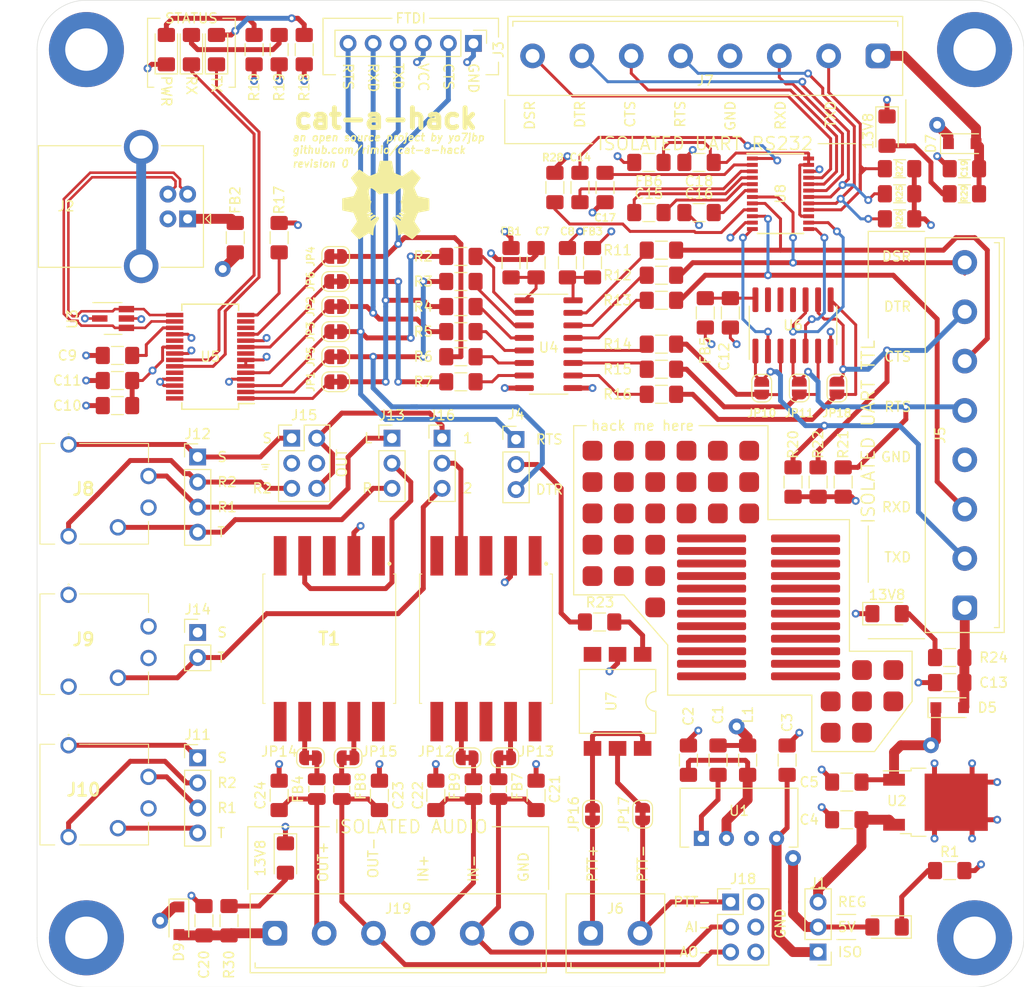
<source format=kicad_pcb>
(kicad_pcb (version 20171130) (host pcbnew "(5.1.5)-3")
  (title_block (title cat-a-hack) (rev 0) (company YO7JBP))
  (layers (0 F.Cu signal) (1 In1.Cu power hide) (2 In2.Cu power hide) (31 B.Cu signal) (35 F.Paste user) (36 B.SilkS user) (37 F.SilkS user) (39 F.Mask user) (44 Edge.Cuts user))
  (net 0 "")
  (net 1 VCC)
  (net 2 GND)
  (net 3 "Net-(C2-Pad2)")
  (net 4 XCVR_GND)
  (net 5 "Net-(C3-Pad2)")
  (net 6 "Net-(C4-Pad1)")
  (net 7 XCVR_13V8)
  (net 8 "Net-(C7-Pad2)")
  (net 9 "Net-(C8-Pad1)")
  (net 10 "Net-(C9-Pad1)")
  (net 11 "Net-(C12-Pad2)")
  (net 12 "Net-(C13-Pad1)")
  (net 13 "Net-(C14-Pad2)")
  (net 14 "Net-(C14-Pad1)")
  (net 15 "Net-(C15-Pad1)")
  (net 16 "Net-(C15-Pad2)")
  (net 17 "Net-(C16-Pad1)")
  (net 18 "Net-(C17-Pad1)")
  (net 19 "Net-(C18-Pad2)")
  (net 20 "Net-(C19-Pad1)")
  (net 21 "Net-(C20-Pad1)")
  (net 22 "Net-(D2-Pad2)")
  (net 23 "Net-(D3-Pad2)")
  (net 24 TXLED)
  (net 25 RXLED)
  (net 26 "Net-(D4-Pad2)")
  (net 27 "Net-(D6-Pad2)")
  (net 28 "Net-(D8-Pad2)")
  (net 29 "Net-(D10-Pad2)")
  (net 30 XCVR_5V)
  (net 31 USB_D+)
  (net 32 USB_D-)
  (net 33 "Net-(J2-Pad5)")
  (net 34 /data/CTS)
  (net 35 /data/TXD)
  (net 36 /data/RXD)
  (net 37 /data/RTS)
  (net 38 /data/DTR)
  (net 39 "Net-(J4-Pad2)")
  (net 40 /data/XCVR_TXD_CON)
  (net 41 /data/XCVR_RTS_CON)
  (net 42 /data/XCVR_DTR_CON)
  (net 43 "Net-(J6-Pad1)")
  (net 44 XCVR_PTT-)
  (net 45 /data/rs232/RS232_DSR)
  (net 46 /data/rs232/RS232_DTR)
  (net 47 /data/rs232/RS232_CTS)
  (net 48 /data/rs232/RS232_RTS)
  (net 49 /data/rs232/RS232_RXD)
  (net 50 /data/rs232/RS232_TXD)
  (net 51 "Net-(J10-PadS)")
  (net 52 "Net-(J10-PadR2)")
  (net 53 "Net-(J10-PadR1)")
  (net 54 "Net-(J10-PadT)")
  (net 55 "Net-(J12-Pad4)")
  (net 56 "Net-(J12-Pad3)")
  (net 57 "Net-(J12-Pad2)")
  (net 58 "Net-(J12-Pad1)")
  (net 59 PC_AUDIO_GND)
  (net 60 "Net-(J15-Pad4)")
  (net 61 /data/DSR)
  (net 62 /audio/AUDIO_IN)
  (net 63 /audio/AUDIO_OUT)
  (net 64 /audio/XCVR_AUDIO_IN+)
  (net 65 /audio/XCVR_AUDIO_IN-)
  (net 66 /audio/XCVR_AUDIO_OUT+)
  (net 67 /audio/XCVR_AUDIO_OUT-)
  (net 68 "Net-(JP16-Pad1)")
  (net 69 "Net-(JP17-Pad1)")
  (net 70 "Net-(R2-Pad1)")
  (net 71 "Net-(R3-Pad1)")
  (net 72 "Net-(R4-Pad1)")
  (net 73 "Net-(R5-Pad1)")
  (net 74 "Net-(R6-Pad1)")
  (net 75 "Net-(R7-Pad1)")
  (net 76 "Net-(R11-Pad2)")
  (net 77 "Net-(R12-Pad2)")
  (net 78 "Net-(R13-Pad2)")
  (net 79 /data/XCVR_TXD)
  (net 80 "Net-(R14-Pad2)")
  (net 81 "Net-(R15-Pad2)")
  (net 82 /data/XCVR_RTS)
  (net 83 /data/XCVR_DTR)
  (net 84 "Net-(R16-Pad2)")
  (net 85 "Net-(R17-Pad2)")
  (net 86 "Net-(R23-Pad1)")
  (net 87 "Net-(R28-Pad2)")
  (net 88 "Net-(T1-Pad10)")
  (net 89 "Net-(T1-Pad8)")
  (net 90 "Net-(T1-Pad6)")
  (net 91 "Net-(T1-Pad5)")
  (net 92 "Net-(T1-Pad3)")
  (net 93 "Net-(T1-Pad1)")
  (net 94 "Net-(T2-Pad1)")
  (net 95 "Net-(T2-Pad3)")
  (net 96 "Net-(T2-Pad5)")
  (net 97 "Net-(T2-Pad6)")
  (net 98 "Net-(T2-Pad8)")
  (net 99 "Net-(T2-Pad10)")
  (net 100 "Net-(U3-Pad1)")
  (net 101 "Net-(U3-Pad3)")
  (net 102 "Net-(U5-Pad12)")
  (net 103 "Net-(U5-Pad13)")
  (net 104 "Net-(U5-Pad19)")
  (net 105 "Net-(U5-Pad27)")
  (net 106 "Net-(U5-Pad28)")
  (net 107 "Net-(U6-Pad11)")
  (net 108 "Net-(U6-Pad12)")
  (net 109 "Net-(U6-Pad13)")
  (net 110 "Net-(U7-Pad3)")
  (net 111 "Net-(J9-PadR2)")
  (net 112 "Net-(J9-PadR1)")
  (net 113 "Net-(J15-Pad2)")
  (net 114 "Net-(D1-Pad1)")
  (net 115 "Net-(J14-Pad2)")
  (net 116 XCVR_TXD_DRV)
  (net 117 XCVR_RTS_DRV)
  (net 118 XCVR_DTR_DRV)
  (net 119 "Net-(JP1-Pad1)")
  (net 120 "Net-(JP2-Pad1)")
  (net 121 "Net-(JP3-Pad1)")
  (net 122 "Net-(JP4-Pad1)")
  (net 123 "Net-(JP5-Pad1)")
  (net 124 "Net-(JP6-Pad1)")
  (net 125 XCVR_RXD)
  (net 126 XCVR_CTS)
  (net 127 XCVR_DSR)
  (net 128 "Net-(C21-Pad1)")
  (net 129 "Net-(C22-Pad1)")
  (net 130 "Net-(C23-Pad1)")
  (net 131 "Net-(C24-Pad1)")
  (net 132 "Net-(FB4-Pad2)")
  (net 133 "Net-(FB7-Pad2)")
  (net 134 "Net-(FB8-Pad2)")
  (net 135 "Net-(FB9-Pad2)")
  (net 136 "Net-(FB2-Pad2)")
  (module Resistor_SMD:R_1206_3216Metric_Pad1.42x1.75mm_HandSolder (layer F.Cu) (at 112.395 54.61)
    (fp_text reference R25 (at 0 0 270) (layer F.SilkS) (effects (font (size 0.6 0.6))))
    (fp_text value 1k)
    (pad 2 smd roundrect (at 1.4875 0) (size 1.425 1.75) (layers F.Cu F.Paste F.Mask) (roundrect_rratio 0.175439) (net 4 XCVR_GND))
    (pad 1 smd roundrect (at -1.4875 0) (size 1.425 1.75) (layers F.Cu F.Paste F.Mask) (roundrect_rratio 0.175439) (net 46 /data/rs232/RS232_DTR))
  )
  (module Diode_SMD:D_SOD-123F (layer F.Cu) (at 39.37 128.27 270)
    (fp_text reference D9 (at 3.175 0 90) (layer F.SilkS))
    (fp_text value SM5819PL-TP)
    (pad 2 smd rect (at 1.4 0 270) (size 1.1 1.1) (layers F.Cu F.Paste F.Mask) (net 21 "Net-(C20-Pad1)"))
    (pad 1 smd rect (at -1.4 0 270) (size 1.1 1.1) (layers F.Cu F.Paste F.Mask) (net 7 XCVR_13V8))
  )
  (module Diode_SMD:D_SOD-123F (layer F.Cu) (at 118.745 49.53)
    (fp_text reference D7 (at -3.175 0 90) (layer F.SilkS))
    (fp_text value SM5819PL-TP)
    (pad 2 smd rect (at 1.4 0) (size 1.1 1.1) (layers F.Cu F.Paste F.Mask) (net 20 "Net-(C19-Pad1)"))
    (pad 1 smd rect (at -1.4 0) (size 1.1 1.1) (layers F.Cu F.Paste F.Mask) (net 7 XCVR_13V8))
  )
  (module Diode_SMD:D_SOD-123F (layer F.Cu) (at 117.475 106.68)
    (fp_text reference D5 (at 3.81 0) (layer F.SilkS))
    (fp_text value SM5819PL-TP)
    (pad 2 smd rect (at 1.4 0) (size 1.1 1.1) (layers F.Cu F.Paste F.Mask) (net 12 "Net-(C13-Pad1)"))
    (pad 1 smd rect (at -1.4 0) (size 1.1 1.1) (layers F.Cu F.Paste F.Mask) (net 7 XCVR_13V8))
  )
  (module custom:Generic_Pad_SOP_7x0.8mm (layer F.Cu) (at 93.345 103.505)
    (fp_text reference REF** hide)
    (fp_text value Generic_Pad_SOP_7x0.8mm)
    (pad 1 smd roundrect (at 0 0) (size 7 0.8) (layers F.Cu F.Paste F.Mask))
  )
  (module custom:Generic_Pad_SOP_7x0.8mm (layer F.Cu) (at 102.87 103.505)
    (fp_text reference REF** hide)
    (fp_text value Generic_Pad_SOP_7x0.8mm)
    (pad 1 smd roundrect (at 0 0) (size 7 0.8) (layers F.Cu F.Paste F.Mask))
  )
  (module custom:Generic_Pad_SOP_7x0.8mm (layer F.Cu) (at 93.345 102.235)
    (fp_text reference REF** hide)
    (fp_text value Generic_Pad_SOP_7x0.8mm)
    (pad 1 smd roundrect (at 0 0) (size 7 0.8) (layers F.Cu F.Paste F.Mask))
  )
  (module custom:Generic_Pad_SOP_7x0.8mm (layer F.Cu) (at 102.87 102.235)
    (fp_text reference REF** hide)
    (fp_text value Generic_Pad_SOP_7x0.8mm)
    (pad 1 smd roundrect (at 0 0) (size 7 0.8) (layers F.Cu F.Paste F.Mask))
  )
  (module custom:Generic_Pad_SOP_7x0.8mm (layer F.Cu) (at 93.345 100.965)
    (fp_text reference REF** hide)
    (fp_text value Generic_Pad_SOP_7x0.8mm)
    (pad 1 smd roundrect (at 0 0) (size 7 0.8) (layers F.Cu F.Paste F.Mask))
  )
  (module custom:Generic_Pad_SOP_7x0.8mm (layer F.Cu) (at 102.87 100.965)
    (fp_text reference REF** hide)
    (fp_text value Generic_Pad_SOP_7x0.8mm)
    (pad 1 smd roundrect (at 0 0) (size 7 0.8) (layers F.Cu F.Paste F.Mask))
  )
  (module custom:Generic_Pad_SOP_7x0.8mm (layer F.Cu) (at 93.345 99.695)
    (fp_text reference REF** hide)
    (fp_text value Generic_Pad_SOP_7x0.8mm)
    (pad 1 smd roundrect (at 0 0) (size 7 0.8) (layers F.Cu F.Paste F.Mask))
  )
  (module custom:Generic_Pad_SOP_7x0.8mm (layer F.Cu) (at 102.87 99.695)
    (fp_text reference REF** hide)
    (fp_text value Generic_Pad_SOP_7x0.8mm)
    (pad 1 smd roundrect (at 0 0) (size 7 0.8) (layers F.Cu F.Paste F.Mask))
  )
  (module custom:Generic_Pad_SOP_7x0.8mm (layer F.Cu) (at 93.345 98.425)
    (fp_text reference REF** hide)
    (fp_text value Generic_Pad_SOP_7x0.8mm)
    (pad 1 smd roundrect (at 0 0) (size 7 0.8) (layers F.Cu F.Paste F.Mask))
  )
  (module custom:Generic_Pad_SOP_7x0.8mm (layer F.Cu) (at 102.87 98.425)
    (fp_text reference REF** hide)
    (fp_text value Generic_Pad_SOP_7x0.8mm)
    (pad 1 smd roundrect (at 0 0) (size 7 0.8) (layers F.Cu F.Paste F.Mask))
  )
  (module custom:Generic_Pad_SOP_7x0.8mm (layer F.Cu) (at 93.345 97.155)
    (fp_text reference REF** hide)
    (fp_text value Generic_Pad_SOP_7x0.8mm)
    (pad 1 smd roundrect (at 0 0) (size 7 0.8) (layers F.Cu F.Paste F.Mask))
  )
  (module custom:Generic_Pad_SOP_7x0.8mm (layer F.Cu) (at 102.87 97.155)
    (fp_text reference REF** hide)
    (fp_text value Generic_Pad_SOP_7x0.8mm)
    (pad 1 smd roundrect (at 0 0) (size 7 0.8) (layers F.Cu F.Paste F.Mask))
  )
  (module custom:Generic_Pad_SOP_7x0.8mm (layer F.Cu) (at 93.345 95.885)
    (fp_text reference REF** hide)
    (fp_text value Generic_Pad_SOP_7x0.8mm)
    (pad 1 smd roundrect (at 0 0) (size 7 0.8) (layers F.Cu F.Paste F.Mask))
  )
  (module custom:Generic_Pad_SOP_7x0.8mm (layer F.Cu) (at 102.87 95.885)
    (fp_text reference REF** hide)
    (fp_text value Generic_Pad_SOP_7x0.8mm)
    (pad 1 smd roundrect (at 0 0) (size 7 0.8) (layers F.Cu F.Paste F.Mask))
  )
  (module custom:Generic_Pad_SOP_7x0.8mm (layer F.Cu) (at 93.345 94.615)
    (fp_text reference REF** hide)
    (fp_text value Generic_Pad_SOP_7x0.8mm)
    (pad 1 smd roundrect (at 0 0) (size 7 0.8) (layers F.Cu F.Paste F.Mask))
  )
  (module custom:Generic_Pad_SOP_7x0.8mm (layer F.Cu) (at 102.87 94.615)
    (fp_text reference REF** hide)
    (fp_text value Generic_Pad_SOP_7x0.8mm)
    (pad 1 smd roundrect (at 0 0) (size 7 0.8) (layers F.Cu F.Paste F.Mask))
  )
  (module custom:Generic_Pad_SOP_7x0.8mm (layer F.Cu) (at 93.345 93.345)
    (fp_text reference REF** hide)
    (fp_text value Generic_Pad_SOP_7x0.8mm)
    (pad 1 smd roundrect (at 0 0) (size 7 0.8) (layers F.Cu F.Paste F.Mask))
  )
  (module custom:Generic_Pad_SOP_7x0.8mm (layer F.Cu) (at 102.87 93.345)
    (fp_text reference REF** hide)
    (fp_text value Generic_Pad_SOP_7x0.8mm)
    (pad 1 smd roundrect (at 0 0) (size 7 0.8) (layers F.Cu F.Paste F.Mask))
  )
  (module custom:Generic_Pad_SOP_7x0.8mm (layer F.Cu) (at 93.345 92.075)
    (fp_text reference REF** hide)
    (fp_text value Generic_Pad_SOP_7x0.8mm)
    (pad 1 smd roundrect (at 0 0) (size 7 0.8) (layers F.Cu F.Paste F.Mask))
  )
  (module custom:Generic_Pad_SOP_7x0.8mm (layer F.Cu) (at 102.87 92.075)
    (fp_text reference REF** hide)
    (fp_text value Generic_Pad_SOP_7x0.8mm)
    (pad 1 smd roundrect (at 0 0) (size 7 0.8) (layers F.Cu F.Paste F.Mask))
  )
  (module custom:Generic_Pad_SOP_7x0.8mm (layer F.Cu) (at 93.345 90.805)
    (fp_text reference REF** hide)
    (fp_text value Generic_Pad_SOP_7x0.8mm)
    (pad 1 smd roundrect (at 0 0) (size 7 0.8) (layers F.Cu F.Paste F.Mask))
  )
  (module custom:Generic_Pad_SOP_7x0.8mm (layer F.Cu) (at 102.87 90.805)
    (fp_text reference REF** hide)
    (fp_text value Generic_Pad_SOP_7x0.8mm)
    (pad 1 smd roundrect (at 0 0) (size 7 0.8) (layers F.Cu F.Paste F.Mask))
  )
  (module custom:Generic_Pad_SOP_7x0.8mm (layer F.Cu) (at 102.87 89.535)
    (fp_text reference REF** hide)
    (fp_text value Generic_Pad_SOP_7x0.8mm)
    (pad 1 smd roundrect (at 0 0) (size 7 0.8) (layers F.Cu F.Paste F.Mask))
  )
  (module custom:Generic_Pad_SOP_7x0.8mm (layer F.Cu) (at 93.345 89.535)
    (fp_text reference REF** hide)
    (fp_text value Generic_Pad_SOP_7x0.8mm)
    (pad 1 smd roundrect (at 0 0) (size 7 0.8) (layers F.Cu F.Paste F.Mask))
  )
  (module custom:Generic_Pad_2mm (layer F.Cu) (at 105.41 106.045)
    (fp_text reference REF** hide)
    (fp_text value Generic_Pad_2mm hide)
    (pad 1 smd roundrect (at 0 0) (size 2 2) (layers F.Cu F.Paste F.Mask))
  )
  (module custom:Generic_Pad_2mm (layer F.Cu) (at 87.63 96.52)
    (fp_text reference REF** hide)
    (fp_text value Generic_Pad_2mm hide)
    (pad 1 smd roundrect (at 0 0) (size 2 2) (layers F.Cu F.Paste F.Mask))
  )
  (module custom:Generic_Pad_2mm (layer F.Cu) (at 108.585 102.87)
    (fp_text reference REF** hide)
    (fp_text value Generic_Pad_2mm hide)
    (pad 1 smd roundrect (at 0 0) (size 2 2) (layers F.Cu F.Paste F.Mask))
  )
  (module custom:Generic_Pad_2mm (layer F.Cu) (at 108.585 106.045)
    (fp_text reference REF** hide)
    (fp_text value Generic_Pad_2mm hide)
    (pad 1 smd roundrect (at 0 0) (size 2 2) (layers F.Cu F.Paste F.Mask))
  )
  (module custom:Generic_Pad_2mm (layer F.Cu) (at 105.41 109.22)
    (fp_text reference REF** hide)
    (fp_text value Generic_Pad_2mm hide)
    (pad 1 smd roundrect (at 0 0) (size 2 2) (layers F.Cu F.Paste F.Mask))
  )
  (module custom:Generic_Pad_2mm (layer F.Cu) (at 111.76 106.045)
    (fp_text reference REF** hide)
    (fp_text value Generic_Pad_2mm hide)
    (pad 1 smd roundrect (at 0 0) (size 2 2) (layers F.Cu F.Paste F.Mask))
  )
  (module custom:Generic_Pad_2mm (layer F.Cu) (at 111.76 102.87)
    (fp_text reference REF** hide)
    (fp_text value Generic_Pad_2mm hide)
    (pad 1 smd roundrect (at 0 0) (size 2 2) (layers F.Cu F.Paste F.Mask))
  )
  (module custom:Generic_Pad_2mm (layer F.Cu) (at 108.585 109.22)
    (fp_text reference REF** hide)
    (fp_text value Generic_Pad_2mm hide)
    (pad 1 smd roundrect (at 0 0) (size 2 2) (layers F.Cu F.Paste F.Mask))
  )
  (module custom:Generic_Pad_2mm (layer F.Cu) (at 81.28 90.17)
    (fp_text reference REF** hide)
    (fp_text value Generic_Pad_2mm hide)
    (pad 1 smd roundrect (at 0 0) (size 2 2) (layers F.Cu F.Paste F.Mask))
  )
  (module custom:Generic_Pad_2mm (layer F.Cu) (at 87.63 93.345)
    (fp_text reference REF** hide)
    (fp_text value Generic_Pad_2mm hide)
    (pad 1 smd roundrect (at 0 0) (size 2 2) (layers F.Cu F.Paste F.Mask))
  )
  (module custom:Generic_Pad_2mm (layer F.Cu) (at 87.63 90.17)
    (fp_text reference REF** hide)
    (fp_text value Generic_Pad_2mm hide)
    (pad 1 smd roundrect (at 0 0) (size 2 2) (layers F.Cu F.Paste F.Mask))
  )
  (module custom:Generic_Pad_2mm (layer F.Cu) (at 84.455 90.17)
    (fp_text reference REF** hide)
    (fp_text value Generic_Pad_2mm hide)
    (pad 1 smd roundrect (at 0 0) (size 2 2) (layers F.Cu F.Paste F.Mask))
  )
  (module custom:Generic_Pad_2mm (layer F.Cu) (at 84.455 93.345)
    (fp_text reference REF** hide)
    (fp_text value Generic_Pad_2mm hide)
    (pad 1 smd roundrect (at 0 0) (size 2 2) (layers F.Cu F.Paste F.Mask))
  )
  (module custom:Generic_Pad_2mm (layer F.Cu) (at 81.28 93.345)
    (fp_text reference REF** hide)
    (fp_text value Generic_Pad_2mm hide)
    (pad 1 smd roundrect (at 0 0) (size 2 2) (layers F.Cu F.Paste F.Mask))
  )
  (module custom:Generic_Pad_2mm (layer F.Cu) (at 81.28 86.995)
    (fp_text reference REF** hide)
    (fp_text value Generic_Pad_2mm hide)
    (pad 1 smd roundrect (at 0 0) (size 2 2) (layers F.Cu F.Paste F.Mask))
  )
  (module custom:Generic_Pad_2mm (layer F.Cu) (at 97.155 86.995)
    (fp_text reference REF** hide)
    (fp_text value Generic_Pad_2mm hide)
    (pad 1 smd roundrect (at 0 0) (size 2 2) (layers F.Cu F.Paste F.Mask))
  )
  (module custom:Generic_Pad_2mm (layer F.Cu) (at 87.63 86.995)
    (fp_text reference REF** hide)
    (fp_text value Generic_Pad_2mm hide)
    (pad 1 smd roundrect (at 0 0) (size 2 2) (layers F.Cu F.Paste F.Mask))
  )
  (module custom:Generic_Pad_2mm (layer F.Cu) (at 84.455 86.995)
    (fp_text reference REF** hide)
    (fp_text value Generic_Pad_2mm hide)
    (pad 1 smd roundrect (at 0 0) (size 2 2) (layers F.Cu F.Paste F.Mask))
  )
  (module custom:Generic_Pad_2mm (layer F.Cu) (at 93.98 86.995)
    (fp_text reference REF** hide)
    (fp_text value Generic_Pad_2mm hide)
    (pad 1 smd roundrect (at 0 0) (size 2 2) (layers F.Cu F.Paste F.Mask))
  )
  (module custom:Generic_Pad_2mm (layer F.Cu) (at 90.805 86.995)
    (fp_text reference REF** hide)
    (fp_text value Generic_Pad_2mm hide)
    (pad 1 smd roundrect (at 0 0) (size 2 2) (layers F.Cu F.Paste F.Mask))
  )
  (module custom:Generic_Pad_2mm (layer F.Cu) (at 81.28 83.82)
    (fp_text reference REF** hide)
    (fp_text value Generic_Pad_2mm hide)
    (pad 1 smd roundrect (at 0 0) (size 2 2) (layers F.Cu F.Paste F.Mask))
  )
  (module custom:Generic_Pad_2mm (layer F.Cu) (at 97.155 83.82)
    (fp_text reference REF** hide)
    (fp_text value Generic_Pad_2mm hide)
    (pad 1 smd roundrect (at 0 0) (size 2 2) (layers F.Cu F.Paste F.Mask))
  )
  (module custom:Generic_Pad_2mm (layer F.Cu) (at 87.63 83.82)
    (fp_text reference REF** hide)
    (fp_text value Generic_Pad_2mm hide)
    (pad 1 smd roundrect (at 0 0) (size 2 2) (layers F.Cu F.Paste F.Mask))
  )
  (module custom:Generic_Pad_2mm (layer F.Cu) (at 84.455 83.82)
    (fp_text reference REF** hide)
    (fp_text value Generic_Pad_2mm hide)
    (pad 1 smd roundrect (at 0 0) (size 2 2) (layers F.Cu F.Paste F.Mask))
  )
  (module custom:Generic_Pad_2mm (layer F.Cu) (at 93.98 83.82)
    (fp_text reference REF** hide)
    (fp_text value Generic_Pad_2mm hide)
    (pad 1 smd roundrect (at 0 0) (size 2 2) (layers F.Cu F.Paste F.Mask))
  )
  (module custom:Generic_Pad_2mm (layer F.Cu) (at 90.805 83.82)
    (fp_text reference REF** hide)
    (fp_text value Generic_Pad_2mm hide)
    (pad 1 smd roundrect (at 0 0) (size 2 2) (layers F.Cu F.Paste F.Mask))
  )
  (module custom:Generic_Pad_2mm (layer F.Cu) (at 97.155 80.645)
    (fp_text reference REF** hide)
    (fp_text value Generic_Pad_2mm hide)
    (pad 1 smd roundrect (at 0 0) (size 2 2) (layers F.Cu F.Paste F.Mask))
  )
  (module custom:Generic_Pad_2mm (layer F.Cu) (at 93.98 80.645)
    (fp_text reference REF** hide)
    (fp_text value Generic_Pad_2mm hide)
    (pad 1 smd roundrect (at 0 0) (size 2 2) (layers F.Cu F.Paste F.Mask))
  )
  (module custom:Generic_Pad_2mm (layer F.Cu) (at 90.805 80.645)
    (fp_text reference REF** hide)
    (fp_text value Generic_Pad_2mm hide)
    (pad 1 smd roundrect (at 0 0) (size 2 2) (layers F.Cu F.Paste F.Mask))
  )
  (module custom:Generic_Pad_2mm (layer F.Cu) (at 87.63 80.645)
    (fp_text reference REF** hide)
    (fp_text value Generic_Pad_2mm hide)
    (pad 1 smd roundrect (at 0 0) (size 2 2) (layers F.Cu F.Paste F.Mask))
  )
  (module custom:Generic_Pad_2mm (layer F.Cu) (at 84.455 80.645)
    (fp_text reference REF** hide)
    (fp_text value Generic_Pad_2mm hide)
    (pad 1 smd roundrect (at 0 0) (size 2 2) (layers F.Cu F.Paste F.Mask))
  )
  (module custom:Generic_Pad_2mm (layer F.Cu) (at 81.28 80.645)
    (fp_text reference REF** hide)
    (fp_text value Generic_Pad_2mm hide)
    (pad 1 smd roundrect (at 0 0) (size 2 2) (layers F.Cu F.Paste F.Mask))
  )
  (module logo:logo (layer F.Cu) (at 60.325 55.245)
    (fp_text reference G*** hide)
    (fp_text value LOGO hide)
  )
  (module custom:TB003-500-P06BE (layer F.Cu) (at 61.595 129.54)
    (fp_text reference J19 (at 0 -2.5) (layer F.SilkS))
    (fp_text value XCVR_Audio)
    (pad 1 thru_hole roundrect (at -12.5 0) (size 2.5 2.5) (drill 1.4) (layers *.Cu *.Mask) (net 21 "Net-(C20-Pad1)"))
    (pad 2 thru_hole circle (at -7.5 0) (size 2.5 2.5) (drill 1.4) (layers *.Cu *.Mask) (net 131 "Net-(C24-Pad1)"))
    (pad 3 thru_hole circle (at -2.5 0) (size 2.5 2.5) (drill 1.4) (layers *.Cu *.Mask) (net 130 "Net-(C23-Pad1)"))
    (pad 4 thru_hole circle (at 2.5 0) (size 2.5 2.5) (drill 1.4) (layers *.Cu *.Mask) (net 129 "Net-(C22-Pad1)"))
    (pad 5 thru_hole circle (at 7.5 0) (size 2.5 2.5) (drill 1.4) (layers *.Cu *.Mask) (net 128 "Net-(C21-Pad1)"))
    (pad 6 thru_hole circle (at 12.5 0) (size 2.5 2.5) (drill 1.4) (layers *.Cu *.Mask) (net 4 XCVR_GND))
  )
  (module Capacitor_SMD:C_1206_3216Metric_Pad1.42x1.75mm_HandSolder (layer F.Cu) (at 75.565 115.57 90)
    (fp_text reference C21 (at 0.635 1.905 270) (layer F.SilkS))
    (fp_text value 27n)
    (pad 2 smd roundrect (at 1.4875 0 90) (size 1.425 1.75) (layers F.Cu F.Paste F.Mask) (roundrect_rratio 0.175439) (net 4 XCVR_GND))
    (pad 1 smd roundrect (at -1.4875 0 90) (size 1.425 1.75) (layers F.Cu F.Paste F.Mask) (roundrect_rratio 0.175439) (net 128 "Net-(C21-Pad1)"))
  )
  (module custom:NFZ2MSD101SZ10L_0806_Handsolder (layer F.Cu) (at 71.755 114.935 90)
    (fp_text reference FB7 (at 0.3 1.905 90) (layer F.SilkS))
    (fp_text value NFZ2MSD101SZ10L)
    (pad 2 smd roundrect (at 1 0 90) (size 1.2 1.8) (layers F.Cu F.Paste F.Mask) (net 133 "Net-(FB7-Pad2)"))
    (pad 1 smd roundrect (at -1 0 90) (size 1.2 1.8) (layers F.Cu F.Paste F.Mask) (net 128 "Net-(C21-Pad1)"))
  )
  (module Inductor_SMD:L_1206_3216Metric_Pad1.42x1.75mm_HandSolder (layer F.Cu) (at 73.025 61.595 270)
    (fp_text reference FB1 (at -3.175 0) (layer F.SilkS) (effects (font (size 0.75 0.75))))
    (fp_text value BLM31KN102SH1L)
    (pad 2 smd roundrect (at 1.4875 0 270) (size 1.425 1.75) (layers F.Cu F.Paste F.Mask) (roundrect_rratio 0.175439) (net 8 "Net-(C7-Pad2)"))
    (pad 1 smd roundrect (at -1.4875 0 270) (size 1.425 1.75) (layers F.Cu F.Paste F.Mask) (roundrect_rratio 0.175439) (net 1 VCC))
  )
  (module Inductor_SMD:L_1206_3216Metric_Pad1.42x1.75mm_HandSolder (layer F.Cu) (at 45.085 59.055 90)
    (fp_text reference FB2 (at 3.81 0 270) (layer F.SilkS))
    (fp_text value BLM31KN102SH1L)
    (pad 2 smd roundrect (at 1.4875 0 90) (size 1.425 1.75) (layers F.Cu F.Paste F.Mask) (roundrect_rratio 0.175439) (net 136 "Net-(FB2-Pad2)"))
    (pad 1 smd roundrect (at -1.4875 0 90) (size 1.425 1.75) (layers F.Cu F.Paste F.Mask) (roundrect_rratio 0.175439) (net 1 VCC))
  )
  (module Inductor_SMD:L_1206_3216Metric_Pad1.42x1.75mm_HandSolder (layer F.Cu) (at 81.28 61.595 90)
    (fp_text reference FB3 (at 3.175 0) (layer F.SilkS) (effects (font (size 0.75 0.75))))
    (fp_text value BLM31KN102SH1L)
    (pad 2 smd roundrect (at 1.4875 0 90) (size 1.425 1.75) (layers F.Cu F.Paste F.Mask) (roundrect_rratio 0.175439) (net 30 XCVR_5V))
    (pad 1 smd roundrect (at -1.4875 0 90) (size 1.425 1.75) (layers F.Cu F.Paste F.Mask) (roundrect_rratio 0.175439) (net 9 "Net-(C8-Pad1)"))
  )
  (module Inductor_SMD:L_1206_3216Metric_Pad1.42x1.75mm_HandSolder (layer F.Cu) (at 92.71 66.675 90)
    (fp_text reference FB5 (at -3.81 0 90) (layer F.SilkS))
    (fp_text value BLM31KN102SH1L)
    (pad 2 smd roundrect (at 1.4875 0 90) (size 1.425 1.75) (layers F.Cu F.Paste F.Mask) (roundrect_rratio 0.175439) (net 11 "Net-(C12-Pad2)"))
    (pad 1 smd roundrect (at -1.4875 0 90) (size 1.425 1.75) (layers F.Cu F.Paste F.Mask) (roundrect_rratio 0.175439) (net 30 XCVR_5V))
  )
  (module Inductor_SMD:L_1206_3216Metric_Pad1.42x1.75mm_HandSolder (layer F.Cu) (at 86.995 51.435 180)
    (fp_text reference FB6 (at 0 -1.905 180) (layer F.SilkS))
    (fp_text value BLM31KN102SH1L)
    (pad 2 smd roundrect (at 1.4875 0 180) (size 1.425 1.75) (layers F.Cu F.Paste F.Mask) (roundrect_rratio 0.175439) (net 30 XCVR_5V))
    (pad 1 smd roundrect (at -1.4875 0 180) (size 1.425 1.75) (layers F.Cu F.Paste F.Mask) (roundrect_rratio 0.175439) (net 19 "Net-(C18-Pad2)"))
  )
  (module custom:NFZ2MSD101SZ10L_0806_Handsolder (layer F.Cu) (at 53.34 114.935 90)
    (fp_text reference FB4 (at 0 -1.905 270) (layer F.SilkS))
    (fp_text value NFZ2MSD101SZ10L)
    (pad 2 smd roundrect (at 1 0 90) (size 1.2 1.8) (layers F.Cu F.Paste F.Mask) (net 132 "Net-(FB4-Pad2)"))
    (pad 1 smd roundrect (at -1 0 90) (size 1.2 1.8) (layers F.Cu F.Paste F.Mask) (net 131 "Net-(C24-Pad1)"))
  )
  (module custom:NFZ2MSD101SZ10L_0806_Handsolder (layer F.Cu) (at 55.88 114.935 90)
    (fp_text reference FB8 (at 0.3 1.905 270) (layer F.SilkS))
    (fp_text value NFZ2MSD101SZ10L)
    (pad 2 smd roundrect (at 1 0 90) (size 1.2 1.8) (layers F.Cu F.Paste F.Mask) (net 134 "Net-(FB8-Pad2)"))
    (pad 1 smd roundrect (at -1 0 90) (size 1.2 1.8) (layers F.Cu F.Paste F.Mask) (net 130 "Net-(C23-Pad1)"))
  )
  (module custom:NFZ2MSD101SZ10L_0806_Handsolder (layer F.Cu) (at 69.215 114.935 90)
    (fp_text reference FB9 (at 0.3 -1.905 90) (layer F.SilkS))
    (fp_text value NFZ2MSD101SZ10L)
    (pad 2 smd roundrect (at 1 0 90) (size 1.2 1.8) (layers F.Cu F.Paste F.Mask) (net 135 "Net-(FB9-Pad2)"))
    (pad 1 smd roundrect (at -1 0 90) (size 1.2 1.8) (layers F.Cu F.Paste F.Mask) (net 129 "Net-(C22-Pad1)"))
  )
  (module MountingHole:MountingHole_4.3mm_M4_ISO7380_Pad (layer F.Cu) (at 120 130)
    (fp_text reference H4 hide)
    (fp_text value MountingHole)
    (pad 1 thru_hole circle (at 0 0) (size 7.6 7.6) (drill 4.3) (layers *.Cu *.Mask))
  )
  (module MountingHole:MountingHole_4.3mm_M4_ISO7380_Pad (layer F.Cu) (at 120 40)
    (fp_text reference H3 hide)
    (fp_text value MountingHole)
    (pad 1 thru_hole circle (at 0 0) (size 7.6 7.6) (drill 4.3) (layers *.Cu *.Mask))
  )
  (module MountingHole:MountingHole_4.3mm_M4_ISO7380_Pad (layer F.Cu) (at 30 130)
    (fp_text reference H2 hide)
    (fp_text value MountingHole)
    (pad 1 thru_hole circle (at 0 0) (size 7.6 7.6) (drill 4.3) (layers *.Cu *.Mask))
  )
  (module MountingHole:MountingHole_4.3mm_M4_ISO7380_Pad (layer F.Cu) (at 30 40)
    (fp_text reference H1 hide)
    (fp_text value MountingHole)
    (pad 1 thru_hole circle (at 0 0) (size 7.6 7.6) (drill 4.3) (layers *.Cu *.Mask))
  )
  (module Connector_PinHeader_2.54mm:PinHeader_2x03_P2.54mm_Vertical (layer F.Cu) (at 50.8 79.375)
    (fp_text reference J15 (at 1.27 -2.33) (layer F.SilkS))
    (fp_text value "CITA/OMTP choice")
    (pad 1 thru_hole rect (at 0 0) (size 1.7 1.7) (drill 1) (layers *.Cu *.Mask) (net 58 "Net-(J12-Pad1)"))
    (pad 2 thru_hole oval (at 2.54 0) (size 1.7 1.7) (drill 1) (layers *.Cu *.Mask) (net 113 "Net-(J15-Pad2)"))
    (pad 3 thru_hole oval (at 0 2.54) (size 1.7 1.7) (drill 1) (layers *.Cu *.Mask) (net 59 PC_AUDIO_GND))
    (pad 4 thru_hole oval (at 2.54 2.54) (size 1.7 1.7) (drill 1) (layers *.Cu *.Mask) (net 60 "Net-(J15-Pad4)"))
    (pad 5 thru_hole oval (at 0 5.08) (size 1.7 1.7) (drill 1) (layers *.Cu *.Mask) (net 57 "Net-(J12-Pad2)"))
    (pad 6 thru_hole oval (at 2.54 5.08) (size 1.7 1.7) (drill 1) (layers *.Cu *.Mask) (net 113 "Net-(J15-Pad2)"))
  )
  (module Package_DIP:SMDIP-6_W9.53mm_Clearance8mm (layer F.Cu) (at 83.82 106.045 270)
    (fp_text reference U7 (at 0 0.635 90) (layer F.SilkS))
    (fp_text value VOR1121B6T)
    (pad 1 smd rect (at -4.765 -2.54 270) (size 1.5 1.78) (layers F.Cu F.Paste F.Mask) (net 86 "Net-(R23-Pad1)"))
    (pad 4 smd rect (at 4.765 2.54 270) (size 1.5 1.78) (layers F.Cu F.Paste F.Mask) (net 68 "Net-(JP16-Pad1)"))
    (pad 2 smd rect (at -4.765 0 270) (size 1.5 1.78) (layers F.Cu F.Paste F.Mask) (net 2 GND))
    (pad 5 smd rect (at 4.765 0 270) (size 1.5 1.78) (layers F.Cu F.Paste F.Mask) (net 69 "Net-(JP17-Pad1)"))
    (pad 3 smd rect (at -4.765 2.54 270) (size 1.5 1.78) (layers F.Cu F.Paste F.Mask) (net 110 "Net-(U7-Pad3)"))
    (pad 6 smd rect (at 4.765 -2.54 270) (size 1.5 1.78) (layers F.Cu F.Paste F.Mask) (net 68 "Net-(JP16-Pad1)"))
  )
  (module custom:SIP-4_PQS075-S5-S5-S (layer F.Cu) (at 96.125 119.925)
    (fp_text reference U1 (at 0 -2.794) (layer F.SilkS))
    (fp_text value PQS075-S5-S5-S)
    (pad 1 thru_hole rect (at -3.81 0) (size 1.524 1.524) (drill 0.762) (layers *.Cu *.Mask) (net 2 GND))
    (pad 2 thru_hole circle (at -1.27 0) (size 1.524 1.524) (drill 0.762) (layers *.Cu *.Mask) (net 3 "Net-(C2-Pad2)"))
    (pad 3 thru_hole circle (at 1.27 0) (size 1.524 1.524) (drill 0.762) (layers *.Cu *.Mask) (net 4 XCVR_GND))
    (pad 4 thru_hole circle (at 3.81 0) (size 1.524 1.524) (drill 0.762) (layers *.Cu *.Mask) (net 5 "Net-(C3-Pad2)"))
  )
  (module custom:T6003NL_HandSolder (layer F.Cu) (at 54.61 99.695 180)
    (fp_text reference T1 (at 0 0) (layer F.SilkS) (effects (font (size 1.27 1.27) (thickness 0.254))))
    (fp_text value T6003NL hide)
    (pad 10 smd rect (at -4.98 -8.4 180) (size 1.3 4) (layers F.Cu F.Paste F.Mask) (net 88 "Net-(T1-Pad10)"))
    (pad 9 smd rect (at -2.49 -8.4 180) (size 1.3 4) (layers F.Cu F.Paste F.Mask) (net 67 /audio/XCVR_AUDIO_OUT-))
    (pad 8 smd rect (at 0 -8.4 180) (size 1.3 4) (layers F.Cu F.Paste F.Mask) (net 89 "Net-(T1-Pad8)"))
    (pad 7 smd rect (at 2.49 -8.4 180) (size 1.3 4) (layers F.Cu F.Paste F.Mask) (net 66 /audio/XCVR_AUDIO_OUT+))
    (pad 6 smd rect (at 4.98 -8.4 180) (size 1.3 4) (layers F.Cu F.Paste F.Mask) (net 90 "Net-(T1-Pad6)"))
    (pad 5 smd rect (at 4.98 8.4 180) (size 1.3 4) (layers F.Cu F.Paste F.Mask) (net 91 "Net-(T1-Pad5)"))
    (pad 4 smd rect (at 2.49 8.4 180) (size 1.3 4) (layers F.Cu F.Paste F.Mask) (net 62 /audio/AUDIO_IN))
    (pad 3 smd rect (at 0 8.4 180) (size 1.3 4) (layers F.Cu F.Paste F.Mask) (net 92 "Net-(T1-Pad3)"))
    (pad 2 smd rect (at -2.49 8.4 180) (size 1.3 4) (layers F.Cu F.Paste F.Mask) (net 59 PC_AUDIO_GND))
    (pad 1 smd rect (at -4.98 8.4 180) (size 1.3 4) (layers F.Cu F.Paste F.Mask) (net 93 "Net-(T1-Pad1)"))
  )
  (module Resistor_SMD:R_1206_3216Metric_Pad1.42x1.75mm_HandSolder (layer F.Cu) (at 44.45 128.27 90)
    (fp_text reference R30 (at -4.445 0 90) (layer F.SilkS))
    (fp_text value 2.2k)
    (pad 1 smd roundrect (at -1.4875 0 90) (size 1.425 1.75) (layers F.Cu F.Paste F.Mask) (roundrect_rratio 0.175439) (net 21 "Net-(C20-Pad1)"))
    (pad 2 smd roundrect (at 1.4875 0 90) (size 1.425 1.75) (layers F.Cu F.Paste F.Mask) (roundrect_rratio 0.175439) (net 29 "Net-(D10-Pad2)"))
  )
  (module Resistor_SMD:R_1206_3216Metric_Pad1.42x1.75mm_HandSolder (layer F.Cu) (at 118.9625 54.61 180)
    (fp_text reference R29 (at 0 0 270) (layer F.SilkS) (effects (font (size 0.6 0.6))))
    (fp_text value 2.2k)
    (pad 1 smd roundrect (at -1.4875 0 180) (size 1.425 1.75) (layers F.Cu F.Paste F.Mask) (roundrect_rratio 0.175439) (net 20 "Net-(C19-Pad1)"))
    (pad 2 smd roundrect (at 1.4875 0 180) (size 1.425 1.75) (layers F.Cu F.Paste F.Mask) (roundrect_rratio 0.175439) (net 28 "Net-(D8-Pad2)"))
  )
  (module Resistor_SMD:R_1206_3216Metric_Pad1.42x1.75mm_HandSolder (layer F.Cu) (at 112.395 52.07)
    (fp_text reference R27 (at 0 0 270) (layer F.SilkS) (effects (font (size 0.6 0.6))))
    (fp_text value 1k)
    (pad 2 smd roundrect (at 1.4875 0) (size 1.425 1.75) (layers F.Cu F.Paste F.Mask) (roundrect_rratio 0.175439) (net 4 XCVR_GND))
    (pad 1 smd roundrect (at -1.4875 0) (size 1.425 1.75) (layers F.Cu F.Paste F.Mask) (roundrect_rratio 0.175439) (net 50 /data/rs232/RS232_TXD))
  )
  (module Resistor_SMD:R_1206_3216Metric_Pad1.42x1.75mm_HandSolder (layer F.Cu) (at 117.475 101.6 180)
    (fp_text reference R24 (at -4.445 0) (layer F.SilkS))
    (fp_text value 2.2k)
    (pad 1 smd roundrect (at -1.4875 0 180) (size 1.425 1.75) (layers F.Cu F.Paste F.Mask) (roundrect_rratio 0.175439) (net 12 "Net-(C13-Pad1)"))
    (pad 2 smd roundrect (at 1.4875 0 180) (size 1.425 1.75) (layers F.Cu F.Paste F.Mask) (roundrect_rratio 0.175439) (net 27 "Net-(D6-Pad2)"))
  )
  (module Resistor_SMD:R_1206_3216Metric_Pad1.42x1.75mm_HandSolder (layer F.Cu) (at 104.14 83.82 90)
    (fp_text reference R22 (at 3.81 0 270) (layer F.SilkS))
    (fp_text value 1k)
    (pad 2 smd roundrect (at 1.4875 0 90) (size 1.425 1.75) (layers F.Cu F.Paste F.Mask) (roundrect_rratio 0.175439) (net 42 /data/XCVR_DTR_CON))
    (pad 1 smd roundrect (at -1.4875 0 90) (size 1.425 1.75) (layers F.Cu F.Paste F.Mask) (roundrect_rratio 0.175439) (net 4 XCVR_GND))
  )
  (module Resistor_SMD:R_1206_3216Metric_Pad1.42x1.75mm_HandSolder (layer F.Cu) (at 106.68 83.82 90)
    (fp_text reference R21 (at 3.81 0 90) (layer F.SilkS))
    (fp_text value 1k)
    (pad 1 smd roundrect (at -1.4875 0 90) (size 1.425 1.75) (layers F.Cu F.Paste F.Mask) (roundrect_rratio 0.175439) (net 4 XCVR_GND))
    (pad 2 smd roundrect (at 1.4875 0 90) (size 1.425 1.75) (layers F.Cu F.Paste F.Mask) (roundrect_rratio 0.175439) (net 41 /data/XCVR_RTS_CON))
  )
  (module Resistor_SMD:R_1206_3216Metric_Pad1.42x1.75mm_HandSolder (layer F.Cu) (at 101.6 83.82 90)
    (fp_text reference R20 (at 3.81 0 90) (layer F.SilkS))
    (fp_text value 1k)
    (pad 2 smd roundrect (at 1.4875 0 90) (size 1.425 1.75) (layers F.Cu F.Paste F.Mask) (roundrect_rratio 0.175439) (net 40 /data/XCVR_TXD_CON))
    (pad 1 smd roundrect (at -1.4875 0 90) (size 1.425 1.75) (layers F.Cu F.Paste F.Mask) (roundrect_rratio 0.175439) (net 4 XCVR_GND))
  )
  (module Resistor_SMD:R_1206_3216Metric_Pad1.42x1.75mm_HandSolder (layer F.Cu) (at 49.53 40.005 90)
    (fp_text reference R19 (at -3.81 0 90) (layer F.SilkS))
    (fp_text value 470)
    (pad 1 smd roundrect (at -1.4875 0 90) (size 1.425 1.75) (layers F.Cu F.Paste F.Mask) (roundrect_rratio 0.175439) (net 1 VCC))
    (pad 2 smd roundrect (at 1.4875 0 90) (size 1.425 1.75) (layers F.Cu F.Paste F.Mask) (roundrect_rratio 0.175439) (net 26 "Net-(D4-Pad2)"))
  )
  (module Resistor_SMD:R_1206_3216Metric_Pad1.42x1.75mm_HandSolder (layer F.Cu) (at 52.07 40.005 90)
    (fp_text reference R18 (at -3.81 0 270) (layer F.SilkS))
    (fp_text value 560)
    (pad 1 smd roundrect (at -1.4875 0 90) (size 1.425 1.75) (layers F.Cu F.Paste F.Mask) (roundrect_rratio 0.175439) (net 1 VCC))
    (pad 2 smd roundrect (at 1.4875 0 90) (size 1.425 1.75) (layers F.Cu F.Paste F.Mask) (roundrect_rratio 0.175439) (net 23 "Net-(D3-Pad2)"))
  )
  (module Resistor_SMD:R_1206_3216Metric_Pad1.42x1.75mm_HandSolder (layer F.Cu) (at 46.99 40.005 90)
    (fp_text reference R10 (at -3.81 0 90) (layer F.SilkS))
    (fp_text value 470)
    (pad 1 smd roundrect (at -1.4875 0 90) (size 1.425 1.75) (layers F.Cu F.Paste F.Mask) (roundrect_rratio 0.175439) (net 1 VCC))
    (pad 2 smd roundrect (at 1.4875 0 90) (size 1.425 1.75) (layers F.Cu F.Paste F.Mask) (roundrect_rratio 0.175439) (net 22 "Net-(D2-Pad2)"))
  )
  (module Resistor_SMD:R_1206_3216Metric_Pad1.42x1.75mm_HandSolder (layer F.Cu) (at 117.475 123.19)
    (fp_text reference R1 (at 0 -1.905 180) (layer F.SilkS))
    (fp_text value 470)
    (pad 1 smd roundrect (at -1.4875 0) (size 1.425 1.75) (layers F.Cu F.Paste F.Mask) (roundrect_rratio 0.175439) (net 114 "Net-(D1-Pad1)"))
    (pad 2 smd roundrect (at 1.4875 0) (size 1.425 1.75) (layers F.Cu F.Paste F.Mask) (roundrect_rratio 0.175439) (net 4 XCVR_GND))
  )
  (module Jumper:SolderJumper-2_P1.3mm_Bridged_RoundedPad1.0x1.5mm (layer F.Cu) (at 86.36 117.475 270)
    (fp_text reference JP17 (at 0 1.905 90) (layer F.SilkS))
    (fp_text value SolderJumper_2_Bridged)
    (fp_poly (pts (xy 0.25 -0.3) (xy -0.25 -0.3) (xy -0.25 0.3) (xy 0.25 0.3)) (layer F.Cu) (width 0))
    (pad 2 smd custom (at 0.65 0 270) (size 1 0.5) (layers F.Cu F.Mask) (net 44 XCVR_PTT-) (options (clearance outline) (anchor rect)) (primitives (gr_circle (center 0 0.25) (end 0.5 0.25) (width 0)) (gr_circle (center 0 -0.25) (end 0.5 -0.25) (width 0)) (gr_poly (pts (xy 0 -0.75) (xy -0.5 -0.75) (xy -0.5 0.75) (xy 0 0.75)) (width 0))))
    (pad 1 smd custom (at -0.65 0 270) (size 1 0.5) (layers F.Cu F.Mask) (net 69 "Net-(JP17-Pad1)") (options (clearance outline) (anchor rect)) (primitives (gr_circle (center 0 0.25) (end 0.5 0.25) (width 0)) (gr_circle (center 0 -0.25) (end 0.5 -0.25) (width 0)) (gr_poly (pts (xy 0 -0.75) (xy 0.5 -0.75) (xy 0.5 0.75) (xy 0 0.75)) (width 0))))
  )
  (module Jumper:SolderJumper-2_P1.3mm_Bridged_RoundedPad1.0x1.5mm (layer F.Cu) (at 81.28 117.475 270)
    (fp_text reference JP16 (at 0 1.905 90) (layer F.SilkS))
    (fp_text value SolderJumper_2_Bridged)
    (fp_poly (pts (xy 0.25 -0.3) (xy -0.25 -0.3) (xy -0.25 0.3) (xy 0.25 0.3)) (layer F.Cu) (width 0))
    (pad 1 smd custom (at -0.65 0 270) (size 1 0.5) (layers F.Cu F.Mask) (net 68 "Net-(JP16-Pad1)") (options (clearance outline) (anchor rect)) (primitives (gr_circle (center 0 0.25) (end 0.5 0.25) (width 0)) (gr_circle (center 0 -0.25) (end 0.5 -0.25) (width 0)) (gr_poly (pts (xy 0 -0.75) (xy 0.5 -0.75) (xy 0.5 0.75) (xy 0 0.75)) (width 0))))
    (pad 2 smd custom (at 0.65 0 270) (size 1 0.5) (layers F.Cu F.Mask) (net 43 "Net-(J6-Pad1)") (options (clearance outline) (anchor rect)) (primitives (gr_circle (center 0 0.25) (end 0.5 0.25) (width 0)) (gr_circle (center 0 -0.25) (end 0.5 -0.25) (width 0)) (gr_poly (pts (xy 0 -0.75) (xy -0.5 -0.75) (xy -0.5 0.75) (xy 0 0.75)) (width 0))))
  )
  (module Jumper:SolderJumper-2_P1.3mm_Bridged_RoundedPad1.0x1.5mm (layer F.Cu) (at 56.515 111.76 180)
    (fp_text reference JP15 (at -3.175 0.635) (layer F.SilkS))
    (fp_text value SolderJumper_2_Bridged)
    (fp_poly (pts (xy 0.25 -0.3) (xy -0.25 -0.3) (xy -0.25 0.3) (xy 0.25 0.3)) (layer F.Cu) (width 0))
    (pad 1 smd custom (at -0.65 0 180) (size 1 0.5) (layers F.Cu F.Mask) (net 67 /audio/XCVR_AUDIO_OUT-) (options (clearance outline) (anchor rect)) (primitives (gr_circle (center 0 0.25) (end 0.5 0.25) (width 0)) (gr_circle (center 0 -0.25) (end 0.5 -0.25) (width 0)) (gr_poly (pts (xy 0 -0.75) (xy 0.5 -0.75) (xy 0.5 0.75) (xy 0 0.75)) (width 0))))
    (pad 2 smd custom (at 0.65 0 180) (size 1 0.5) (layers F.Cu F.Mask) (net 134 "Net-(FB8-Pad2)") (options (clearance outline) (anchor rect)) (primitives (gr_circle (center 0 0.25) (end 0.5 0.25) (width 0)) (gr_circle (center 0 -0.25) (end 0.5 -0.25) (width 0)) (gr_poly (pts (xy 0 -0.75) (xy -0.5 -0.75) (xy -0.5 0.75) (xy 0 0.75)) (width 0))))
  )
  (module Jumper:SolderJumper-2_P1.3mm_Bridged_RoundedPad1.0x1.5mm (layer F.Cu) (at 52.705 111.76)
    (fp_text reference JP14 (at -3.175 -0.635) (layer F.SilkS))
    (fp_text value SolderJumper_2_Bridged)
    (fp_poly (pts (xy 0.25 -0.3) (xy -0.25 -0.3) (xy -0.25 0.3) (xy 0.25 0.3)) (layer F.Cu) (width 0))
    (pad 2 smd custom (at 0.65 0) (size 1 0.5) (layers F.Cu F.Mask) (net 132 "Net-(FB4-Pad2)") (options (clearance outline) (anchor rect)) (primitives (gr_circle (center 0 0.25) (end 0.5 0.25) (width 0)) (gr_circle (center 0 -0.25) (end 0.5 -0.25) (width 0)) (gr_poly (pts (xy 0 -0.75) (xy -0.5 -0.75) (xy -0.5 0.75) (xy 0 0.75)) (width 0))))
    (pad 1 smd custom (at -0.65 0) (size 1 0.5) (layers F.Cu F.Mask) (net 66 /audio/XCVR_AUDIO_OUT+) (options (clearance outline) (anchor rect)) (primitives (gr_circle (center 0 0.25) (end 0.5 0.25) (width 0)) (gr_circle (center 0 -0.25) (end 0.5 -0.25) (width 0)) (gr_poly (pts (xy 0 -0.75) (xy 0.5 -0.75) (xy 0.5 0.75) (xy 0 0.75)) (width 0))))
  )
  (module Jumper:SolderJumper-2_P1.3mm_Bridged_RoundedPad1.0x1.5mm (layer F.Cu) (at 72.39 111.76 180)
    (fp_text reference JP13 (at -3.175 0.635) (layer F.SilkS))
    (fp_text value SolderJumper_2_Bridged)
    (fp_poly (pts (xy 0.25 -0.3) (xy -0.25 -0.3) (xy -0.25 0.3) (xy 0.25 0.3)) (layer F.Cu) (width 0))
    (pad 2 smd custom (at 0.65 0 180) (size 1 0.5) (layers F.Cu F.Mask) (net 133 "Net-(FB7-Pad2)") (options (clearance outline) (anchor rect)) (primitives (gr_circle (center 0 0.25) (end 0.5 0.25) (width 0)) (gr_circle (center 0 -0.25) (end 0.5 -0.25) (width 0)) (gr_poly (pts (xy 0 -0.75) (xy -0.5 -0.75) (xy -0.5 0.75) (xy 0 0.75)) (width 0))))
    (pad 1 smd custom (at -0.65 0 180) (size 1 0.5) (layers F.Cu F.Mask) (net 65 /audio/XCVR_AUDIO_IN-) (options (clearance outline) (anchor rect)) (primitives (gr_circle (center 0 0.25) (end 0.5 0.25) (width 0)) (gr_circle (center 0 -0.25) (end 0.5 -0.25) (width 0)) (gr_poly (pts (xy 0 -0.75) (xy 0.5 -0.75) (xy 0.5 0.75) (xy 0 0.75)) (width 0))))
  )
  (module Jumper:SolderJumper-2_P1.3mm_Bridged_RoundedPad1.0x1.5mm (layer F.Cu) (at 68.58 111.76)
    (fp_text reference JP12 (at -3.175 -0.635) (layer F.SilkS))
    (fp_text value SolderJumper_2_Bridged)
    (fp_poly (pts (xy 0.25 -0.3) (xy -0.25 -0.3) (xy -0.25 0.3) (xy 0.25 0.3)) (layer F.Cu) (width 0))
    (pad 1 smd custom (at -0.65 0) (size 1 0.5) (layers F.Cu F.Mask) (net 64 /audio/XCVR_AUDIO_IN+) (options (clearance outline) (anchor rect)) (primitives (gr_circle (center 0 0.25) (end 0.5 0.25) (width 0)) (gr_circle (center 0 -0.25) (end 0.5 -0.25) (width 0)) (gr_poly (pts (xy 0 -0.75) (xy 0.5 -0.75) (xy 0.5 0.75) (xy 0 0.75)) (width 0))))
    (pad 2 smd custom (at 0.65 0) (size 1 0.5) (layers F.Cu F.Mask) (net 135 "Net-(FB9-Pad2)") (options (clearance outline) (anchor rect)) (primitives (gr_circle (center 0 0.25) (end 0.5 0.25) (width 0)) (gr_circle (center 0 -0.25) (end 0.5 -0.25) (width 0)) (gr_poly (pts (xy 0 -0.75) (xy -0.5 -0.75) (xy -0.5 0.75) (xy 0 0.75)) (width 0))))
  )
  (module Jumper:SolderJumper-2_P1.3mm_Bridged_RoundedPad1.0x1.5mm (layer F.Cu) (at 55.245 63.5)
    (fp_text reference JP6 (at -2.54 0 90) (layer F.SilkS) (effects (font (size 0.75 0.75))))
    (fp_text value SolderJumper_2_Bridged)
    (fp_poly (pts (xy 0.25 -0.3) (xy -0.25 -0.3) (xy -0.25 0.3) (xy 0.25 0.3)) (layer F.Cu) (width 0))
    (pad 2 smd custom (at 0.65 0) (size 1 0.5) (layers F.Cu F.Mask) (net 61 /data/DSR) (options (clearance outline) (anchor rect)) (primitives (gr_circle (center 0 0.25) (end 0.5 0.25) (width 0)) (gr_circle (center 0 -0.25) (end 0.5 -0.25) (width 0)) (gr_poly (pts (xy 0 -0.75) (xy -0.5 -0.75) (xy -0.5 0.75) (xy 0 0.75)) (width 0))))
    (pad 1 smd custom (at -0.65 0) (size 1 0.5) (layers F.Cu F.Mask) (net 124 "Net-(JP6-Pad1)") (options (clearance outline) (anchor rect)) (primitives (gr_circle (center 0 0.25) (end 0.5 0.25) (width 0)) (gr_circle (center 0 -0.25) (end 0.5 -0.25) (width 0)) (gr_poly (pts (xy 0 -0.75) (xy 0.5 -0.75) (xy 0.5 0.75) (xy 0 0.75)) (width 0))))
  )
  (module Jumper:SolderJumper-2_P1.3mm_Bridged_RoundedPad1.0x1.5mm (layer F.Cu) (at 55.26 71.12)
    (fp_text reference JP5 (at -2.54 0 90) (layer F.SilkS) (effects (font (size 0.75 0.75))))
    (fp_text value SolderJumper_2_Bridged)
    (fp_poly (pts (xy 0.25 -0.3) (xy -0.25 -0.3) (xy -0.25 0.3) (xy 0.25 0.3)) (layer F.Cu) (width 0))
    (pad 2 smd custom (at 0.65 0) (size 1 0.5) (layers F.Cu F.Mask) (net 38 /data/DTR) (options (clearance outline) (anchor rect)) (primitives (gr_circle (center 0 0.25) (end 0.5 0.25) (width 0)) (gr_circle (center 0 -0.25) (end 0.5 -0.25) (width 0)) (gr_poly (pts (xy 0 -0.75) (xy -0.5 -0.75) (xy -0.5 0.75) (xy 0 0.75)) (width 0))))
    (pad 1 smd custom (at -0.65 0) (size 1 0.5) (layers F.Cu F.Mask) (net 123 "Net-(JP5-Pad1)") (options (clearance outline) (anchor rect)) (primitives (gr_circle (center 0 0.25) (end 0.5 0.25) (width 0)) (gr_circle (center 0 -0.25) (end 0.5 -0.25) (width 0)) (gr_poly (pts (xy 0 -0.75) (xy 0.5 -0.75) (xy 0.5 0.75) (xy 0 0.75)) (width 0))))
  )
  (module Jumper:SolderJumper-2_P1.3mm_Bridged_RoundedPad1.0x1.5mm (layer F.Cu) (at 55.26 60.96)
    (fp_text reference JP4 (at -2.54 0 90) (layer F.SilkS) (effects (font (size 0.75 0.75))))
    (fp_text value SolderJumper_2_Bridged)
    (fp_poly (pts (xy 0.25 -0.3) (xy -0.25 -0.3) (xy -0.25 0.3) (xy 0.25 0.3)) (layer F.Cu) (width 0))
    (pad 1 smd custom (at -0.65 0) (size 1 0.5) (layers F.Cu F.Mask) (net 122 "Net-(JP4-Pad1)") (options (clearance outline) (anchor rect)) (primitives (gr_circle (center 0 0.25) (end 0.5 0.25) (width 0)) (gr_circle (center 0 -0.25) (end 0.5 -0.25) (width 0)) (gr_poly (pts (xy 0 -0.75) (xy 0.5 -0.75) (xy 0.5 0.75) (xy 0 0.75)) (width 0))))
    (pad 2 smd custom (at 0.65 0) (size 1 0.5) (layers F.Cu F.Mask) (net 34 /data/CTS) (options (clearance outline) (anchor rect)) (primitives (gr_circle (center 0 0.25) (end 0.5 0.25) (width 0)) (gr_circle (center 0 -0.25) (end 0.5 -0.25) (width 0)) (gr_poly (pts (xy 0 -0.75) (xy -0.5 -0.75) (xy -0.5 0.75) (xy 0 0.75)) (width 0))))
  )
  (module Jumper:SolderJumper-2_P1.3mm_Bridged_RoundedPad1.0x1.5mm (layer F.Cu) (at 55.26 68.58)
    (fp_text reference JP3 (at -2.555 0 270) (layer F.SilkS) (effects (font (size 0.75 0.75))))
    (fp_text value SolderJumper_2_Bridged)
    (fp_poly (pts (xy 0.25 -0.3) (xy -0.25 -0.3) (xy -0.25 0.3) (xy 0.25 0.3)) (layer F.Cu) (width 0))
    (pad 2 smd custom (at 0.65 0) (size 1 0.5) (layers F.Cu F.Mask) (net 37 /data/RTS) (options (clearance outline) (anchor rect)) (primitives (gr_circle (center 0 0.25) (end 0.5 0.25) (width 0)) (gr_circle (center 0 -0.25) (end 0.5 -0.25) (width 0)) (gr_poly (pts (xy 0 -0.75) (xy -0.5 -0.75) (xy -0.5 0.75) (xy 0 0.75)) (width 0))))
    (pad 1 smd custom (at -0.65 0) (size 1 0.5) (layers F.Cu F.Mask) (net 121 "Net-(JP3-Pad1)") (options (clearance outline) (anchor rect)) (primitives (gr_circle (center 0 0.25) (end 0.5 0.25) (width 0)) (gr_circle (center 0 -0.25) (end 0.5 -0.25) (width 0)) (gr_poly (pts (xy 0 -0.75) (xy 0.5 -0.75) (xy 0.5 0.75) (xy 0 0.75)) (width 0))))
  )
  (module Jumper:SolderJumper-2_P1.3mm_Bridged_RoundedPad1.0x1.5mm (layer F.Cu) (at 55.26 66.04)
    (fp_text reference JP2 (at -2.555 0 90) (layer F.SilkS) (effects (font (size 0.75 0.75))))
    (fp_text value SolderJumper_2_Bridged)
    (fp_poly (pts (xy 0.25 -0.3) (xy -0.25 -0.3) (xy -0.25 0.3) (xy 0.25 0.3)) (layer F.Cu) (width 0))
    (pad 1 smd custom (at -0.65 0) (size 1 0.5) (layers F.Cu F.Mask) (net 120 "Net-(JP2-Pad1)") (options (clearance outline) (anchor rect)) (primitives (gr_circle (center 0 0.25) (end 0.5 0.25) (width 0)) (gr_circle (center 0 -0.25) (end 0.5 -0.25) (width 0)) (gr_poly (pts (xy 0 -0.75) (xy 0.5 -0.75) (xy 0.5 0.75) (xy 0 0.75)) (width 0))))
    (pad 2 smd custom (at 0.65 0) (size 1 0.5) (layers F.Cu F.Mask) (net 36 /data/RXD) (options (clearance outline) (anchor rect)) (primitives (gr_circle (center 0 0.25) (end 0.5 0.25) (width 0)) (gr_circle (center 0 -0.25) (end 0.5 -0.25) (width 0)) (gr_poly (pts (xy 0 -0.75) (xy -0.5 -0.75) (xy -0.5 0.75) (xy 0 0.75)) (width 0))))
  )
  (module Jumper:SolderJumper-2_P1.3mm_Bridged_RoundedPad1.0x1.5mm (layer F.Cu) (at 55.26 73.66)
    (fp_text reference JP1 (at -2.54 0 90) (layer F.SilkS) (effects (font (size 0.75 0.75))))
    (fp_text value SolderJumper_2_Bridged)
    (fp_poly (pts (xy 0.25 -0.3) (xy -0.25 -0.3) (xy -0.25 0.3) (xy 0.25 0.3)) (layer F.Cu) (width 0))
    (pad 2 smd custom (at 0.65 0) (size 1 0.5) (layers F.Cu F.Mask) (net 35 /data/TXD) (options (clearance outline) (anchor rect)) (primitives (gr_circle (center 0 0.25) (end 0.5 0.25) (width 0)) (gr_circle (center 0 -0.25) (end 0.5 -0.25) (width 0)) (gr_poly (pts (xy 0 -0.75) (xy -0.5 -0.75) (xy -0.5 0.75) (xy 0 0.75)) (width 0))))
    (pad 1 smd custom (at -0.65 0) (size 1 0.5) (layers F.Cu F.Mask) (net 119 "Net-(JP1-Pad1)") (options (clearance outline) (anchor rect)) (primitives (gr_circle (center 0 0.25) (end 0.5 0.25) (width 0)) (gr_circle (center 0 -0.25) (end 0.5 -0.25) (width 0)) (gr_poly (pts (xy 0 -0.75) (xy 0.5 -0.75) (xy 0.5 0.75) (xy 0 0.75)) (width 0))))
  )
  (module Connector_PinHeader_2.54mm:PinHeader_1x03_P2.54mm_Vertical (layer F.Cu) (at 66.04 79.375)
    (fp_text reference J16 (at 0 -2.33) (layer F.SilkS))
    (fp_text value "TRRS/TRS+TS choice")
    (pad 1 thru_hole rect (at 0 0) (size 1.7 1.7) (drill 1) (layers *.Cu *.Mask) (net 113 "Net-(J15-Pad2)"))
    (pad 2 thru_hole oval (at 0 2.54) (size 1.7 1.7) (drill 1) (layers *.Cu *.Mask) (net 63 /audio/AUDIO_OUT))
    (pad 3 thru_hole oval (at 0 5.08) (size 1.7 1.7) (drill 1) (layers *.Cu *.Mask) (net 115 "Net-(J14-Pad2)"))
  )
  (module Connector_PinHeader_2.54mm:PinHeader_1x02_P2.54mm_Vertical (layer F.Cu) (at 41.275 99.06)
    (fp_text reference J14 (at 0 -2.33) (layer F.SilkS))
    (fp_text value "Jack header")
    (pad 2 thru_hole oval (at 0 2.54) (size 1.7 1.7) (drill 1) (layers *.Cu *.Mask) (net 115 "Net-(J14-Pad2)"))
    (pad 1 thru_hole rect (at 0 0) (size 1.7 1.7) (drill 1) (layers *.Cu *.Mask) (net 59 PC_AUDIO_GND))
  )
  (module Connector_PinHeader_2.54mm:PinHeader_1x04_P2.54mm_Vertical (layer F.Cu) (at 41.275 81.28)
    (fp_text reference J12 (at 0 -2.33) (layer F.SilkS))
    (fp_text value "Jack header")
    (pad 4 thru_hole oval (at 0 7.62) (size 1.7 1.7) (drill 1) (layers *.Cu *.Mask) (net 55 "Net-(J12-Pad4)"))
    (pad 3 thru_hole oval (at 0 5.08) (size 1.7 1.7) (drill 1) (layers *.Cu *.Mask) (net 56 "Net-(J12-Pad3)"))
    (pad 2 thru_hole oval (at 0 2.54) (size 1.7 1.7) (drill 1) (layers *.Cu *.Mask) (net 57 "Net-(J12-Pad2)"))
    (pad 1 thru_hole rect (at 0 0) (size 1.7 1.7) (drill 1) (layers *.Cu *.Mask) (net 58 "Net-(J12-Pad1)"))
  )
  (module Connector_PinHeader_2.54mm:PinHeader_1x04_P2.54mm_Vertical (layer F.Cu) (at 41.275 111.76)
    (fp_text reference J11 (at 0 -2.33) (layer F.SilkS))
    (fp_text value "Jack header")
    (pad 1 thru_hole rect (at 0 0) (size 1.7 1.7) (drill 1) (layers *.Cu *.Mask) (net 51 "Net-(J10-PadS)"))
    (pad 2 thru_hole oval (at 0 2.54) (size 1.7 1.7) (drill 1) (layers *.Cu *.Mask) (net 52 "Net-(J10-PadR2)"))
    (pad 3 thru_hole oval (at 0 5.08) (size 1.7 1.7) (drill 1) (layers *.Cu *.Mask) (net 53 "Net-(J10-PadR1)"))
    (pad 4 thru_hole oval (at 0 7.62) (size 1.7 1.7) (drill 1) (layers *.Cu *.Mask) (net 54 "Net-(J10-PadT)"))
  )
  (module custom:TB003-500-P02BE (layer F.Cu) (at 83.6 129.54)
    (fp_text reference J6 (at 0 -2.5) (layer F.SilkS))
    (fp_text value XCVR_PTT)
    (pad 1 thru_hole roundrect (at -2.5 0) (size 2.5 2.5) (drill 1.4) (layers *.Cu *.Mask) (net 43 "Net-(J6-Pad1)"))
    (pad 2 thru_hole circle (at 2.5 0) (size 2.5 2.5) (drill 1.4) (layers *.Cu *.Mask) (net 44 XCVR_PTT-))
  )
  (module Connector_PinHeader_2.54mm:PinHeader_1x03_P2.54mm_Vertical (layer F.Cu) (at 73.533 79.502)
    (fp_text reference J4 (at 0 -2.54 180) (layer F.SilkS))
    (fp_text value "PTT choice")
    (pad 3 thru_hole oval (at 0 5.08) (size 1.7 1.7) (drill 1) (layers *.Cu *.Mask) (net 38 /data/DTR))
    (pad 2 thru_hole oval (at 0 2.54) (size 1.7 1.7) (drill 1) (layers *.Cu *.Mask) (net 39 "Net-(J4-Pad2)"))
    (pad 1 thru_hole rect (at 0 0) (size 1.7 1.7) (drill 1) (layers *.Cu *.Mask) (net 37 /data/RTS))
  )
  (module Connector_PinHeader_2.54mm:PinHeader_1x06_P2.54mm_Vertical (layer F.Cu) (at 69.215 39.37 270)
    (fp_text reference J3 (at 0.635 -2.54 90) (layer F.SilkS))
    (fp_text value "FTDI header")
    (pad 1 thru_hole rect (at 0 0 270) (size 1.7 1.7) (drill 1) (layers *.Cu *.Mask) (net 2 GND))
    (pad 2 thru_hole oval (at 0 2.54 270) (size 1.7 1.7) (drill 1) (layers *.Cu *.Mask) (net 34 /data/CTS))
    (pad 3 thru_hole oval (at 0 5.08 270) (size 1.7 1.7) (drill 1) (layers *.Cu *.Mask) (net 1 VCC))
    (pad 4 thru_hole oval (at 0 7.62 270) (size 1.7 1.7) (drill 1) (layers *.Cu *.Mask) (net 35 /data/TXD))
    (pad 5 thru_hole oval (at 0 10.16 270) (size 1.7 1.7) (drill 1) (layers *.Cu *.Mask) (net 36 /data/RXD))
    (pad 6 thru_hole oval (at 0 12.7 270) (size 1.7 1.7) (drill 1) (layers *.Cu *.Mask) (net 37 /data/RTS))
  )
  (module Connector_PinHeader_2.54mm:PinHeader_1x03_P2.54mm_Vertical (layer F.Cu) (at 104.14 131.445 180)
    (fp_text reference J1 (at 0 6.985) (layer F.SilkS))
    (fp_text value "XCVR power choice")
    (pad 1 thru_hole rect (at 0 0 180) (size 1.7 1.7) (drill 1) (layers *.Cu *.Mask) (net 5 "Net-(C3-Pad2)"))
    (pad 2 thru_hole oval (at 0 2.54 180) (size 1.7 1.7) (drill 1) (layers *.Cu *.Mask) (net 30 XCVR_5V))
    (pad 3 thru_hole oval (at 0 5.08 180) (size 1.7 1.7) (drill 1) (layers *.Cu *.Mask) (net 6 "Net-(C4-Pad1)"))
  )
  (module LED_SMD:LED_1206_3216Metric_Pad1.42x1.75mm_HandSolder (layer F.Cu) (at 50.165 121.92 270)
    (fp_text reference D10 hide)
    (fp_text value BG1102W-TR)
    (pad 2 smd roundrect (at 1.4875 0 270) (size 1.425 1.75) (layers F.Cu F.Paste F.Mask) (roundrect_rratio 0.175439) (net 29 "Net-(D10-Pad2)"))
    (pad 1 smd roundrect (at -1.4875 0 270) (size 1.425 1.75) (layers F.Cu F.Paste F.Mask) (roundrect_rratio 0.175439) (net 4 XCVR_GND))
  )
  (module LED_SMD:LED_1206_3216Metric_Pad1.42x1.75mm_HandSolder (layer F.Cu) (at 111.125 48.26 270)
    (fp_text reference D8 hide)
    (fp_text value BG1102W-TR)
    (pad 1 smd roundrect (at -1.4875 0 270) (size 1.425 1.75) (layers F.Cu F.Paste F.Mask) (roundrect_rratio 0.175439) (net 4 XCVR_GND))
    (pad 2 smd roundrect (at 1.4875 0 270) (size 1.425 1.75) (layers F.Cu F.Paste F.Mask) (roundrect_rratio 0.175439) (net 28 "Net-(D8-Pad2)"))
  )
  (module LED_SMD:LED_1206_3216Metric_Pad1.42x1.75mm_HandSolder (layer F.Cu) (at 111.125 97.155)
    (fp_text reference D6 hide)
    (fp_text value BG1102W-TR)
    (pad 2 smd roundrect (at 1.4875 0) (size 1.425 1.75) (layers F.Cu F.Paste F.Mask) (roundrect_rratio 0.175439) (net 27 "Net-(D6-Pad2)"))
    (pad 1 smd roundrect (at -1.4875 0) (size 1.425 1.75) (layers F.Cu F.Paste F.Mask) (roundrect_rratio 0.175439) (net 4 XCVR_GND))
  )
  (module LED_SMD:LED_1206_3216Metric_Pad1.42x1.75mm_HandSolder (layer F.Cu) (at 40.64 40.005 90)
    (fp_text reference D4 hide)
    (fp_text value RAY1102W-745-TR)
    (pad 1 smd roundrect (at -1.4875 0 90) (size 1.425 1.75) (layers F.Cu F.Paste F.Mask) (roundrect_rratio 0.175439) (net 25 RXLED))
    (pad 2 smd roundrect (at 1.4875 0 90) (size 1.425 1.75) (layers F.Cu F.Paste F.Mask) (roundrect_rratio 0.175439) (net 26 "Net-(D4-Pad2)"))
  )
  (module LED_SMD:LED_1206_3216Metric_Pad1.42x1.75mm_HandSolder (layer F.Cu) (at 43.18 40.005 90)
    (fp_text reference D3 hide)
    (fp_text value BR1101W-TR)
    (pad 2 smd roundrect (at 1.4875 0 90) (size 1.425 1.75) (layers F.Cu F.Paste F.Mask) (roundrect_rratio 0.175439) (net 23 "Net-(D3-Pad2)"))
    (pad 1 smd roundrect (at -1.4875 0 90) (size 1.425 1.75) (layers F.Cu F.Paste F.Mask) (roundrect_rratio 0.175439) (net 24 TXLED))
  )
  (module LED_SMD:LED_1206_3216Metric_Pad1.42x1.75mm_HandSolder (layer F.Cu) (at 38.1 40.005 90)
    (fp_text reference D2 hide)
    (fp_text value BG1102W-TR)
    (pad 1 smd roundrect (at -1.4875 0 90) (size 1.425 1.75) (layers F.Cu F.Paste F.Mask) (roundrect_rratio 0.175439) (net 2 GND))
    (pad 2 smd roundrect (at 1.4875 0 90) (size 1.425 1.75) (layers F.Cu F.Paste F.Mask) (roundrect_rratio 0.175439) (net 22 "Net-(D2-Pad2)"))
  )
  (module LED_SMD:LED_1206_3216Metric_Pad1.42x1.75mm_HandSolder (layer F.Cu) (at 111.125 128.905 180)
    (fp_text reference D1 hide)
    (fp_text value BG1102W-TR)
    (pad 1 smd roundrect (at -1.4875 0 180) (size 1.425 1.75) (layers F.Cu F.Paste F.Mask) (roundrect_rratio 0.175439) (net 114 "Net-(D1-Pad1)"))
    (pad 2 smd roundrect (at 1.4875 0 180) (size 1.425 1.75) (layers F.Cu F.Paste F.Mask) (roundrect_rratio 0.175439) (net 30 XCVR_5V))
  )
  (module Capacitor_SMD:C_1206_3216Metric_Pad1.42x1.75mm_HandSolder (layer F.Cu) (at 118.9625 52.07 180)
    (fp_text reference C19 (at 0 0 90) (layer F.SilkS) (effects (font (size 0.6 0.6))))
    (fp_text value 100n)
    (pad 2 smd roundrect (at 1.4875 0 180) (size 1.425 1.75) (layers F.Cu F.Paste F.Mask) (roundrect_rratio 0.175439) (net 4 XCVR_GND))
    (pad 1 smd roundrect (at -1.4875 0 180) (size 1.425 1.75) (layers F.Cu F.Paste F.Mask) (roundrect_rratio 0.175439) (net 20 "Net-(C19-Pad1)"))
  )
  (module Capacitor_SMD:C_1206_3216Metric_Pad1.42x1.75mm_HandSolder (layer F.Cu) (at 92.075 51.435)
    (fp_text reference C18 (at 0 1.905 180) (layer F.SilkS))
    (fp_text value 100n)
    (pad 1 smd roundrect (at -1.4875 0) (size 1.425 1.75) (layers F.Cu F.Paste F.Mask) (roundrect_rratio 0.175439) (net 4 XCVR_GND))
    (pad 2 smd roundrect (at 1.4875 0) (size 1.425 1.75) (layers F.Cu F.Paste F.Mask) (roundrect_rratio 0.175439) (net 19 "Net-(C18-Pad2)"))
  )
  (module Capacitor_SMD:C_1206_3216Metric_Pad1.42x1.75mm_HandSolder (layer F.Cu) (at 92.075 56.515 180)
    (fp_text reference C16 (at 0 1.905 180) (layer F.SilkS))
    (fp_text value 100n)
    (pad 1 smd roundrect (at -1.4875 0 180) (size 1.425 1.75) (layers F.Cu F.Paste F.Mask) (roundrect_rratio 0.175439) (net 17 "Net-(C16-Pad1)"))
    (pad 2 smd roundrect (at 1.4875 0 180) (size 1.425 1.75) (layers F.Cu F.Paste F.Mask) (roundrect_rratio 0.175439) (net 4 XCVR_GND))
  )
  (module Capacitor_SMD:C_1206_3216Metric_Pad1.42x1.75mm_HandSolder (layer F.Cu) (at 117.475 104.14 180)
    (fp_text reference C13 (at -4.445 0) (layer F.SilkS))
    (fp_text value 100n)
    (pad 2 smd roundrect (at 1.4875 0 180) (size 1.425 1.75) (layers F.Cu F.Paste F.Mask) (roundrect_rratio 0.175439) (net 4 XCVR_GND))
    (pad 1 smd roundrect (at -1.4875 0 180) (size 1.425 1.75) (layers F.Cu F.Paste F.Mask) (roundrect_rratio 0.175439) (net 12 "Net-(C13-Pad1)"))
  )
  (module Capacitor_SMD:C_1206_3216Metric_Pad1.42x1.75mm_HandSolder (layer F.Cu) (at 33.147 73.533 180)
    (fp_text reference C11 (at 5.08 0) (layer F.SilkS))
    (fp_text value 100n)
    (pad 2 smd roundrect (at 1.4875 0 180) (size 1.425 1.75) (layers F.Cu F.Paste F.Mask) (roundrect_rratio 0.175439) (net 2 GND))
    (pad 1 smd roundrect (at -1.4875 0 180) (size 1.425 1.75) (layers F.Cu F.Paste F.Mask) (roundrect_rratio 0.175439) (net 1 VCC))
  )
  (module Capacitor_SMD:C_1206_3216Metric_Pad1.42x1.75mm_HandSolder (layer F.Cu) (at 33.147 76.073)
    (fp_text reference C10 (at -5.08 0) (layer F.SilkS))
    (fp_text value 4.7u)
    (pad 2 smd roundrect (at 1.4875 0) (size 1.425 1.75) (layers F.Cu F.Paste F.Mask) (roundrect_rratio 0.175439) (net 1 VCC))
    (pad 1 smd roundrect (at -1.4875 0) (size 1.425 1.75) (layers F.Cu F.Paste F.Mask) (roundrect_rratio 0.175439) (net 2 GND))
  )
  (module Capacitor_SMD:C_1206_3216Metric_Pad1.42x1.75mm_HandSolder (layer F.Cu) (at 33.147 70.993 180)
    (fp_text reference C9 (at 5.08 0 180) (layer F.SilkS))
    (fp_text value 100n)
    (pad 1 smd roundrect (at -1.4875 0 180) (size 1.425 1.75) (layers F.Cu F.Paste F.Mask) (roundrect_rratio 0.175439) (net 10 "Net-(C9-Pad1)"))
    (pad 2 smd roundrect (at 1.4875 0 180) (size 1.425 1.75) (layers F.Cu F.Paste F.Mask) (roundrect_rratio 0.175439) (net 2 GND))
  )
  (module Capacitor_SMD:C_1206_3216Metric_Pad1.42x1.75mm_HandSolder (layer F.Cu) (at 78.74 61.595 90)
    (fp_text reference C8 (at 3.175 0 180) (layer F.SilkS) (effects (font (size 0.75 0.75))))
    (fp_text value 100n)
    (pad 1 smd roundrect (at -1.4875 0 90) (size 1.425 1.75) (layers F.Cu F.Paste F.Mask) (roundrect_rratio 0.175439) (net 9 "Net-(C8-Pad1)"))
    (pad 2 smd roundrect (at 1.4875 0 90) (size 1.425 1.75) (layers F.Cu F.Paste F.Mask) (roundrect_rratio 0.175439) (net 4 XCVR_GND))
  )
  (module Capacitor_SMD:C_1206_3216Metric_Pad1.42x1.75mm_HandSolder (layer F.Cu) (at 101 112 270)
    (fp_text reference C3 (at -3.81 0 90) (layer F.SilkS))
    (fp_text value 10u)
    (pad 1 smd roundrect (at -1.4875 0 270) (size 1.425 1.75) (layers F.Cu F.Paste F.Mask) (roundrect_rratio 0.175439) (net 4 XCVR_GND))
    (pad 2 smd roundrect (at 1.4875 0 270) (size 1.425 1.75) (layers F.Cu F.Paste F.Mask) (roundrect_rratio 0.175439) (net 5 "Net-(C3-Pad2)"))
  )
  (module Capacitor_SMD:C_1206_3216Metric_Pad1.42x1.75mm_HandSolder (layer F.Cu) (at 91 112 270)
    (fp_text reference C2 (at -4.445 0 270) (layer F.SilkS))
    (fp_text value 4.7u)
    (pad 2 smd roundrect (at 1.4875 0 270) (size 1.425 1.75) (layers F.Cu F.Paste F.Mask) (roundrect_rratio 0.175439) (net 3 "Net-(C2-Pad2)"))
    (pad 1 smd roundrect (at -1.4875 0 270) (size 1.425 1.75) (layers F.Cu F.Paste F.Mask) (roundrect_rratio 0.175439) (net 2 GND))
  )
  (module Capacitor_SMD:C_1206_3216Metric_Pad1.42x1.75mm_HandSolder (layer F.Cu) (at 94 112 90)
    (fp_text reference C1 (at 4.6 0 90) (layer F.SilkS))
    (fp_text value 4.7u)
    (pad 2 smd roundrect (at 1.4875 0 90) (size 1.425 1.75) (layers F.Cu F.Paste F.Mask) (roundrect_rratio 0.175439) (net 1 VCC))
    (pad 1 smd roundrect (at -1.4875 0 90) (size 1.425 1.75) (layers F.Cu F.Paste F.Mask) (roundrect_rratio 0.175439) (net 2 GND))
  )
  (module custom:TB003-500-P08BE (layer F.Cu) (at 92.71 40.64 180)
    (fp_text reference J7 (at 0 -2.5) (layer F.SilkS))
    (fp_text value XCVR_CAT_RS232)
    (pad 8 thru_hole circle (at 17.5 0 180) (size 2.5 2.5) (drill 1.4) (layers *.Cu *.Mask) (net 45 /data/rs232/RS232_DSR))
    (pad 7 thru_hole circle (at 12.5 0 180) (size 2.5 2.5) (drill 1.4) (layers *.Cu *.Mask) (net 46 /data/rs232/RS232_DTR))
    (pad 6 thru_hole circle (at 7.5 0 180) (size 2.5 2.5) (drill 1.4) (layers *.Cu *.Mask) (net 47 /data/rs232/RS232_CTS))
    (pad 5 thru_hole circle (at 2.5 0 180) (size 2.5 2.5) (drill 1.4) (layers *.Cu *.Mask) (net 48 /data/rs232/RS232_RTS))
    (pad 4 thru_hole circle (at -2.5 0 180) (size 2.5 2.5) (drill 1.4) (layers *.Cu *.Mask) (net 4 XCVR_GND))
    (pad 3 thru_hole circle (at -7.5 0 180) (size 2.5 2.5) (drill 1.4) (layers *.Cu *.Mask) (net 49 /data/rs232/RS232_RXD))
    (pad 2 thru_hole circle (at -12.5 0 180) (size 2.5 2.5) (drill 1.4) (layers *.Cu *.Mask) (net 50 /data/rs232/RS232_TXD))
    (pad 1 thru_hole roundrect (at -17.5 0 180) (size 2.5 2.5) (drill 1.4) (layers *.Cu *.Mask) (net 20 "Net-(C19-Pad1)"))
  )
  (module custom:TB003-500-P08BE (layer F.Cu) (at 119 79.065 90)
    (fp_text reference J5 (at 0 -2.5 90) (layer F.SilkS))
    (fp_text value XCVR_CAT_TTL)
    (pad 1 thru_hole roundrect (at -17.5 0 90) (size 2.5 2.5) (drill 1.4) (layers *.Cu *.Mask) (net 12 "Net-(C13-Pad1)"))
    (pad 2 thru_hole circle (at -12.5 0 90) (size 2.5 2.5) (drill 1.4) (layers *.Cu *.Mask) (net 40 /data/XCVR_TXD_CON))
    (pad 3 thru_hole circle (at -7.5 0 90) (size 2.5 2.5) (drill 1.4) (layers *.Cu *.Mask) (net 125 XCVR_RXD))
    (pad 4 thru_hole circle (at -2.5 0 90) (size 2.5 2.5) (drill 1.4) (layers *.Cu *.Mask) (net 4 XCVR_GND))
    (pad 5 thru_hole circle (at 2.5 0 90) (size 2.5 2.5) (drill 1.4) (layers *.Cu *.Mask) (net 41 /data/XCVR_RTS_CON))
    (pad 6 thru_hole circle (at 7.5 0 90) (size 2.5 2.5) (drill 1.4) (layers *.Cu *.Mask) (net 126 XCVR_CTS))
    (pad 7 thru_hole circle (at 12.5 0 90) (size 2.5 2.5) (drill 1.4) (layers *.Cu *.Mask) (net 42 /data/XCVR_DTR_CON))
    (pad 8 thru_hole circle (at 17.5 0 90) (size 2.5 2.5) (drill 1.4) (layers *.Cu *.Mask) (net 127 XCVR_DSR))
  )
  (module Connector_PinHeader_2.54mm:PinHeader_2x03_P2.54mm_Vertical (layer F.Cu) (at 95.28 126.365)
    (fp_text reference J18 (at 1.27 -2.33) (layer F.SilkS))
    (fp_text value "Xcvr grounding jumpers")
    (pad 6 thru_hole oval (at 2.54 5.08) (size 1.7 1.7) (drill 1) (layers *.Cu *.Mask) (net 4 XCVR_GND))
    (pad 5 thru_hole oval (at 0 5.08) (size 1.7 1.7) (drill 1) (layers *.Cu *.Mask) (net 130 "Net-(C23-Pad1)"))
    (pad 4 thru_hole oval (at 2.54 2.54) (size 1.7 1.7) (drill 1) (layers *.Cu *.Mask) (net 4 XCVR_GND))
    (pad 3 thru_hole oval (at 0 2.54) (size 1.7 1.7) (drill 1) (layers *.Cu *.Mask) (net 128 "Net-(C21-Pad1)"))
    (pad 2 thru_hole oval (at 2.54 0) (size 1.7 1.7) (drill 1) (layers *.Cu *.Mask) (net 4 XCVR_GND))
    (pad 1 thru_hole rect (at 0 0) (size 1.7 1.7) (drill 1) (layers *.Cu *.Mask) (net 44 XCVR_PTT-))
  )
  (module custom:SJ43514 (layer F.Cu) (at 28.194 80.01)
    (fp_text reference J8 (at 1.512 4.512) (layer F.SilkS) (effects (font (size 1.27 1.27) (thickness 0.254))))
    (fp_text value PC_AUDIO_IO hide)
    (pad MH2 np_thru_hole circle (at 5 4.8) (size 1.1 0) (drill 1.1) (layers *.Cu *.Mask))
    (pad MH1 np_thru_hole circle (at 0 4.8) (size 1.1 0) (drill 1.1) (layers *.Cu *.Mask))
    (pad 5 thru_hole circle (at 8.1 6.4) (size 1.65 1.65) (drill 1.1) (layers *.Cu *.Mask))
    (pad R2 thru_hole circle (at 0 9.3) (size 1.65 1.65) (drill 1.1) (layers *.Cu *.Mask) (net 57 "Net-(J12-Pad2)"))
    (pad R1 thru_hole circle (at 8.1 3.2) (size 1.65 1.65) (drill 1.1) (layers *.Cu B.Mask) (net 56 "Net-(J12-Pad3)"))
    (pad T thru_hole circle (at 5 8.4) (size 1.65 1.65) (drill 1.1) (layers *.Cu *.Mask) (net 55 "Net-(J12-Pad4)"))
    (pad S thru_hole circle (at 0 0) (size 1.65 1.65) (drill 1.1) (layers *.Cu *.Mask) (net 58 "Net-(J12-Pad1)"))
  )
  (module custom:SJ43514 (layer F.Cu) (at 28.194 95.25)
    (fp_text reference J9 (at 1.512 4.512) (layer F.SilkS) (effects (font (size 1.27 1.27) (thickness 0.254))))
    (fp_text value PC_AUDIO_OUT hide)
    (pad MH2 np_thru_hole circle (at 5 4.8) (size 1.1 0) (drill 1.1) (layers *.Cu *.Mask))
    (pad MH1 np_thru_hole circle (at 0 4.8) (size 1.1 0) (drill 1.1) (layers *.Cu *.Mask))
    (pad 5 thru_hole circle (at 8.1 6.4) (size 1.65 1.65) (drill 1.1) (layers *.Cu *.Mask))
    (pad R2 thru_hole circle (at 0 9.3) (size 1.65 1.65) (drill 1.1) (layers *.Cu *.Mask) (net 111 "Net-(J9-PadR2)"))
    (pad R1 thru_hole circle (at 8.1 3.2) (size 1.65 1.65) (drill 1.1) (layers *.Cu B.Mask) (net 112 "Net-(J9-PadR1)"))
    (pad T thru_hole circle (at 5 8.4) (size 1.65 1.65) (drill 1.1) (layers *.Cu *.Mask) (net 115 "Net-(J14-Pad2)"))
    (pad S thru_hole circle (at 0 0) (size 1.65 1.65) (drill 1.1) (layers *.Cu *.Mask) (net 59 PC_AUDIO_GND))
  )
  (module custom:SJ43514 (layer F.Cu) (at 28.194 110.49)
    (fp_text reference J10 (at 1.512 4.512) (layer F.SilkS) (effects (font (size 1.27 1.27) (thickness 0.254))))
    (fp_text value PC_AUDIO_EXTRA hide)
    (pad MH2 np_thru_hole circle (at 5 4.8) (size 1.1 0) (drill 1.1) (layers *.Cu *.Mask))
    (pad MH1 np_thru_hole circle (at 0 4.8) (size 1.1 0) (drill 1.1) (layers *.Cu *.Mask))
    (pad 5 thru_hole circle (at 8.1 6.4) (size 1.65 1.65) (drill 1.1) (layers *.Cu *.Mask))
    (pad R2 thru_hole circle (at 0 9.3) (size 1.65 1.65) (drill 1.1) (layers *.Cu *.Mask) (net 52 "Net-(J10-PadR2)"))
    (pad R1 thru_hole circle (at 8.1 3.2) (size 1.65 1.65) (drill 1.1) (layers *.Cu B.Mask) (net 53 "Net-(J10-PadR1)"))
    (pad T thru_hole circle (at 5 8.4) (size 1.65 1.65) (drill 1.1) (layers *.Cu *.Mask) (net 54 "Net-(J10-PadT)"))
    (pad S thru_hole circle (at 0 0) (size 1.65 1.65) (drill 1.1) (layers *.Cu *.Mask) (net 51 "Net-(J10-PadS)"))
  )
  (module Inductor_SMD:L_1206_3216Metric_Pad1.42x1.75mm_HandSolder (layer F.Cu) (at 97 112 90)
    (fp_text reference L1 (at 4.6 0.02 90) (layer F.SilkS))
    (fp_text value 6.8u)
    (pad 2 smd roundrect (at 1.4875 0 90) (size 1.425 1.75) (layers F.Cu F.Paste F.Mask) (roundrect_rratio 0.175439) (net 1 VCC))
    (pad 1 smd roundrect (at -1.4875 0 90) (size 1.425 1.75) (layers F.Cu F.Paste F.Mask) (roundrect_rratio 0.175439) (net 3 "Net-(C2-Pad2)"))
  )
  (module Package_TO_SOT_SMD:SOT-23-6_Handsoldering (layer F.Cu) (at 32.7025 67.2465)
    (fp_text reference U3 (at -4.1275 0.0635 90) (layer F.SilkS))
    (fp_text value SN65220)
    (pad 2 smd rect (at -1.35 0) (size 1.56 0.65) (layers F.Cu F.Paste F.Mask) (net 2 GND))
    (pad 4 smd rect (at 1.35 0.95) (size 1.56 0.65) (layers F.Cu F.Paste F.Mask) (net 32 USB_D-))
    (pad 6 smd rect (at 1.35 -0.95) (size 1.56 0.65) (layers F.Cu F.Paste F.Mask) (net 31 USB_D+))
    (pad 5 smd rect (at 1.35 0) (size 1.56 0.65) (layers F.Cu F.Paste F.Mask) (net 2 GND))
  )
  (module Capacitor_SMD:C_1206_3216Metric_Pad1.42x1.75mm_HandSolder (layer F.Cu) (at 41.91 128.27 90)
    (fp_text reference C20 (at -4.445 0 90) (layer F.SilkS))
    (fp_text value 100n)
    (pad 1 smd roundrect (at -1.4875 0 90) (size 1.425 1.75) (layers F.Cu F.Paste F.Mask) (roundrect_rratio 0.175439) (net 21 "Net-(C20-Pad1)"))
    (pad 2 smd roundrect (at 1.4875 0 90) (size 1.425 1.75) (layers F.Cu F.Paste F.Mask) (roundrect_rratio 0.175439) (net 4 XCVR_GND))
  )
  (module Capacitor_SMD:C_1206_3216Metric_Pad1.42x1.75mm_HandSolder (layer F.Cu) (at 75.565 61.595 270)
    (fp_text reference C7 (at -3.175 -0.635 180) (layer F.SilkS) (effects (font (size 0.75 0.75))))
    (fp_text value 100n)
    (pad 1 smd roundrect (at -1.4875 0 270) (size 1.425 1.75) (layers F.Cu F.Paste F.Mask) (roundrect_rratio 0.175439) (net 2 GND))
    (pad 2 smd roundrect (at 1.4875 0 270) (size 1.425 1.75) (layers F.Cu F.Paste F.Mask) (roundrect_rratio 0.175439) (net 8 "Net-(C7-Pad2)"))
  )
  (module Capacitor_SMD:C_1206_3216Metric_Pad1.42x1.75mm_HandSolder (layer F.Cu) (at 86.995 56.515)
    (fp_text reference C15 (at 0 -1.905) (layer F.SilkS))
    (fp_text value 100n)
    (pad 2 smd roundrect (at 1.4875 0) (size 1.425 1.75) (layers F.Cu F.Paste F.Mask) (roundrect_rratio 0.175439) (net 16 "Net-(C15-Pad2)"))
    (pad 1 smd roundrect (at -1.4875 0) (size 1.425 1.75) (layers F.Cu F.Paste F.Mask) (roundrect_rratio 0.175439) (net 15 "Net-(C15-Pad1)"))
  )
  (module custom:T6003NL_HandSolder (layer F.Cu) (at 70.485 99.695 180)
    (fp_text reference T2 (at 0 0) (layer F.SilkS) (effects (font (size 1.27 1.27) (thickness 0.254))))
    (fp_text value T6003NL hide)
    (pad 1 smd rect (at -4.98 8.4 180) (size 1.3 4) (layers F.Cu F.Paste F.Mask) (net 94 "Net-(T2-Pad1)"))
    (pad 2 smd rect (at -2.49 8.4 180) (size 1.3 4) (layers F.Cu F.Paste F.Mask) (net 59 PC_AUDIO_GND))
    (pad 3 smd rect (at 0 8.4 180) (size 1.3 4) (layers F.Cu F.Paste F.Mask) (net 95 "Net-(T2-Pad3)"))
    (pad 4 smd rect (at 2.49 8.4 180) (size 1.3 4) (layers F.Cu F.Paste F.Mask) (net 63 /audio/AUDIO_OUT))
    (pad 5 smd rect (at 4.98 8.4 180) (size 1.3 4) (layers F.Cu F.Paste F.Mask) (net 96 "Net-(T2-Pad5)"))
    (pad 6 smd rect (at 4.98 -8.4 180) (size 1.3 4) (layers F.Cu F.Paste F.Mask) (net 97 "Net-(T2-Pad6)"))
    (pad 7 smd rect (at 2.49 -8.4 180) (size 1.3 4) (layers F.Cu F.Paste F.Mask) (net 64 /audio/XCVR_AUDIO_IN+))
    (pad 8 smd rect (at 0 -8.4 180) (size 1.3 4) (layers F.Cu F.Paste F.Mask) (net 98 "Net-(T2-Pad8)"))
    (pad 9 smd rect (at -2.49 -8.4 180) (size 1.3 4) (layers F.Cu F.Paste F.Mask) (net 65 /audio/XCVR_AUDIO_IN-))
    (pad 10 smd rect (at -4.98 -8.4 180) (size 1.3 4) (layers F.Cu F.Paste F.Mask) (net 99 "Net-(T2-Pad10)"))
  )
  (module Connector_USB:USB_B_OST_USB-B1HSxx_Horizontal (layer F.Cu) (at 40.259 57.15 180)
    (fp_text reference J2 (at 12.319 1.27) (layer F.SilkS))
    (fp_text value USB_B)
    (pad 1 thru_hole rect (at 0 0 180) (size 1.7 1.7) (drill 0.92) (layers *.Cu *.Mask) (net 136 "Net-(FB2-Pad2)"))
    (pad 2 thru_hole circle (at 0 2.5 180) (size 1.7 1.7) (drill 0.92) (layers *.Cu *.Mask) (net 32 USB_D-))
    (pad 3 thru_hole circle (at 2 2.5 180) (size 1.7 1.7) (drill 0.92) (layers *.Cu *.Mask) (net 31 USB_D+))
    (pad 4 thru_hole circle (at 2 0 180) (size 1.7 1.7) (drill 0.92) (layers *.Cu *.Mask) (net 2 GND))
    (pad 5 thru_hole circle (at 4.71 -4.77 180) (size 3.5 3.5) (drill 2.33) (layers *.Cu *.Mask) (net 33 "Net-(J2-Pad5)"))
    (pad 5 thru_hole circle (at 4.71 7.27 180) (size 3.5 3.5) (drill 2.33) (layers *.Cu *.Mask) (net 33 "Net-(J2-Pad5)"))
  )
  (module Jumper:SolderJumper-2_P1.3mm_Open_RoundedPad1.0x1.5mm (layer F.Cu) (at 98.425 74.31 90)
    (fp_text reference JP10 (at -2.525 0 180) (layer F.SilkS) (effects (font (size 0.8 0.8))))
    (fp_text value SolderJumper_2_Open)
    (pad 2 smd custom (at 0.65 0 90) (size 1 0.5) (layers F.Cu F.Mask) (net 40 /data/XCVR_TXD_CON) (options (clearance outline) (anchor rect)) (primitives (gr_circle (center 0 0.25) (end 0.5 0.25) (width 0)) (gr_circle (center 0 -0.25) (end 0.5 -0.25) (width 0)) (gr_poly (pts (xy 0 -0.75) (xy -0.5 -0.75) (xy -0.5 0.75) (xy 0 0.75)) (width 0))))
    (pad 1 smd custom (at -0.65 0 90) (size 1 0.5) (layers F.Cu F.Mask) (net 79 /data/XCVR_TXD) (options (clearance outline) (anchor rect)) (primitives (gr_circle (center 0 0.25) (end 0.5 0.25) (width 0)) (gr_circle (center 0 -0.25) (end 0.5 -0.25) (width 0)) (gr_poly (pts (xy 0 -0.75) (xy 0.5 -0.75) (xy 0.5 0.75) (xy 0 0.75)) (width 0))))
  )
  (module Jumper:SolderJumper-2_P1.3mm_Open_RoundedPad1.0x1.5mm (layer F.Cu) (at 106.045 74.295 90)
    (fp_text reference JP18 (at -2.54 0 180) (layer F.SilkS) (effects (font (size 0.8 0.8))))
    (fp_text value SolderJumper_2_Open)
    (pad 2 smd custom (at 0.65 0 90) (size 1 0.5) (layers F.Cu F.Mask) (net 42 /data/XCVR_DTR_CON) (options (clearance outline) (anchor rect)) (primitives (gr_circle (center 0 0.25) (end 0.5 0.25) (width 0)) (gr_circle (center 0 -0.25) (end 0.5 -0.25) (width 0)) (gr_poly (pts (xy 0 -0.75) (xy -0.5 -0.75) (xy -0.5 0.75) (xy 0 0.75)) (width 0))))
    (pad 1 smd custom (at -0.65 0 90) (size 1 0.5) (layers F.Cu F.Mask) (net 83 /data/XCVR_DTR) (options (clearance outline) (anchor rect)) (primitives (gr_circle (center 0 0.25) (end 0.5 0.25) (width 0)) (gr_circle (center 0 -0.25) (end 0.5 -0.25) (width 0)) (gr_poly (pts (xy 0 -0.75) (xy 0.5 -0.75) (xy 0.5 0.75) (xy 0 0.75)) (width 0))))
  )
  (module custom:SOIC-14_P1.27mm_Handsolder (layer F.Cu) (at 101.6 67.945 90)
    (fp_text reference U6 (at 0 0) (layer F.SilkS))
    (fp_text value SN74HCT32D)
    (pad 1 smd roundrect (at -2.6 -3.81 90) (size 2.5 0.6) (layers F.Cu F.Paste F.Mask) (net 40 /data/XCVR_TXD_CON))
    (pad 2 smd roundrect (at -2.6 -2.54 90) (size 2.5 0.6) (layers F.Cu F.Paste F.Mask) (net 116 XCVR_TXD_DRV))
    (pad 3 smd roundrect (at -2.6 -1.27 90) (size 2.5 0.6) (layers F.Cu F.Paste F.Mask) (net 79 /data/XCVR_TXD))
    (pad 4 smd roundrect (at -2.6 0 90) (size 2.5 0.6) (layers F.Cu F.Paste F.Mask) (net 41 /data/XCVR_RTS_CON))
    (pad 5 smd roundrect (at -2.6 1.27 90) (size 2.5 0.6) (layers F.Cu F.Paste F.Mask) (net 117 XCVR_RTS_DRV))
    (pad 6 smd roundrect (at -2.6 2.54 90) (size 2.5 0.6) (layers F.Cu F.Paste F.Mask) (net 82 /data/XCVR_RTS))
    (pad 7 smd roundrect (at -2.6 3.81 90) (size 2.5 0.6) (layers F.Cu F.Paste F.Mask) (net 4 XCVR_GND))
    (pad 8 smd roundrect (at 2.6 3.81 90) (size 2.5 0.6) (layers F.Cu F.Paste F.Mask) (net 83 /data/XCVR_DTR))
    (pad 9 smd roundrect (at 2.6 2.54 90) (size 2.5 0.6) (layers F.Cu F.Paste F.Mask) (net 42 /data/XCVR_DTR_CON))
    (pad 10 smd roundrect (at 2.6 1.27 90) (size 2.5 0.6) (layers F.Cu F.Paste F.Mask) (net 118 XCVR_DTR_DRV))
    (pad 11 smd roundrect (at 2.6 0 90) (size 2.5 0.6) (layers F.Cu F.Paste F.Mask) (net 107 "Net-(U6-Pad11)"))
    (pad 12 smd roundrect (at 2.6 -1.27 90) (size 2.5 0.6) (layers F.Cu F.Paste F.Mask) (net 108 "Net-(U6-Pad12)"))
    (pad 13 smd roundrect (at 2.6 -2.54 90) (size 2.5 0.6) (layers F.Cu F.Paste F.Mask) (net 109 "Net-(U6-Pad13)"))
    (pad 14 smd roundrect (at 2.6 -3.81 90) (size 2.5 0.6) (layers F.Cu F.Paste F.Mask) (net 11 "Net-(C12-Pad2)"))
  )
  (module Resistor_SMD:R_1206_3216Metric_Pad1.42x1.75mm_HandSolder (layer F.Cu) (at 88.265 69.85 180)
    (fp_text reference R14 (at 4.445 0) (layer F.SilkS))
    (fp_text value 270)
    (pad 1 smd roundrect (at -1.4875 0 180) (size 1.425 1.75) (layers F.Cu F.Paste F.Mask) (roundrect_rratio 0.175439) (net 79 /data/XCVR_TXD))
    (pad 2 smd roundrect (at 1.4875 0 180) (size 1.425 1.75) (layers F.Cu F.Paste F.Mask) (roundrect_rratio 0.175439) (net 80 "Net-(R14-Pad2)"))
  )
  (module Resistor_SMD:R_1206_3216Metric_Pad1.42x1.75mm_HandSolder (layer F.Cu) (at 88.265 65.405 180)
    (fp_text reference R13 (at 4.445 0) (layer F.SilkS))
    (fp_text value 270)
    (pad 2 smd roundrect (at 1.4875 0 180) (size 1.425 1.75) (layers F.Cu F.Paste F.Mask) (roundrect_rratio 0.175439) (net 78 "Net-(R13-Pad2)"))
    (pad 1 smd roundrect (at -1.4875 0 180) (size 1.425 1.75) (layers F.Cu F.Paste F.Mask) (roundrect_rratio 0.175439) (net 125 XCVR_RXD))
  )
  (module Resistor_SMD:R_1206_3216Metric_Pad1.42x1.75mm_HandSolder (layer F.Cu) (at 88.265 60.325 180)
    (fp_text reference R11 (at 4.445 0) (layer F.SilkS))
    (fp_text value 270)
    (pad 2 smd roundrect (at 1.4875 0 180) (size 1.425 1.75) (layers F.Cu F.Paste F.Mask) (roundrect_rratio 0.175439) (net 76 "Net-(R11-Pad2)"))
    (pad 1 smd roundrect (at -1.4875 0 180) (size 1.425 1.75) (layers F.Cu F.Paste F.Mask) (roundrect_rratio 0.175439) (net 126 XCVR_CTS))
  )
  (module Resistor_SMD:R_1206_3216Metric_Pad1.42x1.75mm_HandSolder (layer F.Cu) (at 88.265 62.865 180)
    (fp_text reference R12 (at 4.445 0 180) (layer F.SilkS))
    (fp_text value 270)
    (pad 1 smd roundrect (at -1.4875 0 180) (size 1.425 1.75) (layers F.Cu F.Paste F.Mask) (roundrect_rratio 0.175439) (net 127 XCVR_DSR))
    (pad 2 smd roundrect (at 1.4875 0 180) (size 1.425 1.75) (layers F.Cu F.Paste F.Mask) (roundrect_rratio 0.175439) (net 77 "Net-(R12-Pad2)"))
  )
  (module Resistor_SMD:R_1206_3216Metric_Pad1.42x1.75mm_HandSolder (layer F.Cu) (at 82 98 180)
    (fp_text reference R23 (at -0.042 1.988 180) (layer F.SilkS))
    (fp_text value 1k)
    (pad 1 smd roundrect (at -1.4875 0 180) (size 1.425 1.75) (layers F.Cu F.Paste F.Mask) (roundrect_rratio 0.175439) (net 86 "Net-(R23-Pad1)"))
    (pad 2 smd roundrect (at 1.4875 0 180) (size 1.425 1.75) (layers F.Cu F.Paste F.Mask) (roundrect_rratio 0.175439) (net 39 "Net-(J4-Pad2)"))
  )
  (module Package_SO:SOIC-16_3.9x9.9mm_P1.27mm (layer F.Cu) (at 76.835 69.85)
    (fp_text reference U4 (at 0 0.34) (layer F.SilkS))
    (fp_text value Si8663AB-B-IS1)
    (pad 1 smd roundrect (at -2.475 -4.445) (size 1.95 0.6) (layers F.Cu F.Paste F.Mask) (net 8 "Net-(C7-Pad2)"))
    (pad 2 smd roundrect (at -2.475 -3.175) (size 1.95 0.6) (layers F.Cu F.Paste F.Mask) (net 70 "Net-(R2-Pad1)"))
    (pad 3 smd roundrect (at -2.475 -1.905) (size 1.95 0.6) (layers F.Cu F.Paste F.Mask) (net 71 "Net-(R3-Pad1)"))
    (pad 4 smd roundrect (at -2.475 -0.635) (size 1.95 0.6) (layers F.Cu F.Paste F.Mask) (net 72 "Net-(R4-Pad1)"))
    (pad 5 smd roundrect (at -2.475 0.635) (size 1.95 0.6) (layers F.Cu F.Paste F.Mask) (net 73 "Net-(R5-Pad1)"))
    (pad 6 smd roundrect (at -2.475 1.905) (size 1.95 0.6) (layers F.Cu F.Paste F.Mask) (net 74 "Net-(R6-Pad1)"))
    (pad 7 smd roundrect (at -2.475 3.175) (size 1.95 0.6) (layers F.Cu F.Paste F.Mask) (net 75 "Net-(R7-Pad1)"))
    (pad 8 smd roundrect (at -2.475 4.445) (size 1.95 0.6) (layers F.Cu F.Paste F.Mask) (net 2 GND))
    (pad 9 smd roundrect (at 2.475 4.445) (size 1.95 0.6) (layers F.Cu F.Paste F.Mask) (net 4 XCVR_GND))
    (pad 10 smd roundrect (at 2.475 3.175) (size 1.95 0.6) (layers F.Cu F.Paste F.Mask) (net 84 "Net-(R16-Pad2)"))
    (pad 11 smd roundrect (at 2.475 1.905) (size 1.95 0.6) (layers F.Cu F.Paste F.Mask) (net 81 "Net-(R15-Pad2)"))
    (pad 12 smd roundrect (at 2.475 0.635) (size 1.95 0.6) (layers F.Cu F.Paste F.Mask) (net 80 "Net-(R14-Pad2)"))
    (pad 13 smd roundrect (at 2.475 -0.635) (size 1.95 0.6) (layers F.Cu F.Paste F.Mask) (net 78 "Net-(R13-Pad2)"))
    (pad 14 smd roundrect (at 2.475 -1.905) (size 1.95 0.6) (layers F.Cu F.Paste F.Mask) (net 77 "Net-(R12-Pad2)"))
    (pad 15 smd roundrect (at 2.475 -3.175) (size 1.95 0.6) (layers F.Cu F.Paste F.Mask) (net 76 "Net-(R11-Pad2)"))
    (pad 16 smd roundrect (at 2.475 -4.445) (size 1.95 0.6) (layers F.Cu F.Paste F.Mask) (net 9 "Net-(C8-Pad1)"))
  )
  (module Connector_PinHeader_2.54mm:PinHeader_1x03_P2.54mm_Vertical (layer F.Cu) (at 60.96 79.375)
    (fp_text reference J13 (at 0 -2.33) (layer F.SilkS))
    (fp_text value "L/R channel choice")
    (pad 1 thru_hole rect (at 0 0) (size 1.7 1.7) (drill 1) (layers *.Cu *.Mask) (net 56 "Net-(J12-Pad3)"))
    (pad 2 thru_hole oval (at 0 2.54) (size 1.7 1.7) (drill 1) (layers *.Cu *.Mask) (net 62 /audio/AUDIO_IN))
    (pad 3 thru_hole oval (at 0 5.08) (size 1.7 1.7) (drill 1) (layers *.Cu *.Mask) (net 55 "Net-(J12-Pad4)"))
  )
  (module Package_SO:SSOP-28_5.3x10.2mm_P0.65mm (layer F.Cu) (at 42.545 71.12 180)
    (fp_text reference U5 (at 0 0) (layer F.SilkS))
    (fp_text value FT232RL)
    (pad 28 smd rect (at 3.6 -4.225 180) (size 1.75 0.45) (layers F.Cu F.Paste F.Mask) (net 106 "Net-(U5-Pad28)"))
    (pad 27 smd rect (at 3.6 -3.575 180) (size 1.75 0.45) (layers F.Cu F.Paste F.Mask) (net 105 "Net-(U5-Pad27)"))
    (pad 26 smd rect (at 3.6 -2.925 180) (size 1.75 0.45) (layers F.Cu F.Paste F.Mask) (net 2 GND))
    (pad 25 smd rect (at 3.6 -2.275 180) (size 1.75 0.45) (layers F.Cu F.Paste F.Mask) (net 2 GND))
    (pad 24 smd rect (at 3.6 -1.625 180) (size 1.75 0.45) (layers F.Cu F.Paste F.Mask))
    (pad 23 smd rect (at 3.6 -0.975 180) (size 1.75 0.45) (layers F.Cu F.Paste F.Mask) (net 24 TXLED))
    (pad 22 smd rect (at 3.6 -0.325 180) (size 1.75 0.45) (layers F.Cu F.Paste F.Mask) (net 25 RXLED))
    (pad 21 smd rect (at 3.6 0.325 180) (size 1.75 0.45) (layers F.Cu F.Paste F.Mask) (net 2 GND))
    (pad 20 smd rect (at 3.6 0.975 180) (size 1.75 0.45) (layers F.Cu F.Paste F.Mask) (net 1 VCC))
    (pad 19 smd rect (at 3.6 1.625 180) (size 1.75 0.45) (layers F.Cu F.Paste F.Mask) (net 104 "Net-(U5-Pad19)"))
    (pad 18 smd rect (at 3.6 2.275 180) (size 1.75 0.45) (layers F.Cu F.Paste F.Mask) (net 2 GND))
    (pad 17 smd rect (at 3.6 2.925 180) (size 1.75 0.45) (layers F.Cu F.Paste F.Mask) (net 10 "Net-(C9-Pad1)"))
    (pad 16 smd rect (at 3.6 3.575 180) (size 1.75 0.45) (layers F.Cu F.Paste F.Mask) (net 32 USB_D-))
    (pad 15 smd rect (at 3.6 4.225 180) (size 1.75 0.45) (layers F.Cu F.Paste F.Mask) (net 31 USB_D+))
    (pad 14 smd rect (at -3.6 4.225 180) (size 1.75 0.45) (layers F.Cu F.Paste F.Mask) (net 85 "Net-(R17-Pad2)"))
    (pad 13 smd rect (at -3.6 3.575 180) (size 1.75 0.45) (layers F.Cu F.Paste F.Mask) (net 103 "Net-(U5-Pad13)"))
    (pad 12 smd rect (at -3.6 2.925 180) (size 1.75 0.45) (layers F.Cu F.Paste F.Mask) (net 102 "Net-(U5-Pad12)"))
    (pad 11 smd rect (at -3.6 2.275 180) (size 1.75 0.45) (layers F.Cu F.Paste F.Mask) (net 122 "Net-(JP4-Pad1)"))
    (pad 10 smd rect (at -3.6 1.625 180) (size 1.75 0.45) (layers F.Cu F.Paste F.Mask) (net 2 GND))
    (pad 9 smd rect (at -3.6 0.975 180) (size 1.75 0.45) (layers F.Cu F.Paste F.Mask) (net 124 "Net-(JP6-Pad1)"))
    (pad 8 smd rect (at -3.6 0.325 180) (size 1.75 0.45) (layers F.Cu F.Paste F.Mask))
    (pad 7 smd rect (at -3.6 -0.325 180) (size 1.75 0.45) (layers F.Cu F.Paste F.Mask) (net 2 GND))
    (pad 6 smd rect (at -3.6 -0.975 180) (size 1.75 0.45) (layers F.Cu F.Paste F.Mask) (net 2 GND))
    (pad 5 smd rect (at -3.6 -1.625 180) (size 1.75 0.45) (layers F.Cu F.Paste F.Mask) (net 120 "Net-(JP2-Pad1)"))
    (pad 4 smd rect (at -3.6 -2.275 180) (size 1.75 0.45) (layers F.Cu F.Paste F.Mask) (net 1 VCC))
    (pad 3 smd rect (at -3.6 -2.925 180) (size 1.75 0.45) (layers F.Cu F.Paste F.Mask) (net 121 "Net-(JP3-Pad1)"))
    (pad 2 smd rect (at -3.6 -3.575 180) (size 1.75 0.45) (layers F.Cu F.Paste F.Mask) (net 123 "Net-(JP5-Pad1)"))
    (pad 1 smd rect (at -3.6 -4.225 180) (size 1.75 0.45) (layers F.Cu F.Paste F.Mask) (net 119 "Net-(JP1-Pad1)"))
  )
  (module Capacitor_SMD:C_1206_3216Metric_Pad1.42x1.75mm_HandSolder (layer F.Cu) (at 95.25 66.675 90)
    (fp_text reference C12 (at -4.445 -0.635 90) (layer F.SilkS))
    (fp_text value 100n)
    (pad 1 smd roundrect (at -1.4875 0 90) (size 1.425 1.75) (layers F.Cu F.Paste F.Mask) (roundrect_rratio 0.175439) (net 4 XCVR_GND))
    (pad 2 smd roundrect (at 1.4875 0 90) (size 1.425 1.75) (layers F.Cu F.Paste F.Mask) (roundrect_rratio 0.175439) (net 11 "Net-(C12-Pad2)"))
  )
  (module Resistor_SMD:R_1206_3216Metric_Pad1.42x1.75mm_HandSolder (layer F.Cu) (at 88.265 72.39 180)
    (fp_text reference R15 (at 4.445 0) (layer F.SilkS))
    (fp_text value 270)
    (pad 2 smd roundrect (at 1.4875 0 180) (size 1.425 1.75) (layers F.Cu F.Paste F.Mask) (roundrect_rratio 0.175439) (net 81 "Net-(R15-Pad2)"))
    (pad 1 smd roundrect (at -1.4875 0 180) (size 1.425 1.75) (layers F.Cu F.Paste F.Mask) (roundrect_rratio 0.175439) (net 82 /data/XCVR_RTS))
  )
  (module Jumper:SolderJumper-2_P1.3mm_Open_RoundedPad1.0x1.5mm (layer F.Cu) (at 102.235 74.295 90)
    (fp_text reference JP11 (at -2.54 0) (layer F.SilkS) (effects (font (size 0.8 0.8))))
    (fp_text value SolderJumper_2_Open)
    (pad 1 smd custom (at -0.65 0 90) (size 1 0.5) (layers F.Cu F.Mask) (net 82 /data/XCVR_RTS) (options (clearance outline) (anchor rect)) (primitives (gr_circle (center 0 0.25) (end 0.5 0.25) (width 0)) (gr_circle (center 0 -0.25) (end 0.5 -0.25) (width 0)) (gr_poly (pts (xy 0 -0.75) (xy 0.5 -0.75) (xy 0.5 0.75) (xy 0 0.75)) (width 0))))
    (pad 2 smd custom (at 0.65 0 90) (size 1 0.5) (layers F.Cu F.Mask) (net 41 /data/XCVR_RTS_CON) (options (clearance outline) (anchor rect)) (primitives (gr_circle (center 0 0.25) (end 0.5 0.25) (width 0)) (gr_circle (center 0 -0.25) (end 0.5 -0.25) (width 0)) (gr_poly (pts (xy 0 -0.75) (xy -0.5 -0.75) (xy -0.5 0.75) (xy 0 0.75)) (width 0))))
  )
  (module Resistor_SMD:R_1206_3216Metric_Pad1.42x1.75mm_HandSolder (layer F.Cu) (at 88.265 74.93 180)
    (fp_text reference R16 (at 4.445 0) (layer F.SilkS))
    (fp_text value 270)
    (pad 1 smd roundrect (at -1.4875 0 180) (size 1.425 1.75) (layers F.Cu F.Paste F.Mask) (roundrect_rratio 0.175439) (net 83 /data/XCVR_DTR))
    (pad 2 smd roundrect (at 1.4875 0 180) (size 1.425 1.75) (layers F.Cu F.Paste F.Mask) (roundrect_rratio 0.175439) (net 84 "Net-(R16-Pad2)"))
  )
  (module Package_SO:TSSOP-24_4.4x7.8mm_P0.65mm (layer F.Cu) (at 100.33 54.61)
    (fp_text reference U8 (at 0 0 90) (layer F.SilkS))
    (fp_text value MAX3387ECUG+)
    (pad 1 smd rect (at -2.85 -3.575) (size 1.1 0.4) (layers F.Cu F.Paste F.Mask) (net 14 "Net-(C14-Pad1)"))
    (pad 2 smd rect (at -2.85 -2.925) (size 1.1 0.4) (layers F.Cu F.Paste F.Mask) (net 18 "Net-(C17-Pad1)"))
    (pad 3 smd rect (at -2.85 -2.275) (size 1.1 0.4) (layers F.Cu F.Paste F.Mask) (net 13 "Net-(C14-Pad2)"))
    (pad 4 smd rect (at -2.85 -1.625) (size 1.1 0.4) (layers F.Cu F.Paste F.Mask) (net 15 "Net-(C15-Pad1)"))
    (pad 5 smd rect (at -2.85 -0.975) (size 1.1 0.4) (layers F.Cu F.Paste F.Mask) (net 16 "Net-(C15-Pad2)"))
    (pad 6 smd rect (at -2.85 -0.325) (size 1.1 0.4) (layers F.Cu F.Paste F.Mask) (net 17 "Net-(C16-Pad1)"))
    (pad 7 smd rect (at -2.85 0.325) (size 1.1 0.4) (layers F.Cu F.Paste F.Mask) (net 127 XCVR_DSR))
    (pad 8 smd rect (at -2.85 0.975) (size 1.1 0.4) (layers F.Cu F.Paste F.Mask) (net 126 XCVR_CTS))
    (pad 9 smd rect (at -2.85 1.625) (size 1.1 0.4) (layers F.Cu F.Paste F.Mask) (net 87 "Net-(R28-Pad2)"))
    (pad 10 smd rect (at -2.85 2.275) (size 1.1 0.4) (layers F.Cu F.Paste F.Mask) (net 125 XCVR_RXD))
    (pad 11 smd rect (at -2.85 2.925) (size 1.1 0.4) (layers F.Cu F.Paste F.Mask) (net 4 XCVR_GND))
    (pad 12 smd rect (at -2.85 3.575) (size 1.1 0.4) (layers F.Cu F.Paste F.Mask) (net 116 XCVR_TXD_DRV))
    (pad 13 smd rect (at 2.85 3.575) (size 1.1 0.4) (layers F.Cu F.Paste F.Mask) (net 117 XCVR_RTS_DRV))
    (pad 14 smd rect (at 2.85 2.925) (size 1.1 0.4) (layers F.Cu F.Paste F.Mask) (net 118 XCVR_DTR_DRV))
    (pad 15 smd rect (at 2.85 2.275) (size 1.1 0.4) (layers F.Cu F.Paste F.Mask) (net 19 "Net-(C18-Pad2)"))
    (pad 16 smd rect (at 2.85 1.625) (size 1.1 0.4) (layers F.Cu F.Paste F.Mask) (net 50 /data/rs232/RS232_TXD))
    (pad 17 smd rect (at 2.85 0.975) (size 1.1 0.4) (layers F.Cu F.Paste F.Mask) (net 48 /data/rs232/RS232_RTS))
    (pad 18 smd rect (at 2.85 0.325) (size 1.1 0.4) (layers F.Cu F.Paste F.Mask) (net 46 /data/rs232/RS232_DTR))
    (pad 19 smd rect (at 2.85 -0.325) (size 1.1 0.4) (layers F.Cu F.Paste F.Mask) (net 49 /data/rs232/RS232_RXD))
    (pad 20 smd rect (at 2.85 -0.975) (size 1.1 0.4) (layers F.Cu F.Paste F.Mask) (net 47 /data/rs232/RS232_CTS))
    (pad 21 smd rect (at 2.85 -1.625) (size 1.1 0.4) (layers F.Cu F.Paste F.Mask) (net 45 /data/rs232/RS232_DSR))
    (pad 22 smd rect (at 2.85 -2.275) (size 1.1 0.4) (layers F.Cu F.Paste F.Mask) (net 4 XCVR_GND))
    (pad 23 smd rect (at 2.85 -2.925) (size 1.1 0.4) (layers F.Cu F.Paste F.Mask) (net 19 "Net-(C18-Pad2)"))
    (pad 24 smd rect (at 2.85 -3.575) (size 1.1 0.4) (layers F.Cu F.Paste F.Mask) (net 19 "Net-(C18-Pad2)"))
  )
  (module Resistor_SMD:R_1206_3216Metric_Pad1.42x1.75mm_HandSolder (layer F.Cu) (at 77.47 53.975 270)
    (fp_text reference R28 (at -3.036138 0.205484 180) (layer F.SilkS) (effects (font (size 0.75 0.75))))
    (fp_text value 10k)
    (pad 2 smd roundrect (at 1.4875 0 270) (size 1.425 1.75) (layers F.Cu F.Paste F.Mask) (roundrect_rratio 0.175439) (net 87 "Net-(R28-Pad2)"))
    (pad 1 smd roundrect (at -1.4875 0 270) (size 1.425 1.75) (layers F.Cu F.Paste F.Mask) (roundrect_rratio 0.175439) (net 4 XCVR_GND))
  )
  (module Capacitor_SMD:C_1206_3216Metric_Pad1.42x1.75mm_HandSolder (layer F.Cu) (at 80.01 53.975 270)
    (fp_text reference C14 (at -3.064407 -0.030126 180) (layer F.SilkS) (effects (font (size 0.75 0.75))))
    (fp_text value 100n)
    (pad 1 smd roundrect (at -1.4875 0 270) (size 1.425 1.75) (layers F.Cu F.Paste F.Mask) (roundrect_rratio 0.175439) (net 14 "Net-(C14-Pad1)"))
    (pad 2 smd roundrect (at 1.4875 0 270) (size 1.425 1.75) (layers F.Cu F.Paste F.Mask) (roundrect_rratio 0.175439) (net 13 "Net-(C14-Pad2)"))
  )
  (module Capacitor_SMD:C_1206_3216Metric_Pad1.42x1.75mm_HandSolder (layer F.Cu) (at 82.55 53.975 270)
    (fp_text reference C17 (at 3.063726 -0.007808 180) (layer F.SilkS) (effects (font (size 0.75 0.75))))
    (fp_text value 100n)
    (pad 2 smd roundrect (at 1.4875 0 270) (size 1.425 1.75) (layers F.Cu F.Paste F.Mask) (roundrect_rratio 0.175439) (net 4 XCVR_GND))
    (pad 1 smd roundrect (at -1.4875 0 270) (size 1.425 1.75) (layers F.Cu F.Paste F.Mask) (roundrect_rratio 0.175439) (net 18 "Net-(C17-Pad1)"))
  )
  (module Package_TO_SOT_SMD:TO-252-2 (layer F.Cu) (at 116.035 116.265)
    (fp_text reference U2 (at -3.91 -0.135) (layer F.SilkS))
    (fp_text value L78M05CDT-TR)
    (pad 2 smd rect (at 2.1 0) (size 6.4 5.8) (layers F.Cu F.Mask) (net 4 XCVR_GND))
    (pad 3 smd rect (at -4.2 2.28) (size 2.2 1.2) (layers F.Cu F.Paste F.Mask) (net 6 "Net-(C4-Pad1)"))
    (pad 1 smd rect (at -4.2 -2.28) (size 2.2 1.2) (layers F.Cu F.Paste F.Mask) (net 7 XCVR_13V8))
  )
  (module Capacitor_SMD:C_1206_3216Metric_Pad1.42x1.75mm_HandSolder (layer F.Cu) (at 107.045 118.035 180)
    (fp_text reference C4 (at 3.81 0) (layer F.SilkS))
    (fp_text value 100n)
    (pad 2 smd roundrect (at 1.4875 0 180) (size 1.425 1.75) (layers F.Cu F.Paste F.Mask) (roundrect_rratio 0.175439) (net 4 XCVR_GND))
    (pad 1 smd roundrect (at -1.4875 0 180) (size 1.425 1.75) (layers F.Cu F.Paste F.Mask) (roundrect_rratio 0.175439) (net 6 "Net-(C4-Pad1)"))
  )
  (module Capacitor_SMD:C_1206_3216Metric_Pad1.42x1.75mm_HandSolder (layer F.Cu) (at 107.045 114.225)
    (fp_text reference C5 (at -3.81 0) (layer F.SilkS))
    (fp_text value 330n)
    (pad 1 smd roundrect (at -1.4875 0) (size 1.425 1.75) (layers F.Cu F.Paste F.Mask) (roundrect_rratio 0.175439) (net 4 XCVR_GND))
    (pad 2 smd roundrect (at 1.4875 0) (size 1.425 1.75) (layers F.Cu F.Paste F.Mask) (roundrect_rratio 0.175439) (net 7 XCVR_13V8))
  )
  (module Resistor_SMD:R_1206_3216Metric_Pad1.42x1.75mm_HandSolder (layer F.Cu) (at 49.53 59.055 270)
    (fp_text reference R17 (at -3.81 0 90) (layer F.SilkS))
    (fp_text value 10k)
    (pad 2 smd roundrect (at 1.4875 0 270) (size 1.425 1.75) (layers F.Cu F.Paste F.Mask) (roundrect_rratio 0.175439) (net 85 "Net-(R17-Pad2)"))
    (pad 1 smd roundrect (at -1.4875 0 270) (size 1.425 1.75) (layers F.Cu F.Paste F.Mask) (roundrect_rratio 0.175439) (net 1 VCC))
  )
  (module Resistor_SMD:R_1206_3216Metric_Pad1.42x1.75mm_HandSolder (layer F.Cu) (at 67.945 71.12 180)
    (fp_text reference R6 (at 3.81 0) (layer F.SilkS))
    (fp_text value 270)
    (pad 2 smd roundrect (at 1.4875 0 180) (size 1.425 1.75) (layers F.Cu F.Paste F.Mask) (roundrect_rratio 0.175439) (net 34 /data/CTS))
    (pad 1 smd roundrect (at -1.4875 0 180) (size 1.425 1.75) (layers F.Cu F.Paste F.Mask) (roundrect_rratio 0.175439) (net 74 "Net-(R6-Pad1)"))
  )
  (module Resistor_SMD:R_1206_3216Metric_Pad1.42x1.75mm_HandSolder (layer F.Cu) (at 67.945 66.04 180)
    (fp_text reference R4 (at 3.81 0) (layer F.SilkS))
    (fp_text value 270)
    (pad 2 smd roundrect (at 1.4875 0 180) (size 1.425 1.75) (layers F.Cu F.Paste F.Mask) (roundrect_rratio 0.175439) (net 35 /data/TXD))
    (pad 1 smd roundrect (at -1.4875 0 180) (size 1.425 1.75) (layers F.Cu F.Paste F.Mask) (roundrect_rratio 0.175439) (net 72 "Net-(R4-Pad1)"))
  )
  (module Resistor_SMD:R_1206_3216Metric_Pad1.42x1.75mm_HandSolder (layer F.Cu) (at 67.945 68.58 180)
    (fp_text reference R5 (at 3.81 0) (layer F.SilkS))
    (fp_text value 270)
    (pad 1 smd roundrect (at -1.4875 0 180) (size 1.425 1.75) (layers F.Cu F.Paste F.Mask) (roundrect_rratio 0.175439) (net 73 "Net-(R5-Pad1)"))
    (pad 2 smd roundrect (at 1.4875 0 180) (size 1.425 1.75) (layers F.Cu F.Paste F.Mask) (roundrect_rratio 0.175439) (net 36 /data/RXD))
  )
  (module Resistor_SMD:R_1206_3216Metric_Pad1.42x1.75mm_HandSolder (layer F.Cu) (at 67.945 63.5 180)
    (fp_text reference R3 (at 3.81 0 180) (layer F.SilkS))
    (fp_text value 270)
    (pad 1 smd roundrect (at -1.4875 0 180) (size 1.425 1.75) (layers F.Cu F.Paste F.Mask) (roundrect_rratio 0.175439) (net 71 "Net-(R3-Pad1)"))
    (pad 2 smd roundrect (at 1.4875 0 180) (size 1.425 1.75) (layers F.Cu F.Paste F.Mask) (roundrect_rratio 0.175439) (net 38 /data/DTR))
  )
  (module Resistor_SMD:R_1206_3216Metric_Pad1.42x1.75mm_HandSolder (layer F.Cu) (at 67.945 60.96 180)
    (fp_text reference R2 (at 3.81 0) (layer F.SilkS))
    (fp_text value 270)
    (pad 2 smd roundrect (at 1.4875 0 180) (size 1.425 1.75) (layers F.Cu F.Paste F.Mask) (roundrect_rratio 0.175439) (net 37 /data/RTS))
    (pad 1 smd roundrect (at -1.4875 0 180) (size 1.425 1.75) (layers F.Cu F.Paste F.Mask) (roundrect_rratio 0.175439) (net 70 "Net-(R2-Pad1)"))
  )
  (module Resistor_SMD:R_1206_3216Metric_Pad1.42x1.75mm_HandSolder (layer F.Cu) (at 67.945 73.66 180)
    (fp_text reference R7 (at 3.81 0) (layer F.SilkS))
    (fp_text value 270)
    (pad 1 smd roundrect (at -1.4875 0 180) (size 1.425 1.75) (layers F.Cu F.Paste F.Mask) (roundrect_rratio 0.175439) (net 75 "Net-(R7-Pad1)"))
    (pad 2 smd roundrect (at 1.4875 0 180) (size 1.425 1.75) (layers F.Cu F.Paste F.Mask) (roundrect_rratio 0.175439) (net 61 /data/DSR))
  )
  (module Resistor_SMD:R_1206_3216Metric_Pad1.42x1.75mm_HandSolder (layer F.Cu) (at 112.395 57.15)
    (fp_text reference R26 (at 0 0 270) (layer F.SilkS) (effects (font (size 0.6 0.6))))
    (fp_text value 1k)
    (pad 1 smd roundrect (at -1.4875 0) (size 1.425 1.75) (layers F.Cu F.Paste F.Mask) (roundrect_rratio 0.175439) (net 48 /data/rs232/RS232_RTS))
    (pad 2 smd roundrect (at 1.4875 0) (size 1.425 1.75) (layers F.Cu F.Paste F.Mask) (roundrect_rratio 0.175439) (net 4 XCVR_GND))
  )
  (module Capacitor_SMD:C_1206_3216Metric_Pad1.42x1.75mm_HandSolder (layer F.Cu) (at 65.405 115.57 90)
    (fp_text reference C22 (at 0 -1.82 90) (layer F.SilkS))
    (fp_text value 27n)
    (pad 2 smd roundrect (at 1.4875 0 90) (size 1.425 1.75) (layers F.Cu F.Paste F.Mask) (roundrect_rratio 0.175439) (net 4 XCVR_GND))
    (pad 1 smd roundrect (at -1.4875 0 90) (size 1.425 1.75) (layers F.Cu F.Paste F.Mask) (roundrect_rratio 0.175439) (net 129 "Net-(C22-Pad1)"))
  )
  (module Capacitor_SMD:C_1206_3216Metric_Pad1.42x1.75mm_HandSolder (layer F.Cu) (at 59.69 115.57 90)
    (fp_text reference C23 (at 0 1.905 270) (layer F.SilkS))
    (fp_text value 27n)
    (pad 2 smd roundrect (at 1.4875 0 90) (size 1.425 1.75) (layers F.Cu F.Paste F.Mask) (roundrect_rratio 0.175439) (net 4 XCVR_GND))
    (pad 1 smd roundrect (at -1.4875 0 90) (size 1.425 1.75) (layers F.Cu F.Paste F.Mask) (roundrect_rratio 0.175439) (net 130 "Net-(C23-Pad1)"))
  )
  (module Capacitor_SMD:C_1206_3216Metric_Pad1.42x1.75mm_HandSolder (layer F.Cu) (at 49.53 115.57 90)
    (fp_text reference C24 (at 0 -1.905 90) (layer F.SilkS))
    (fp_text value 27n)
    (pad 2 smd roundrect (at 1.4875 0 90) (size 1.425 1.75) (layers F.Cu F.Paste F.Mask) (roundrect_rratio 0.175439) (net 4 XCVR_GND))
    (pad 1 smd roundrect (at -1.4875 0 90) (size 1.425 1.75) (layers F.Cu F.Paste F.Mask) (roundrect_rratio 0.175439) (net 131 "Net-(C24-Pad1)"))
  )
  (gr_line (start 109.855 111.125) (end 113.665 106.045) (layer F.SilkS) (width 0.12))
  (gr_line (start 84.455 95.25) (end 88.9 100.33) (layer F.SilkS) (width 0.12))
  (gr_line (start 103.505 111.125) (end 109.855 111.125) (layer F.SilkS) (width 0.12))
  (gr_line (start 103.505 105.41) (end 103.505 111.125) (layer F.SilkS) (width 0.12))
  (gr_line (start 79.375 78.105) (end 80.645 78.105) (layer F.SilkS) (width 0.12))
  (gr_text "hack me here" (at 86.36 78.105) (layer F.SilkS) (effects (font (size 1 1))))
  (gr_line (start 99.06 78.105) (end 92.075 78.105) (layer F.SilkS) (width 0.12))
  (gr_line (start 99.06 78.74) (end 99.06 78.105) (layer F.SilkS) (width 0.12))
  (gr_line (start 99.06 87.63) (end 99.06 78.74) (layer F.SilkS) (width 0.12))
  (gr_line (start 107.315 87.63) (end 99.06 87.63) (layer F.SilkS) (width 0.12))
  (gr_line (start 107.315 100.965) (end 107.315 87.63) (layer F.SilkS) (width 0.12))
  (gr_line (start 113.665 100.965) (end 107.315 100.965) (layer F.SilkS) (width 0.12))
  (gr_line (start 113.665 106.045) (end 113.665 100.965) (layer F.SilkS) (width 0.12))
  (gr_line (start 88.9 105.41) (end 103.505 105.41) (layer F.SilkS) (width 0.12))
  (gr_line (start 88.9 100.33) (end 88.9 105.41) (layer F.SilkS) (width 0.12))
  (gr_line (start 79.375 95.25) (end 84.455 95.25) (layer F.SilkS) (width 0.12))
  (gr_line (start 79.375 78.105) (end 79.375 95.25) (layer F.SilkS) (width 0.12))
  (gr_text "revision 0" (at 50.8 51.562) (layer F.SilkS) (effects (font (size 0.75 0.75) (thickness 0.15) italic) (justify left)))
  (gr_text github.com/rimio/cat-a-hack (at 50.8 50.165) (layer F.SilkS) (effects (font (size 0.75 0.75) (thickness 0.15) italic) (justify left)))
  (gr_text "an open source project by yo7jbp" (at 50.8 48.895) (layer F.SilkS) (effects (font (size 0.75 0.75) (thickness 0.15) italic) (justify left)))
  (gr_text cat-a-hack (at 50.8 46.99) (layer F.SilkS) (effects (font (size 2 2) (thickness 0.5)) (justify left)))
  (gr_text DTR (at 113.665 66.04) (layer F.SilkS) (effects (font (size 1 1)) (justify right)))
  (gr_text "ISOLATED UART RS232" (at 92.71 49.53) (layer F.SilkS) (effects (font (size 1.3 1.3))))
  (gr_text RTS (at 113.665 76.2) (layer F.SilkS) (effects (font (size 1 1)) (justify right)))
  (gr_line (start 109.22 58.42) (end 114.935 58.42) (layer F.SilkS) (width 0.12))
  (gr_text R (at 59.055 84.455) (layer F.SilkS) (effects (font (size 1 1)) (justify right)))
  (gr_text L (at 59.055 79.375) (layer F.SilkS) (effects (font (size 1 1)) (justify right)))
  (gr_line (start 46.355 118.745) (end 46.355 125.095) (layer F.SilkS) (width 0.12))
  (gr_line (start 54.61 118.745) (end 46.355 118.745) (layer F.SilkS) (width 0.12))
  (gr_line (start 76.835 118.745) (end 76.835 125.095) (layer F.SilkS) (width 0.12))
  (gr_line (start 71.12 118.745) (end 76.835 118.745) (layer F.SilkS) (width 0.12))
  (gr_text "ISOLATED AUDIO" (at 62.865 118.745) (layer F.SilkS) (effects (font (size 1.3 1.3))))
  (gr_line (start 114.935 99.695) (end 109.22 99.695) (layer F.SilkS) (width 0.12))
  (gr_line (start 109.22 88.265) (end 109.22 93.98) (layer F.SilkS) (width 0.12))
  (gr_line (start 109.22 69.215) (end 109.22 58.42) (layer F.SilkS) (width 0.12))
  (gr_line (start 113.03 49.53) (end 113.03 45.085) (layer F.SilkS) (width 0.12))
  (gr_line (start 104.14 49.53) (end 107.95 49.53) (layer F.SilkS) (width 0.12))
  (gr_line (start 72.39 49.53) (end 72.39 45.085) (layer F.SilkS) (width 0.12))
  (gr_line (start 81.28 49.53) (end 72.39 49.53) (layer F.SilkS) (width 0.12))
  (gr_text "ISOLATED UART TTL" (at 109.22 78.74 90) (layer F.SilkS) (effects (font (size 1.3 1.3))))
  (gr_text DSR (at 113.665 60.96) (layer F.SilkS) (effects (font (size 1 1)) (justify right)))
  (gr_text CTS (at 113.665 71.12) (layer F.SilkS) (effects (font (size 1 1)) (justify right)))
  (gr_text GND (at 113.665 81.28) (layer F.SilkS) (effects (font (size 1 1)) (justify right)))
  (gr_text RXD (at 113.665 86.36) (layer F.SilkS) (effects (font (size 1 1)) (justify right)))
  (gr_text TXD (at 113.665 91.44) (layer F.SilkS) (effects (font (size 1 1)) (justify right)))
  (gr_text DSR (at 74.93 45.085 90) (layer F.SilkS) (effects (font (size 1 1)) (justify right)))
  (gr_text DTR (at 80.01 45.085 90) (layer F.SilkS) (effects (font (size 1 1)) (justify right)))
  (gr_text CTS (at 85.09 45.085 90) (layer F.SilkS) (effects (font (size 1 1)) (justify right)))
  (gr_text RTS (at 90.17 45.085 90) (layer F.SilkS) (effects (font (size 1 1)) (justify right)))
  (gr_text GND (at 95.25 45.085 90) (layer F.SilkS) (effects (font (size 1 1)) (justify right)))
  (gr_text RXD (at 100.33 45.085 90) (layer F.SilkS) (effects (font (size 1 1)) (justify right)))
  (gr_text TXD (at 105.41 45.085 90) (layer F.SilkS) (effects (font (size 1 1)) (justify right)))
  (gr_text 13V8 (at 109.22 48.26 90) (layer F.SilkS) (effects (font (size 1 1))))
  (gr_line (start 71.755 41.275) (end 71.755 42.545) (layer F.SilkS) (width 0.12))
  (gr_line (start 71.755 36.83) (end 71.755 38.735) (layer F.SilkS) (width 0.12))
  (gr_line (start 71.755 42.545) (end 70.485 42.545) (layer F.SilkS) (width 0.12))
  (gr_line (start 53.975 42.545) (end 55.245 42.545) (layer F.SilkS) (width 0.12))
  (gr_line (start 53.975 38.1) (end 53.975 42.545) (layer F.SilkS) (width 0.12))
  (gr_line (start 45.085 43.815) (end 44.45 43.815) (layer F.SilkS) (width 0.12))
  (gr_line (start 45.085 36.83) (end 45.085 43.815) (layer F.SilkS) (width 0.12))
  (gr_line (start 43.815 36.83) (end 45.085 36.83) (layer F.SilkS) (width 0.12))
  (gr_line (start 36.195 43.815) (end 36.83 43.815) (layer F.SilkS) (width 0.12))
  (gr_line (start 36.195 43.18) (end 36.195 43.815) (layer F.SilkS) (width 0.12))
  (gr_line (start 36.195 36.83) (end 36.195 43.18) (layer F.SilkS) (width 0.12))
  (gr_line (start 37.465 36.83) (end 36.195 36.83) (layer F.SilkS) (width 0.12))
  (gr_text STATUS (at 40.64 36.83) (layer F.SilkS) (effects (font (size 1 1))))
  (gr_line (start 53.975 36.83) (end 53.975 38.1) (layer F.SilkS) (width 0.12))
  (gr_line (start 60.96 36.83) (end 53.975 36.83) (layer F.SilkS) (width 0.12))
  (gr_line (start 64.77 36.83) (end 71.755 36.83) (layer F.SilkS) (width 0.12))
  (gr_text FTDI (at 62.865 36.83) (layer F.SilkS) (effects (font (size 1 1))))
  (gr_text RTS (at 56.515 41.275 -90) (layer F.SilkS) (effects (font (size 1 1)) (justify left)))
  (gr_text RXD (at 59.055 41.275 -90) (layer F.SilkS) (effects (font (size 1 1)) (justify left)))
  (gr_text TXD (at 61.595 41.275 -90) (layer F.SilkS) (effects (font (size 1 1)) (justify left)))
  (gr_text VCC (at 64.135 41.275 -90) (layer F.SilkS) (effects (font (size 1 1)) (justify left)))
  (gr_text CTS (at 66.675 41.275 -90) (layer F.SilkS) (effects (font (size 1 1)) (justify left)))
  (gr_text GND (at 69.215 41.275 -90) (layer F.SilkS) (effects (font (size 1 1)) (justify left)))
  (gr_text PWR (at 38.1 42.545 270) (layer F.SilkS) (effects (font (size 1 1)) (justify left)))
  (gr_text TX (at 43.18 42.545 270) (layer F.SilkS) (effects (font (size 1 1)) (justify left)))
  (gr_text RX (at 40.64 42.545 270) (layer F.SilkS) (effects (font (size 1 1)) (justify left)))
  (gr_line (start 106.045 127.635) (end 107.95 127.635) (layer F.SilkS) (width 0.12))
  (gr_line (start 106.045 130.175) (end 107.95 130.175) (layer F.SilkS) (width 0.12))
  (gr_text 5V (at 106.045 128.905) (layer F.SilkS) (effects (font (size 1 1)) (justify left)))
  (gr_text ISO (at 106.045 131.445) (layer F.SilkS) (effects (font (size 1 1)) (justify left)))
  (gr_text REG (at 106.045 126.365) (layer F.SilkS) (effects (font (size 1 1)) (justify left)))
  (gr_text RTS (at 75.438 79.502) (layer F.SilkS) (effects (font (size 1 1)) (justify left)))
  (gr_text DTR (at 75.438 84.582) (layer F.SilkS) (effects (font (size 1 1)) (justify left)))
  (gr_text 13V8 (at 111.125 95.25) (layer F.SilkS) (effects (font (size 1 1))))
  (gr_text PTT- (at 86.36 124.46 90) (layer F.SilkS) (effects (font (size 1 1)) (justify left)))
  (gr_text PTT+ (at 81.28 124.46 90) (layer F.SilkS) (effects (font (size 1 1)) (justify left)))
  (gr_text GND (at 74.295 124.46 90) (layer F.SilkS) (effects (font (size 1 1)) (justify left)))
  (gr_text IN- (at 69.215 124.46 90) (layer F.SilkS) (effects (font (size 1 1)) (justify left)))
  (gr_text IN+ (at 64.135 124.46 90) (layer F.SilkS) (effects (font (size 1 1)) (justify left)))
  (gr_text OUT- (at 59.055 121.92 90) (layer F.SilkS) (effects (font (size 1 1))))
  (gr_text OUT+ (at 53.975 124.46 90) (layer F.SilkS) (effects (font (size 1 1)) (justify left)))
  (gr_text 13V8 (at 47.625 121.92 90) (layer F.SilkS) (effects (font (size 1 1))))
  (gr_text AO- (at 93.345 131.445) (layer F.SilkS) (effects (font (size 1 1)) (justify right)))
  (gr_text AI- (at 93.345 128.905) (layer F.SilkS) (effects (font (size 1 1)) (justify right)))
  (gr_text PTT- (at 93.345 126.365) (layer F.SilkS) (effects (font (size 1 1)) (justify right)))
  (gr_text GND (at 100.33 130.175 90) (layer F.SilkS) (effects (font (size 1 1)) (justify left)))
  (gr_text OUT (at 55.88 81.915 90) (layer F.SilkS) (effects (font (size 1 1))))
  (gr_line (start 47.752 82.042) (end 48.514 82.042) (layer F.SilkS) (width 0.12))
  (gr_line (start 47.879 82.296) (end 48.387 82.296) (layer F.SilkS) (width 0.12))
  (gr_line (start 48.006 82.55) (end 48.26 82.55) (layer F.SilkS) (width 0.12))
  (gr_text R2 (at 48.895 84.455) (layer F.SilkS) (effects (font (size 1 1)) (justify right)))
  (gr_text S (at 48.895 79.375) (layer F.SilkS) (effects (font (size 1 1)) (justify right)))
  (gr_text 2 (at 69.215 84.455) (layer F.SilkS) (effects (font (size 1 1)) (justify right)))
  (gr_text 1 (at 69.215 79.375) (layer F.SilkS) (effects (font (size 1 1)) (justify right)))
  (gr_text T (at 43.18 101.6) (layer F.SilkS) (effects (font (size 1 1)) (justify left)))
  (gr_text S (at 43.18 99.06) (layer F.SilkS) (effects (font (size 1 1)) (justify left)))
  (gr_text T (at 43.18 88.9) (layer F.SilkS) (effects (font (size 1 1)) (justify left)))
  (gr_text R2 (at 43.18 83.82) (layer F.SilkS) (effects (font (size 1 1)) (justify left)))
  (gr_text R1 (at 43.18 86.36) (layer F.SilkS) (effects (font (size 1 1)) (justify left)))
  (gr_text S (at 43.18 81.28) (layer F.SilkS) (effects (font (size 1 1)) (justify left)))
  (gr_text S (at 43.18 111.76) (layer F.SilkS) (effects (font (size 1 1)) (justify left)))
  (gr_text R2 (at 43.18 114.3) (layer F.SilkS) (effects (font (size 1 1)) (justify left)))
  (gr_text R1 (at 43.18 116.84) (layer F.SilkS) (effects (font (size 1 1)) (justify left)))
  (gr_text T (at 43.18 119.38) (layer F.SilkS) (effects (font (size 1 1)) (justify left)))
  (gr_line (start 25 130) (end 25 40) (layer Edge.Cuts) (width 0.05))
  (gr_arc (start 120 130) (end 120 135) (angle -90) (layer Edge.Cuts) (width 0.05))
  (gr_arc (start 30 130) (end 25 130) (angle -90) (layer Edge.Cuts) (width 0.05))
  (gr_arc (start 30 40) (end 30 35) (angle -90) (layer Edge.Cuts) (width 0.05))
  (gr_arc (start 120 40) (end 125 40) (angle -90) (layer Edge.Cuts) (width 0.05))
  (gr_line (start 30 35) (end 120 35) (layer Edge.Cuts) (width 0.05))
  (gr_line (start 125 130) (end 125 40) (layer Edge.Cuts) (width 0.05))
  (gr_line (start 30 135) (end 120 135) (layer Edge.Cuts) (width 0.05))
  (via (at 46.99 43.18) (size 0.8) (drill 0.4) (layers F.Cu B.Cu) (net 1))
  (segment (start 46.99 41.4925) (end 46.99 43.18) (width 0.5) (layer F.Cu) (net 1))
  (segment (start 49.53 41.4925) (end 49.53 43.18) (width 0.5) (layer F.Cu) (net 1))
  (via (at 49.53 43.18) (size 0.8) (drill 0.4) (layers F.Cu B.Cu) (net 1))
  (via (at 52.07 43.18) (size 0.8) (drill 0.4) (layers F.Cu B.Cu) (net 1))
  (segment (start 52.07 41.4925) (end 52.07 43.18) (width 0.5) (layer F.Cu) (net 1))
  (segment (start 97 110.5125) (end 94 110.5125) (width 0.5) (layer F.Cu) (net 1))
  (via (at 95.885 108.585) (size 1.6) (drill 0.8) (layers F.Cu B.Cu) (net 1))
  (segment (start 97 110.5125) (end 97 109.7) (width 1) (layer F.Cu) (net 1))
  (segment (start 97 109.7) (end 95.885 108.585) (width 1) (layer F.Cu) (net 1))
  (segment (start 64.135 39.37) (end 64.135 40.64) (width 0.5) (layer B.Cu) (net 1))
  (via (at 63.5 41.275) (size 0.8) (drill 0.4) (layers F.Cu B.Cu) (net 1))
  (segment (start 64.135 40.64) (end 63.5 41.275) (width 0.5) (layer B.Cu) (net 1))
  (via (at 72.39 58.42) (size 0.8) (drill 0.4) (layers F.Cu B.Cu) (net 1))
  (segment (start 73.025 60.1075) (end 73.025 59.055) (width 0.5) (layer F.Cu) (net 1))
  (segment (start 73.025 59.055) (end 72.39 58.42) (width 0.5) (layer F.Cu) (net 1))
  (segment (start 49.53 57.5675) (end 51.2175 57.5675) (width 0.5) (layer F.Cu) (net 1))
  (via (at 51.435 57.785) (size 0.8) (drill 0.4) (layers F.Cu B.Cu) (net 1))
  (segment (start 51.2175 57.5675) (end 51.435 57.785) (width 0.5) (layer F.Cu) (net 1))
  (segment (start 34.6345 76.073) (end 34.6345 73.533) (width 0.5) (layer F.Cu) (net 1))
  (via (at 44.45 73.66) (size 0.8) (drill 0.4) (layers F.Cu B.Cu) (net 1))
  (segment (start 46.145 73.395) (end 44.715 73.395) (width 0.3) (layer F.Cu) (net 1))
  (segment (start 44.715 73.395) (end 44.45 73.66) (width 0.3) (layer F.Cu) (net 1))
  (segment (start 45.085 60.5425) (end 45.085 60.96) (width 1) (layer F.Cu) (net 1))
  (via (at 43.815 62.23) (size 1.6) (drill 0.8) (layers F.Cu B.Cu) (net 1))
  (segment (start 45.085 60.96) (end 43.815 62.23) (width 1) (layer F.Cu) (net 1))
  (segment (start 34.6345 73.533) (end 35.687 73.533) (width 0.3) (layer F.Cu) (net 1))
  (segment (start 37.77 70.145) (end 38.945 70.145) (width 0.3) (layer F.Cu) (net 1))
  (segment (start 37.719999 70.195001) (end 37.77 70.145) (width 0.3) (layer F.Cu) (net 1))
  (segment (start 35.687 73.533) (end 36.703 72.517) (width 0.3) (layer F.Cu) (net 1))
  (segment (start 37.719999 71.500001) (end 37.719999 70.195001) (width 0.3) (layer F.Cu) (net 1))
  (segment (start 36.703 72.517) (end 37.719999 71.500001) (width 0.3) (layer F.Cu) (net 1))
  (via (at 36.703 72.517) (size 0.8) (drill 0.4) (layers F.Cu B.Cu) (net 1))
  (via (at 29.972 73.533) (size 0.8) (drill 0.4) (layers F.Cu B.Cu) (net 2))
  (segment (start 31.6595 73.533) (end 29.972 73.533) (width 0.5) (layer F.Cu) (net 2))
  (via (at 29.972 76.073) (size 0.8) (drill 0.4) (layers F.Cu B.Cu) (net 2))
  (segment (start 31.6595 76.073) (end 29.972 76.073) (width 0.5) (layer F.Cu) (net 2))
  (via (at 29.972 70.993) (size 0.8) (drill 0.4) (layers F.Cu B.Cu) (net 2))
  (segment (start 31.6595 70.993) (end 29.972 70.993) (width 0.5) (layer F.Cu) (net 2))
  (segment (start 31.3525 67.2465) (end 31.4325 67.2465) (width 0.5) (layer F.Cu) (net 2))
  (via (at 48.26 71.12) (size 0.8) (drill 0.4) (layers F.Cu B.Cu) (net 2))
  (segment (start 46.145 71.445) (end 47.935 71.445) (width 0.3) (layer F.Cu) (net 2))
  (segment (start 47.935 71.445) (end 48.26 71.12) (width 0.3) (layer F.Cu) (net 2))
  (via (at 48.26 69.215) (size 0.8) (drill 0.4) (layers F.Cu B.Cu) (net 2))
  (segment (start 46.145 69.495) (end 47.98 69.495) (width 0.3) (layer F.Cu) (net 2))
  (segment (start 47.98 69.495) (end 48.26 69.215) (width 0.3) (layer F.Cu) (net 2))
  (segment (start 46.145 72.095) (end 46.145 71.445) (width 0.3) (layer F.Cu) (net 2))
  (segment (start 38.945 73.395) (end 37.73 73.395) (width 0.3) (layer F.Cu) (net 2))
  (via (at 37.465 73.66) (size 0.8) (drill 0.4) (layers F.Cu B.Cu) (net 2))
  (segment (start 37.73 73.395) (end 37.465 73.66) (width 0.3) (layer F.Cu) (net 2))
  (segment (start 37.85 74.045) (end 37.465 73.66) (width 0.3) (layer F.Cu) (net 2))
  (segment (start 38.945 74.045) (end 37.85 74.045) (width 0.3) (layer F.Cu) (net 2))
  (via (at 36.195 41.91) (size 0.8) (drill 0.4) (layers F.Cu B.Cu) (net 2))
  (segment (start 38.1 41.4925) (end 36.6125 41.4925) (width 0.5) (layer F.Cu) (net 2))
  (segment (start 36.6125 41.4925) (end 36.195 41.91) (width 0.5) (layer F.Cu) (net 2))
  (via (at 72.39 74.295) (size 0.8) (drill 0.4) (layers F.Cu B.Cu) (net 2))
  (segment (start 74.36 74.295) (end 72.39 74.295) (width 0.5) (layer F.Cu) (net 2))
  (via (at 83 103) (size 0.8) (drill 0.4) (layers F.Cu B.Cu) (net 2))
  (segment (start 83.82 101.28) (end 83.82 102.18) (width 0.5) (layer F.Cu) (net 2))
  (segment (start 83.82 102.18) (end 83 103) (width 0.5) (layer F.Cu) (net 2))
  (segment (start 94 113.4875) (end 94 116) (width 0.5) (layer F.Cu) (net 2))
  (segment (start 92.315 117.685) (end 92.315 119.925) (width 0.5) (layer F.Cu) (net 2))
  (segment (start 94 116) (end 92.315 117.685) (width 0.5) (layer F.Cu) (net 2))
  (via (at 92 109) (size 0.8) (drill 0.4) (layers F.Cu B.Cu) (net 2))
  (segment (start 91 110.5125) (end 91 110) (width 0.5) (layer F.Cu) (net 2))
  (segment (start 91 110) (end 92 109) (width 0.5) (layer F.Cu) (net 2))
  (via (at 68.58 41.275) (size 0.8) (drill 0.4) (layers F.Cu B.Cu) (net 2))
  (segment (start 69.215 39.37) (end 69.215 40.64) (width 0.5) (layer B.Cu) (net 2))
  (segment (start 69.215 40.64) (end 68.58 41.275) (width 0.5) (layer B.Cu) (net 2))
  (segment (start 75.11499 61.27001) (end 71.63501 61.27001) (width 0.5) (layer F.Cu) (net 2))
  (segment (start 71.63501 61.27001) (end 71 60.635) (width 0.5) (layer F.Cu) (net 2))
  (segment (start 75.565 60.1075) (end 75.565 60.82) (width 0.5) (layer F.Cu) (net 2))
  (via (at 71 60.635) (size 0.8) (drill 0.4) (layers F.Cu B.Cu) (net 2))
  (segment (start 75.565 60.82) (end 75.11499 61.27001) (width 0.5) (layer F.Cu) (net 2))
  (via (at 40.64 70.485) (size 0.8) (drill 0.4) (layers F.Cu B.Cu) (net 2))
  (segment (start 38.945 70.795) (end 40.33 70.795) (width 0.3) (layer F.Cu) (net 2))
  (segment (start 40.33 70.795) (end 40.64 70.485) (width 0.3) (layer F.Cu) (net 2))
  (via (at 35.56 67.31) (size 0.8) (drill 0.4) (layers F.Cu B.Cu) (net 2))
  (segment (start 34.0525 67.2465) (end 35.4965 67.2465) (width 0.261) (layer F.Cu) (net 2))
  (segment (start 35.4965 67.2465) (end 35.56 67.31) (width 0.261) (layer F.Cu) (net 2))
  (via (at 29.845 67.246501) (size 0.8) (drill 0.4) (layers F.Cu B.Cu) (net 2))
  (segment (start 31.3525 67.2465) (end 29.845001 67.2465) (width 0.261) (layer F.Cu) (net 2))
  (segment (start 29.845001 67.2465) (end 29.845 67.246501) (width 0.261) (layer F.Cu) (net 2))
  (via (at 40.64 69.215) (size 0.8) (drill 0.4) (layers F.Cu B.Cu) (net 2))
  (segment (start 38.945 68.845) (end 40.27 68.845) (width 0.3) (layer F.Cu) (net 2))
  (segment (start 40.27 68.845) (end 40.64 69.215) (width 0.3) (layer F.Cu) (net 2))
  (segment (start 97 113.4875) (end 97 116) (width 1) (layer F.Cu) (net 3))
  (segment (start 94.855 118.145) (end 94.855 119.925) (width 1) (layer F.Cu) (net 3))
  (segment (start 97 116) (end 94.855 118.145) (width 1) (layer F.Cu) (net 3))
  (segment (start 91.186 112.014) (end 96.774 112.014) (width 0.5) (layer F.Cu) (net 3))
  (segment (start 97 112.24) (end 97 113.4875) (width 0.5) (layer F.Cu) (net 3))
  (segment (start 96.774 112.014) (end 97 112.24) (width 0.5) (layer F.Cu) (net 3))
  (segment (start 91 113.4875) (end 91 112.2) (width 0.5) (layer F.Cu) (net 3))
  (segment (start 91 112.2) (end 91.186 112.014) (width 0.5) (layer F.Cu) (net 3))
  (via (at 107.95 97.155) (size 0.8) (drill 0.4) (layers F.Cu B.Cu) (net 4))
  (segment (start 109.6375 97.155) (end 107.95 97.155) (width 0.5) (layer F.Cu) (net 4))
  (via (at 50.165 118.745) (size 0.8) (drill 0.4) (layers F.Cu B.Cu) (net 4))
  (segment (start 50.165 120.4325) (end 50.165 118.745) (width 0.5) (layer F.Cu) (net 4))
  (via (at 114.3 104.14) (size 0.8) (drill 0.4) (layers F.Cu B.Cu) (net 4))
  (segment (start 115.9875 104.14) (end 114.3 104.14) (width 0.5) (layer F.Cu) (net 4))
  (via (at 81.28 74.295) (size 0.8) (drill 0.4) (layers F.Cu B.Cu) (net 4))
  (segment (start 79.31 74.295) (end 81.28 74.295) (width 0.5) (layer F.Cu) (net 4))
  (via (at 95.885 69.85) (size 0.8) (drill 0.4) (layers F.Cu B.Cu) (net 4))
  (segment (start 95.25 68.1625) (end 95.25 69.215) (width 0.3) (layer F.Cu) (net 4))
  (segment (start 95.25 69.215) (end 95.885 69.85) (width 0.3) (layer F.Cu) (net 4))
  (via (at 105.41 68.58) (size 0.8) (drill 0.4) (layers F.Cu B.Cu) (net 4))
  (segment (start 105.41 70.545) (end 105.41 68.58) (width 0.3) (layer F.Cu) (net 4))
  (via (at 111.125 45.085) (size 0.8) (drill 0.4) (layers F.Cu B.Cu) (net 4))
  (segment (start 111.125 46.7725) (end 111.125 45.085) (width 0.5) (layer F.Cu) (net 4))
  (segment (start 78.74 60.1075) (end 78.74 59.69) (width 0.3) (layer F.Cu) (net 4))
  (via (at 80.01 58.42) (size 0.8) (drill 0.4) (layers F.Cu B.Cu) (net 4))
  (segment (start 78.74 59.69) (end 80.01 58.42) (width 0.3) (layer F.Cu) (net 4))
  (segment (start 97.48 57.535) (end 96.77 57.535) (width 0.3) (layer F.Cu) (net 4))
  (segment (start 96.77 57.535) (end 95.25 59.055) (width 0.3) (layer F.Cu) (net 4))
  (via (at 95.25 59.055) (size 0.8) (drill 0.4) (layers F.Cu B.Cu) (net 4))
  (via (at 91.44 50.165) (size 0.8) (drill 0.4) (layers F.Cu B.Cu) (net 4))
  (segment (start 90.5875 51.435) (end 90.5875 51.0175) (width 0.3) (layer F.Cu) (net 4))
  (segment (start 90.5875 51.0175) (end 91.44 50.165) (width 0.3) (layer F.Cu) (net 4))
  (segment (start 90.5875 56.515) (end 90.805 56.515) (width 0.3) (layer F.Cu) (net 4))
  (via (at 92.075 57.785) (size 0.8) (drill 0.4) (layers F.Cu B.Cu) (net 4))
  (segment (start 90.805 56.515) (end 92.075 57.785) (width 0.3) (layer F.Cu) (net 4))
  (via (at 119.745 112.32) (size 0.8) (drill 0.4) (layers F.Cu B.Cu) (net 4))
  (via (at 115.935 119.94) (size 0.8) (drill 0.4) (layers F.Cu B.Cu) (net 4))
  (via (at 122.285 118.035) (size 0.8) (drill 0.4) (layers F.Cu B.Cu) (net 4))
  (via (at 122.285 114.225) (size 0.8) (drill 0.4) (layers F.Cu B.Cu) (net 4))
  (via (at 115.935 112.32) (size 0.8) (drill 0.4) (layers F.Cu B.Cu) (net 4))
  (via (at 119.745 119.94) (size 0.8) (drill 0.4) (layers F.Cu B.Cu) (net 4))
  (via (at 104.505 112.955) (size 0.8) (drill 0.4) (layers F.Cu B.Cu) (net 4))
  (via (at 104.505 116.765) (size 0.8) (drill 0.4) (layers F.Cu B.Cu) (net 4))
  (segment (start 105.5575 117.8175) (end 104.505 116.765) (width 0.5) (layer F.Cu) (net 4))
  (segment (start 105.5575 118.035) (end 105.5575 117.8175) (width 0.5) (layer F.Cu) (net 4))
  (segment (start 105.5575 114.225) (end 105.5575 114.0075) (width 0.5) (layer F.Cu) (net 4))
  (segment (start 105.5575 114.0075) (end 104.505 112.955) (width 0.5) (layer F.Cu) (net 4))
  (segment (start 101 110.5125) (end 100.9875 110.5125) (width 0.5) (layer F.Cu) (net 4))
  (via (at 102.235 109.22) (size 0.8) (drill 0.4) (layers F.Cu B.Cu) (net 4))
  (segment (start 100.9875 110.5125) (end 102.235 109.265) (width 0.5) (layer F.Cu) (net 4))
  (segment (start 102.235 109.265) (end 102.235 109.22) (width 0.5) (layer F.Cu) (net 4))
  (via (at 81.28 56.515) (size 0.8) (drill 0.4) (layers F.Cu B.Cu) (net 4))
  (segment (start 82.55 55.4625) (end 82.3325 55.4625) (width 0.5) (layer F.Cu) (net 4))
  (segment (start 82.3325 55.4625) (end 81.28 56.515) (width 0.5) (layer F.Cu) (net 4))
  (segment (start 115.935 118.465) (end 118.135 116.265) (width 0.5) (layer F.Cu) (net 4))
  (segment (start 115.935 119.94) (end 115.935 118.465) (width 0.5) (layer F.Cu) (net 4))
  (segment (start 119.745 117.875) (end 118.135 116.265) (width 0.5) (layer F.Cu) (net 4))
  (segment (start 119.745 119.94) (end 119.745 117.875) (width 0.5) (layer F.Cu) (net 4))
  (segment (start 119.905 118.035) (end 118.135 116.265) (width 0.5) (layer F.Cu) (net 4))
  (segment (start 122.285 118.035) (end 119.905 118.035) (width 0.5) (layer F.Cu) (net 4))
  (segment (start 120.175 114.225) (end 118.135 116.265) (width 0.5) (layer F.Cu) (net 4))
  (segment (start 122.285 114.225) (end 120.175 114.225) (width 0.5) (layer F.Cu) (net 4))
  (segment (start 119.745 114.655) (end 118.135 116.265) (width 0.5) (layer F.Cu) (net 4))
  (segment (start 119.745 112.32) (end 119.745 114.655) (width 0.5) (layer F.Cu) (net 4))
  (segment (start 115.935 114.065) (end 118.135 116.265) (width 0.5) (layer F.Cu) (net 4))
  (segment (start 115.935 112.32) (end 115.935 114.065) (width 0.5) (layer F.Cu) (net 4))
  (segment (start 101.6 85.3075) (end 104.14 85.3075) (width 0.5) (layer F.Cu) (net 4))
  (segment (start 104.14 85.3075) (end 106.68 85.3075) (width 0.5) (layer F.Cu) (net 4))
  (segment (start 106.68 85.3075) (end 106.68 85.725) (width 0.5) (layer F.Cu) (net 4))
  (via (at 107.95 85.725) (size 0.8) (drill 0.4) (layers F.Cu B.Cu) (net 4))
  (segment (start 106.68 85.3075) (end 107.5325 85.3075) (width 0.5) (layer F.Cu) (net 4))
  (segment (start 107.5325 85.3075) (end 107.95 85.725) (width 0.5) (layer F.Cu) (net 4))
  (segment (start 113.8825 52.705) (end 113.8825 52.4875) (width 0.5) (layer F.Cu) (net 4))
  (via (at 78.74 50.8) (size 0.8) (drill 0.4) (layers F.Cu B.Cu) (net 4))
  (segment (start 77.47 52.4875) (end 77.47 52.07) (width 0.5) (layer F.Cu) (net 4))
  (segment (start 77.47 52.07) (end 78.74 50.8) (width 0.5) (layer F.Cu) (net 4))
  (via (at 104.276905 52.131774) (size 0.8) (drill 0.4) (layers F.Cu B.Cu) (net 4))
  (segment (start 103.18 52.335) (end 104.073679 52.335) (width 0.3) (layer F.Cu) (net 4))
  (segment (start 104.073679 52.335) (end 104.276905 52.131774) (width 0.3) (layer F.Cu) (net 4))
  (segment (start 118.9625 123.19) (end 120.015 123.19) (width 0.5) (layer F.Cu) (net 4))
  (via (at 120.65 122.555) (size 0.8) (drill 0.4) (layers F.Cu B.Cu) (net 4))
  (segment (start 120.015 123.19) (end 120.65 122.555) (width 0.5) (layer F.Cu) (net 4))
  (via (at 49.53 112.395) (size 0.8) (drill 0.4) (layers F.Cu B.Cu) (net 4))
  (via (at 59.69 112.395) (size 0.8) (drill 0.4) (layers F.Cu B.Cu) (net 4))
  (via (at 65.405 112.395) (size 0.8) (drill 0.4) (layers F.Cu B.Cu) (net 4))
  (via (at 75.565 112.395) (size 0.8) (drill 0.4) (layers F.Cu B.Cu) (net 4))
  (segment (start 75.565 114.0825) (end 75.565 112.395) (width 0.5) (layer F.Cu) (net 4))
  (segment (start 65.405 114.0825) (end 65.405 112.395) (width 0.5) (layer F.Cu) (net 4))
  (segment (start 49.53 114.0825) (end 49.53 112.395) (width 0.5) (layer F.Cu) (net 4))
  (segment (start 59.69 114.0825) (end 59.69 112.395) (width 0.5) (layer F.Cu) (net 4))
  (segment (start 41.91 126.7825) (end 41.6925 126.7825) (width 0.5) (layer F.Cu) (net 4))
  (via (at 40.64 125.73) (size 0.8) (drill 0.4) (layers F.Cu B.Cu) (net 4))
  (segment (start 41.6925 126.7825) (end 40.64 125.73) (width 0.5) (layer F.Cu) (net 4))
  (segment (start 113.8825 52.07) (end 113.8825 54.61) (width 0.5) (layer F.Cu) (net 4))
  (segment (start 113.8825 54.61) (end 113.8825 57.15) (width 0.5) (layer F.Cu) (net 4))
  (via (at 115.57 57.785) (size 0.8) (drill 0.4) (layers F.Cu B.Cu) (net 4))
  (segment (start 113.8825 57.15) (end 114.935 57.15) (width 0.5) (layer F.Cu) (net 4))
  (segment (start 114.935 57.15) (end 115.57 57.785) (width 0.5) (layer F.Cu) (net 4))
  (via (at 116.205 50.8) (size 0.8) (drill 0.4) (layers F.Cu B.Cu) (net 4))
  (segment (start 117.475 52.07) (end 116.205 50.8) (width 0.5) (layer F.Cu) (net 4))
  (segment (start 101 118.86) (end 99.935 119.925) (width 0.5) (layer F.Cu) (net 5))
  (segment (start 101 113.4875) (end 101 118.86) (width 0.5) (layer F.Cu) (net 5))
  (segment (start 99.935 119.925) (end 99.935 129.78) (width 1) (layer F.Cu) (net 5))
  (segment (start 101.6 131.445) (end 104.14 131.445) (width 1) (layer F.Cu) (net 5))
  (segment (start 99.935 129.78) (end 101.6 131.445) (width 1) (layer F.Cu) (net 5))
  (segment (start 104.14 126.365) (end 104.14 125.095) (width 1) (layer F.Cu) (net 6))
  (segment (start 108.5325 120.7025) (end 108.5325 118.035) (width 1) (layer F.Cu) (net 6))
  (segment (start 104.14 125.095) (end 108.5325 120.7025) (width 1) (layer F.Cu) (net 6))
  (segment (start 111.325 118.035) (end 111.835 118.545) (width 1) (layer F.Cu) (net 6))
  (segment (start 108.5325 118.035) (end 111.325 118.035) (width 1) (layer F.Cu) (net 6))
  (segment (start 108.7725 113.985) (end 108.5325 114.225) (width 0.5) (layer F.Cu) (net 7))
  (segment (start 111.835 113.985) (end 108.7725 113.985) (width 0.5) (layer F.Cu) (net 7))
  (segment (start 111.835 113.985) (end 111.835 111.2) (width 1) (layer F.Cu) (net 7))
  (via (at 115.57 110.49) (size 1.6) (drill 0.8) (layers F.Cu B.Cu) (net 7))
  (segment (start 111.835 111.2) (end 112.545 110.49) (width 1) (layer F.Cu) (net 7))
  (segment (start 112.545 110.49) (end 115.57 110.49) (width 1) (layer F.Cu) (net 7))
  (via (at 37.465 128.27) (size 1.6) (drill 0.8) (layers F.Cu B.Cu) (net 7))
  (segment (start 39.37 126.87) (end 38.865 126.87) (width 1) (layer F.Cu) (net 7))
  (segment (start 38.865 126.87) (end 37.465 128.27) (width 1) (layer F.Cu) (net 7))
  (segment (start 116.075 109.985) (end 115.57 110.49) (width 1) (layer F.Cu) (net 7))
  (segment (start 116.075 106.68) (end 116.075 109.985) (width 1) (layer F.Cu) (net 7))
  (segment (start 117.345 49.53) (end 117.345 48.765) (width 1) (layer F.Cu) (net 7))
  (via (at 116.205 47.625) (size 1.6) (drill 0.8) (layers F.Cu B.Cu) (net 7))
  (segment (start 117.345 48.765) (end 116.205 47.625) (width 1) (layer F.Cu) (net 7))
  (segment (start 73.025 63.0825) (end 73.025 63.435) (width 0.3) (layer F.Cu) (net 8))
  (segment (start 73.025 63.0825) (end 75.565 63.0825) (width 0.3) (layer F.Cu) (net 8))
  (segment (start 75.565 64.2) (end 74.36 65.405) (width 0.3) (layer F.Cu) (net 8))
  (segment (start 75.565 63.0825) (end 75.565 64.2) (width 0.3) (layer F.Cu) (net 8))
  (segment (start 78.74 63.0825) (end 81.28 63.0825) (width 0.3) (layer F.Cu) (net 9))
  (segment (start 79.31 63.6525) (end 78.74 63.0825) (width 0.3) (layer F.Cu) (net 9))
  (segment (start 79.31 65.405) (end 79.31 63.6525) (width 0.3) (layer F.Cu) (net 9))
  (segment (start 37.77 68.195) (end 38.945 68.195) (width 0.3) (layer F.Cu) (net 10))
  (segment (start 36.068 70.993) (end 36.068 69.897) (width 0.3) (layer F.Cu) (net 10))
  (segment (start 36.068 69.897) (end 37.77 68.195) (width 0.3) (layer F.Cu) (net 10))
  (segment (start 34.6345 70.993) (end 36.068 70.993) (width 0.3) (layer F.Cu) (net 10))
  (segment (start 92.71 65.1875) (end 95.25 65.1875) (width 0.3) (layer F.Cu) (net 11))
  (segment (start 97.6325 65.1875) (end 97.79 65.345) (width 0.3) (layer F.Cu) (net 11))
  (segment (start 95.25 65.1875) (end 97.6325 65.1875) (width 0.3) (layer F.Cu) (net 11))
  (segment (start 119 101.5625) (end 118.9625 101.6) (width 1) (layer F.Cu) (net 12))
  (segment (start 119 96.565) (end 119 101.5625) (width 1) (layer F.Cu) (net 12))
  (segment (start 118.9625 101.6) (end 118.9625 104.14) (width 1) (layer F.Cu) (net 12))
  (segment (start 118.9625 106.5925) (end 118.875 106.68) (width 1) (layer F.Cu) (net 12))
  (segment (start 118.9625 104.14) (end 118.9625 106.5925) (width 1) (layer F.Cu) (net 12))
  (segment (start 80.01 54.255) (end 80.01 55.4625) (width 0.3) (layer F.Cu) (net 13))
  (segment (start 80.15 54.115) (end 80.01 54.255) (width 0.3) (layer F.Cu) (net 13))
  (segment (start 96.33364 52.335) (end 94.55865 54.10999) (width 0.3) (layer F.Cu) (net 13))
  (segment (start 94.55865 54.10999) (end 87.91789 54.10999) (width 0.3) (layer F.Cu) (net 13))
  (segment (start 87.91288 54.115) (end 80.15 54.115) (width 0.3) (layer F.Cu) (net 13))
  (segment (start 97.48 52.335) (end 96.33364 52.335) (width 0.3) (layer F.Cu) (net 13))
  (segment (start 87.91789 54.10999) (end 87.91288 54.115) (width 0.3) (layer F.Cu) (net 13))
  (via (at 97 49.734999) (size 0.8) (drill 0.4) (layers F.Cu B.Cu) (net 14))
  (segment (start 93.914989 48.914989) (end 96.17999 48.914989) (width 0.3) (layer F.Cu) (net 14))
  (segment (start 96.17999 48.914989) (end 97 49.734999) (width 0.3) (layer F.Cu) (net 14))
  (via (at 100 51.234999) (size 0.8) (drill 0.4) (layers F.Cu B.Cu) (net 14))
  (segment (start 97 49.734999) (end 98.5 49.734999) (width 0.3) (layer B.Cu) (net 14))
  (segment (start 98.5 49.734999) (end 100 51.234999) (width 0.3) (layer B.Cu) (net 14))
  (segment (start 99.800001 51.035) (end 97.48 51.035) (width 0.3) (layer F.Cu) (net 14))
  (segment (start 100 51.234999) (end 99.800001 51.035) (width 0.3) (layer F.Cu) (net 14))
  (segment (start 83.187511 48.914989) (end 83.82 48.895) (width 0.3) (layer F.Cu) (net 14))
  (segment (start 83.82 48.895) (end 93.914989 48.914989) (width 0.3) (layer F.Cu) (net 14))
  (segment (start 81.915 48.895) (end 82.55 48.895) (width 0.3) (layer F.Cu) (net 14))
  (segment (start 80.01 50.8) (end 81.915 48.895) (width 0.3) (layer F.Cu) (net 14))
  (segment (start 80.01 52.4875) (end 80.01 50.8) (width 0.3) (layer F.Cu) (net 14))
  (segment (start 82.255 48.895) (end 82.55 48.895) (width 0.3) (layer F.Cu) (net 14))
  (segment (start 82.55 48.895) (end 83.82 48.895) (width 0.3) (layer F.Cu) (net 14))
  (segment (start 86.10099 54.61501) (end 85.5075 55.2085) (width 0.3) (layer F.Cu) (net 15))
  (segment (start 96.39076 52.985) (end 94.76576 54.61) (width 0.3) (layer F.Cu) (net 15))
  (segment (start 88.11999 54.61501) (end 86.10099 54.61501) (width 0.3) (layer F.Cu) (net 15))
  (segment (start 94.76576 54.61) (end 88.125 54.61) (width 0.3) (layer F.Cu) (net 15))
  (segment (start 85.5075 55.2085) (end 85.5075 56.515) (width 0.3) (layer F.Cu) (net 15))
  (segment (start 97.48 52.985) (end 96.39076 52.985) (width 0.3) (layer F.Cu) (net 15))
  (segment (start 88.125 54.61) (end 88.11999 54.61501) (width 0.3) (layer F.Cu) (net 15))
  (segment (start 89.789 55.245) (end 88.519 56.515) (width 0.3) (layer F.Cu) (net 16))
  (segment (start 88.519 56.515) (end 88.4825 56.515) (width 0.3) (layer F.Cu) (net 16))
  (segment (start 94.83788 55.245) (end 89.789 55.245) (width 0.3) (layer F.Cu) (net 16))
  (segment (start 97.48 53.635) (end 96.44788 53.635) (width 0.3) (layer F.Cu) (net 16))
  (segment (start 96.44788 53.635) (end 94.83788 55.245) (width 0.3) (layer F.Cu) (net 16))
  (segment (start 96.749998 54.285) (end 97.48 54.285) (width 0.3) (layer F.Cu) (net 17))
  (segment (start 94.519998 56.515) (end 96.749998 54.285) (width 0.3) (layer F.Cu) (net 17))
  (segment (start 93.5625 56.515) (end 94.519998 56.515) (width 0.3) (layer F.Cu) (net 17))
  (segment (start 82.72251 52.66001) (end 82.55 52.4875) (width 0.3) (layer F.Cu) (net 18))
  (segment (start 94.65999 52.66001) (end 82.72251 52.66001) (width 0.3) (layer F.Cu) (net 18))
  (segment (start 95.635 51.685) (end 94.65999 52.66001) (width 0.3) (layer F.Cu) (net 18))
  (segment (start 97.48 51.685) (end 95.635 51.685) (width 0.3) (layer F.Cu) (net 18))
  (segment (start 102.33 51.685) (end 103.18 51.685) (width 0.3) (layer F.Cu) (net 19))
  (segment (start 102.279999 51.735001) (end 102.33 51.685) (width 0.3) (layer F.Cu) (net 19))
  (segment (start 102.279999 56.715001) (end 102.279999 51.735001) (width 0.3) (layer F.Cu) (net 19))
  (segment (start 102.449998 56.885) (end 102.279999 56.715001) (width 0.3) (layer F.Cu) (net 19))
  (segment (start 103.18 56.885) (end 102.449998 56.885) (width 0.3) (layer F.Cu) (net 19))
  (segment (start 103.18 51.035) (end 103.18 51.685) (width 0.3) (layer F.Cu) (net 19))
  (segment (start 88.4825 51.435) (end 88.4825 49.9475) (width 0.3) (layer F.Cu) (net 19))
  (segment (start 88.4825 49.9475) (end 89.017386 49.412614) (width 0.3) (layer F.Cu) (net 19))
  (segment (start 89.017386 49.412614) (end 92.592614 49.412614) (width 0.3) (layer F.Cu) (net 19))
  (segment (start 92.592614 49.412614) (end 93.218 50.038) (width 0.3) (layer F.Cu) (net 19))
  (segment (start 93.218 51.0905) (end 93.5625 51.435) (width 0.3) (layer F.Cu) (net 19))
  (segment (start 93.218 50.038) (end 93.218 51.0905) (width 0.3) (layer F.Cu) (net 19))
  (segment (start 93.5625 51.435) (end 94.869 51.435) (width 0.3) (layer F.Cu) (net 19))
  (segment (start 103.18 50.535) (end 103.18 51.035) (width 0.3) (layer F.Cu) (net 19))
  (segment (start 103.129998 50.484998) (end 103.18 50.535) (width 0.3) (layer F.Cu) (net 19))
  (segment (start 99.639999 50.484998) (end 103.129998 50.484998) (width 0.3) (layer F.Cu) (net 19))
  (segment (start 99.639997 50.485) (end 99.639999 50.484998) (width 0.3) (layer F.Cu) (net 19))
  (segment (start 95.819 50.485) (end 99.639997 50.485) (width 0.3) (layer F.Cu) (net 19))
  (segment (start 94.869 51.435) (end 95.819 50.485) (width 0.3) (layer F.Cu) (net 19))
  (segment (start 120.45 54.61) (end 120.45 52.07) (width 0.5) (layer F.Cu) (net 20))
  (segment (start 120.45 49.835) (end 120.145 49.53) (width 1) (layer F.Cu) (net 20))
  (segment (start 120.45 52.07) (end 120.45 49.835) (width 1) (layer F.Cu) (net 20))
  (segment (start 112.805 40.64) (end 110.21 40.64) (width 1) (layer F.Cu) (net 20))
  (segment (start 120.145 49.53) (end 120.145 47.98) (width 1) (layer F.Cu) (net 20))
  (segment (start 120.145 47.98) (end 112.805 40.64) (width 1) (layer F.Cu) (net 20))
  (segment (start 44.6675 129.54) (end 44.45 129.7575) (width 1) (layer F.Cu) (net 21))
  (segment (start 49.095 129.54) (end 44.6675 129.54) (width 1) (layer F.Cu) (net 21))
  (segment (start 44.45 129.7575) (end 41.91 129.7575) (width 1) (layer F.Cu) (net 21))
  (segment (start 39.4575 129.7575) (end 39.37 129.67) (width 1) (layer F.Cu) (net 21))
  (segment (start 41.91 129.7575) (end 39.4575 129.7575) (width 1) (layer F.Cu) (net 21))
  (segment (start 38.1 38.5175) (end 38.1 37.465) (width 0.5) (layer F.Cu) (net 22))
  (segment (start 38.1 37.465) (end 38.735 36.83) (width 0.5) (layer F.Cu) (net 22))
  (segment (start 38.735 36.83) (end 46.355 36.83) (width 0.5) (layer F.Cu) (net 22))
  (segment (start 46.355 36.83) (end 46.99 37.465) (width 0.5) (layer F.Cu) (net 22))
  (segment (start 46.99 37.465) (end 46.99 38.5175) (width 0.5) (layer F.Cu) (net 22))
  (via (at 45.085 38.1) (size 0.8) (drill 0.4) (layers F.Cu B.Cu) (net 23))
  (segment (start 43.18 38.5175) (end 44.6675 38.5175) (width 0.5) (layer F.Cu) (net 23))
  (segment (start 44.6675 38.5175) (end 45.085 38.1) (width 0.5) (layer F.Cu) (net 23))
  (segment (start 45.085 38.1) (end 46.355 36.83) (width 0.5) (layer B.Cu) (net 23))
  (segment (start 46.355 36.83) (end 50.8 36.83) (width 0.5) (layer B.Cu) (net 23))
  (via (at 50.8 36.83) (size 0.8) (drill 0.4) (layers F.Cu B.Cu) (net 23))
  (segment (start 50.8 36.83) (end 51.435 36.83) (width 0.5) (layer F.Cu) (net 23))
  (segment (start 52.07 37.465) (end 52.07 38.5175) (width 0.5) (layer F.Cu) (net 23))
  (segment (start 51.435 36.83) (end 52.07 37.465) (width 0.5) (layer F.Cu) (net 23))
  (segment (start 42.84 72.095) (end 44.069 70.866) (width 0.3) (layer F.Cu) (net 24))
  (segment (start 38.945 72.095) (end 42.84 72.095) (width 0.3) (layer F.Cu) (net 24))
  (segment (start 44.069 70.866) (end 44.069 66.49312) (width 0.3) (layer F.Cu) (net 24))
  (segment (start 44.069 66.49312) (end 45.92711 64.63501) (width 0.3) (layer F.Cu) (net 24))
  (segment (start 43.18 41.4925) (end 43.18 44.03788) (width 0.3) (layer F.Cu) (net 24))
  (segment (start 47.49001 63.07211) (end 44.069 66.49312) (width 0.3) (layer F.Cu) (net 24))
  (segment (start 47.49001 48.34789) (end 47.49001 63.07211) (width 0.3) (layer F.Cu) (net 24))
  (segment (start 43.18 44.03788) (end 47.49001 48.34789) (width 0.3) (layer F.Cu) (net 24))
  (segment (start 43.434 70.485) (end 43.434 66.421) (width 0.3) (layer F.Cu) (net 25))
  (segment (start 38.945 71.445) (end 42.474 71.445) (width 0.3) (layer F.Cu) (net 25))
  (segment (start 42.474 71.445) (end 43.434 70.485) (width 0.3) (layer F.Cu) (net 25))
  (segment (start 40.64 42.205) (end 46.99 48.555) (width 0.3) (layer F.Cu) (net 25))
  (segment (start 40.64 41.4925) (end 40.64 42.205) (width 0.3) (layer F.Cu) (net 25))
  (segment (start 46.99 48.555) (end 46.99 62.865) (width 0.3) (layer F.Cu) (net 25))
  (segment (start 46.99 62.865) (end 43.815 66.04) (width 0.3) (layer F.Cu) (net 25))
  (segment (start 43.434 66.421) (end 43.815 66.04) (width 0.3) (layer F.Cu) (net 25))
  (segment (start 43.815 66.04) (end 45.72 64.135) (width 0.3) (layer F.Cu) (net 25))
  (segment (start 40.64 38.5175) (end 40.64 39.37) (width 0.5) (layer F.Cu) (net 26))
  (segment (start 40.64 39.37) (end 41.275 40.005) (width 0.5) (layer F.Cu) (net 26))
  (segment (start 41.275 40.005) (end 48.895 40.005) (width 0.5) (layer F.Cu) (net 26))
  (segment (start 48.895 40.005) (end 49.53 39.37) (width 0.5) (layer F.Cu) (net 26))
  (segment (start 49.53 39.37) (end 49.53 38.5175) (width 0.5) (layer F.Cu) (net 26))
  (segment (start 115.9875 99.8175) (end 115.9875 100.725) (width 0.5) (layer F.Cu) (net 27))
  (segment (start 115.9875 100.725) (end 115.9875 101.6) (width 0.5) (layer F.Cu) (net 27))
  (segment (start 113.325 97.155) (end 115.9875 99.8175) (width 0.5) (layer F.Cu) (net 27))
  (segment (start 112.6125 97.155) (end 113.325 97.155) (width 0.5) (layer F.Cu) (net 27))
  (segment (start 116.7625 54.61) (end 115.57 53.4175) (width 0.5) (layer F.Cu) (net 28))
  (segment (start 117.475 54.61) (end 116.7625 54.61) (width 0.5) (layer F.Cu) (net 28))
  (segment (start 115.57 53.4175) (end 115.57 51.435) (width 0.5) (layer F.Cu) (net 28))
  (segment (start 113.8825 49.7475) (end 111.125 49.7475) (width 0.5) (layer F.Cu) (net 28))
  (segment (start 115.57 51.435) (end 113.8825 49.7475) (width 0.5) (layer F.Cu) (net 28))
  (segment (start 47.5025 126.7825) (end 50.165 124.12) (width 0.5) (layer F.Cu) (net 29))
  (segment (start 50.165 124.12) (end 50.165 123.4075) (width 0.5) (layer F.Cu) (net 29))
  (segment (start 44.45 126.7825) (end 47.5025 126.7825) (width 0.5) (layer F.Cu) (net 29))
  (segment (start 107.315 128.905) (end 109.6375 128.905) (width 0.5) (layer F.Cu) (net 30))
  (via (at 93.345 69.85) (size 0.8) (drill 0.4) (layers F.Cu B.Cu) (net 30))
  (segment (start 92.71 68.1625) (end 92.71 69.215) (width 0.3) (layer F.Cu) (net 30))
  (segment (start 92.71 69.215) (end 93.345 69.85) (width 0.3) (layer F.Cu) (net 30))
  (via (at 83.185 58.42) (size 0.8) (drill 0.4) (layers F.Cu B.Cu) (net 30))
  (segment (start 81.28 60.1075) (end 81.4975 60.1075) (width 0.3) (layer F.Cu) (net 30))
  (segment (start 81.4975 60.1075) (end 83.185 58.42) (width 0.3) (layer F.Cu) (net 30))
  (via (at 83.82 50.8) (size 0.8) (drill 0.4) (layers F.Cu B.Cu) (net 30))
  (segment (start 85.5075 51.435) (end 84.455 51.435) (width 0.3) (layer F.Cu) (net 30))
  (segment (start 84.455 51.435) (end 83.82 50.8) (width 0.3) (layer F.Cu) (net 30))
  (via (at 101.6 121.92) (size 1.6) (drill 0.8) (layers F.Cu B.Cu) (net 30))
  (segment (start 101.6 126.365) (end 101.6 121.92) (width 1) (layer F.Cu) (net 30))
  (segment (start 101.6 127.567081) (end 101.6 126.365) (width 1) (layer F.Cu) (net 30))
  (segment (start 102.937919 128.905) (end 101.6 127.567081) (width 1) (layer F.Cu) (net 30))
  (segment (start 104.14 128.905) (end 102.937919 128.905) (width 1) (layer F.Cu) (net 30))
  (segment (start 104.14 128.905) (end 109.6375 128.905) (width 0.5) (layer F.Cu) (net 30))
  (segment (start 34.0525 66.2965) (end 35.8165 66.2965) (width 0.261) (layer F.Cu) (net 31))
  (segment (start 36.415 66.895) (end 38.945 66.895) (width 0.261) (layer F.Cu) (net 31))
  (segment (start 35.8165 66.2965) (end 36.415 66.895) (width 0.261) (layer F.Cu) (net 31))
  (segment (start 30.576164 52.937156) (end 28.172156 55.341164) (width 0.261112) (layer F.Cu) (net 31))
  (segment (start 38.259 54.65) (end 39.026844 53.882156) (width 0.261112) (layer F.Cu) (net 31))
  (segment (start 39.026844 53.882156) (end 39.026844 53.325164) (width 0.261112) (layer F.Cu) (net 31))
  (segment (start 39.026844 53.325164) (end 38.638836 52.937156) (width 0.261112) (layer F.Cu) (net 31))
  (segment (start 38.638836 52.937156) (end 30.576164 52.937156) (width 0.261112) (layer F.Cu) (net 31))
  (segment (start 28.172156 55.341164) (end 28.172156 66.578836) (width 0.261112) (layer F.Cu) (net 31))
  (segment (start 28.172156 66.578836) (end 28.607664 67.014344) (width 0.261112) (layer F.Cu) (net 31))
  (segment (start 29.114443 66.895833) (end 29.494332 66.515944) (width 0.261112) (layer F.Cu) (net 31))
  (segment (start 29.494332 66.515944) (end 32.663055 66.515944) (width 0.261112) (layer F.Cu) (net 31))
  (segment (start 29.114443 67.014344) (end 29.114443 66.895833) (width 0.261112) (layer F.Cu) (net 31))
  (segment (start 32.663055 66.515944) (end 32.882499 66.2965) (width 0.261112) (layer F.Cu) (net 31))
  (segment (start 28.607664 67.014344) (end 29.114443 67.014344) (width 0.261112) (layer F.Cu) (net 31))
  (segment (start 32.882499 66.2965) (end 34.0525 66.2965) (width 0.261112) (layer F.Cu) (net 31))
  (segment (start 34.0525 68.1965) (end 35.9435 68.1965) (width 0.261) (layer F.Cu) (net 32))
  (segment (start 36.595 67.545) (end 38.945 67.545) (width 0.261) (layer F.Cu) (net 32))
  (segment (start 35.9435 68.1965) (end 36.595 67.545) (width 0.261) (layer F.Cu) (net 32))
  (segment (start 30.383836 52.472844) (end 27.707844 55.148836) (width 0.261112) (layer F.Cu) (net 32))
  (segment (start 38.831164 52.472844) (end 30.383836 52.472844) (width 0.261112) (layer F.Cu) (net 32))
  (segment (start 39.491156 53.132836) (end 38.831164 52.472844) (width 0.261112) (layer F.Cu) (net 32))
  (segment (start 39.491156 53.882156) (end 39.491156 53.132836) (width 0.261112) (layer F.Cu) (net 32))
  (segment (start 40.259 54.65) (end 39.491156 53.882156) (width 0.261112) (layer F.Cu) (net 32))
  (segment (start 27.707844 55.148836) (end 27.707844 66.771164) (width 0.261112) (layer F.Cu) (net 32))
  (segment (start 32.663057 67.977058) (end 32.882499 68.1965) (width 0.261112) (layer F.Cu) (net 32))
  (segment (start 29.494332 67.977058) (end 32.663057 67.977058) (width 0.261112) (layer F.Cu) (net 32))
  (segment (start 32.882499 68.1965) (end 34.0525 68.1965) (width 0.261112) (layer F.Cu) (net 32))
  (segment (start 27.707844 66.771164) (end 28.415336 67.478656) (width 0.261112) (layer F.Cu) (net 32))
  (segment (start 28.415336 67.478656) (end 29.114443 67.478656) (width 0.261112) (layer F.Cu) (net 32))
  (segment (start 29.114443 67.478656) (end 29.114443 67.597169) (width 0.261112) (layer F.Cu) (net 32))
  (segment (start 29.114443 67.597169) (end 29.494332 67.977058) (width 0.261112) (layer F.Cu) (net 32))
  (segment (start 35.549 52.354873) (end 35.549 61.92) (width 1) (layer B.Cu) (net 33))
  (segment (start 35.549 49.88) (end 35.549 52.354873) (width 1) (layer B.Cu) (net 33))
  (segment (start 66.675 45.085) (end 66.675 39.37) (width 0.5) (layer B.Cu) (net 34))
  (segment (start 61.595 50.165) (end 66.675 45.085) (width 0.5) (layer B.Cu) (net 34))
  (segment (start 66.4575 71.12) (end 67.945 71.12) (width 0.5) (layer F.Cu) (net 34))
  (segment (start 62.23 59.055) (end 61.595 59.69) (width 0.5) (layer F.Cu) (net 34))
  (via (at 61.595 59.69) (size 0.8) (drill 0.4) (layers F.Cu B.Cu) (net 34))
  (segment (start 61.595 50.165) (end 61.595 59.69) (width 0.5) (layer B.Cu) (net 34))
  (segment (start 60.325 60.96) (end 61.595 59.69) (width 0.5) (layer F.Cu) (net 34))
  (segment (start 55.91 60.96) (end 60.325 60.96) (width 0.5) (layer F.Cu) (net 34))
  (segment (start 67.945 59.69) (end 67.31 59.055) (width 0.5) (layer F.Cu) (net 34))
  (segment (start 67.31 59.055) (end 62.23 59.055) (width 0.5) (layer F.Cu) (net 34))
  (segment (start 67.945 71.12) (end 67.945 59.69) (width 0.5) (layer F.Cu) (net 34))
  (segment (start 61.595 48.26) (end 61.595 39.37) (width 0.5) (layer B.Cu) (net 35))
  (segment (start 60.325 49.53) (end 61.595 48.26) (width 0.5) (layer B.Cu) (net 35))
  (via (at 60.325 73.66) (size 0.8) (drill 0.4) (layers F.Cu B.Cu) (net 35))
  (segment (start 55.91 73.66) (end 60.325 73.66) (width 0.5) (layer F.Cu) (net 35))
  (segment (start 60.325 66.04) (end 60.325 73.66) (width 0.5) (layer B.Cu) (net 35))
  (via (at 60.325 65.405) (size 0.8) (drill 0.4) (layers F.Cu B.Cu) (net 35))
  (segment (start 60.325 65.405) (end 60.325 66.04) (width 0.5) (layer B.Cu) (net 35))
  (segment (start 60.325 49.53) (end 60.325 65.405) (width 0.5) (layer B.Cu) (net 35))
  (segment (start 66.4575 66.04) (end 64.77 66.04) (width 0.5) (layer F.Cu) (net 35))
  (segment (start 64.135 65.405) (end 60.325 65.405) (width 0.5) (layer F.Cu) (net 35))
  (segment (start 64.77 66.04) (end 64.135 65.405) (width 0.5) (layer F.Cu) (net 35))
  (segment (start 59.055 39.37) (end 59.055 66.04) (width 0.5) (layer B.Cu) (net 36))
  (segment (start 59.69 67.31) (end 63.5 67.31) (width 0.5) (layer F.Cu) (net 36))
  (segment (start 55.91 66.04) (end 58.42 66.04) (width 0.5) (layer F.Cu) (net 36))
  (via (at 59.055 66.675) (size 0.8) (drill 0.4) (layers F.Cu B.Cu) (net 36))
  (segment (start 59.055 66.04) (end 59.055 66.675) (width 0.5) (layer B.Cu) (net 36))
  (segment (start 58.42 66.04) (end 59.055 66.675) (width 0.5) (layer F.Cu) (net 36))
  (segment (start 59.055 66.675) (end 59.69 67.31) (width 0.5) (layer F.Cu) (net 36))
  (segment (start 64.77 68.58) (end 63.5 67.31) (width 0.5) (layer F.Cu) (net 36))
  (segment (start 66.4575 68.58) (end 64.77 68.58) (width 0.5) (layer F.Cu) (net 36))
  (segment (start 56.515 48.26) (end 56.515 39.37) (width 0.5) (layer B.Cu) (net 37))
  (segment (start 57.785 49.53) (end 56.515 48.26) (width 0.5) (layer B.Cu) (net 37))
  (segment (start 57.785 74.93) (end 60.325 77.47) (width 0.5) (layer B.Cu) (net 37))
  (segment (start 60.325 77.47) (end 71.501 77.47) (width 0.5) (layer B.Cu) (net 37))
  (segment (start 71.501 77.47) (end 73.533 79.502) (width 0.5) (layer B.Cu) (net 37))
  (via (at 57.785 68.58) (size 0.8) (drill 0.4) (layers F.Cu B.Cu) (net 37))
  (segment (start 57.785 49.53) (end 57.785 68.58) (width 0.5) (layer B.Cu) (net 37))
  (segment (start 55.91 68.58) (end 57.785 68.58) (width 0.5) (layer F.Cu) (net 37))
  (segment (start 57.785 74.93) (end 57.785 68.58) (width 0.5) (layer B.Cu) (net 37))
  (via (at 62.865 60.96) (size 0.8) (drill 0.4) (layers F.Cu B.Cu) (net 37))
  (segment (start 62.865 60.96) (end 66.4575 60.96) (width 0.5) (layer F.Cu) (net 37))
  (segment (start 57.785 68.58) (end 58.42 69.215) (width 0.5) (layer F.Cu) (net 37))
  (via (at 62.865 69.215) (size 0.8) (drill 0.4) (layers F.Cu B.Cu) (net 37))
  (segment (start 58.42 69.215) (end 62.865 69.215) (width 0.5) (layer F.Cu) (net 37))
  (segment (start 62.865 69.215) (end 62.865 60.96) (width 0.5) (layer B.Cu) (net 37))
  (segment (start 76.2 78.74) (end 76.2 81.915) (width 0.5) (layer B.Cu) (net 38))
  (segment (start 76.2 81.915) (end 73.533 84.582) (width 0.5) (layer B.Cu) (net 38))
  (segment (start 73.66 76.2) (end 76.2 78.74) (width 0.5) (layer B.Cu) (net 38))
  (segment (start 63.5 76.2) (end 60.96 76.2) (width 0.5) (layer B.Cu) (net 38))
  (segment (start 63.5 76.2) (end 73.66 76.2) (width 0.5) (layer B.Cu) (net 38))
  (segment (start 62.865 76.2) (end 63.5 76.2) (width 0.5) (layer B.Cu) (net 38))
  (segment (start 60.96 76.2) (end 59.055 74.295) (width 0.5) (layer B.Cu) (net 38))
  (via (at 59.055 71.12) (size 0.8) (drill 0.4) (layers F.Cu B.Cu) (net 38))
  (segment (start 59.055 74.295) (end 59.055 71.12) (width 0.5) (layer B.Cu) (net 38))
  (segment (start 55.91 71.12) (end 59.055 71.12) (width 0.5) (layer F.Cu) (net 38))
  (segment (start 59.055 71.12) (end 64.135 71.12) (width 0.5) (layer F.Cu) (net 38))
  (via (at 64.135 71.12) (size 0.8) (drill 0.4) (layers F.Cu B.Cu) (net 38))
  (via (at 64.135 63.5) (size 0.8) (drill 0.4) (layers F.Cu B.Cu) (net 38))
  (segment (start 64.135 71.12) (end 64.135 63.5) (width 0.5) (layer B.Cu) (net 38))
  (segment (start 64.135 63.5) (end 66.4575 63.5) (width 0.5) (layer F.Cu) (net 38))
  (segment (start 79 98) (end 80.5125 98) (width 0.5) (layer F.Cu) (net 39))
  (segment (start 78.105 97.105) (end 79 98) (width 0.5) (layer F.Cu) (net 39))
  (segment (start 78.105 84.455) (end 78.105 97.105) (width 0.5) (layer F.Cu) (net 39))
  (segment (start 73.533 82.042) (end 75.692 82.042) (width 0.5) (layer F.Cu) (net 39))
  (segment (start 75.692 82.042) (end 78.105 84.455) (width 0.5) (layer F.Cu) (net 39))
  (segment (start 98.425 73.66) (end 97.79 73.025) (width 0.3) (layer F.Cu) (net 40))
  (segment (start 97.79 73.025) (end 97.79 70.545) (width 0.3) (layer F.Cu) (net 40))
  (via (at 99.314 72.644) (size 0.8) (drill 0.4) (layers F.Cu B.Cu) (net 40))
  (segment (start 98.425 73.66) (end 98.425 73.533) (width 0.3) (layer F.Cu) (net 40))
  (segment (start 98.425 73.533) (end 99.314 72.644) (width 0.3) (layer F.Cu) (net 40))
  (segment (start 100.33 73.025) (end 100.33 75.565) (width 0.5) (layer B.Cu) (net 40))
  (segment (start 99.314 72.644) (end 99.949 72.644) (width 0.5) (layer B.Cu) (net 40))
  (segment (start 100.33 75.565) (end 102.87 78.105) (width 0.5) (layer B.Cu) (net 40))
  (segment (start 99.949 72.644) (end 100.33 73.025) (width 0.5) (layer B.Cu) (net 40))
  (segment (start 101.6 81.28) (end 104.775 78.105) (width 0.5) (layer F.Cu) (net 40))
  (segment (start 101.6 82.3325) (end 101.6 81.28) (width 0.5) (layer F.Cu) (net 40))
  (segment (start 102.87 78.105) (end 104.775 78.105) (width 0.5) (layer B.Cu) (net 40))
  (segment (start 104.775 78.105) (end 104.775 78.105) (width 0.5) (layer B.Cu) (net 40))
  (via (at 104.775 78.105) (size 0.8) (drill 0.4) (layers F.Cu B.Cu) (net 40))
  (segment (start 104.775 78.105) (end 112.395 78.105) (width 0.5) (layer B.Cu) (net 40))
  (segment (start 112.395 78.105) (end 114.3 80.01) (width 0.5) (layer B.Cu) (net 40))
  (segment (start 114.3 86.865) (end 119 91.565) (width 0.5) (layer B.Cu) (net 40))
  (segment (start 114.3 80.01) (end 114.3 86.865) (width 0.5) (layer B.Cu) (net 40))
  (segment (start 102.235 73.645) (end 102.22 73.645) (width 0.3) (layer F.Cu) (net 41))
  (segment (start 101.6 73.025) (end 101.6 70.545) (width 0.3) (layer F.Cu) (net 41))
  (segment (start 102.22 73.645) (end 101.6 73.025) (width 0.3) (layer F.Cu) (net 41))
  (via (at 103.124 72.644) (size 0.8) (drill 0.4) (layers F.Cu B.Cu) (net 41))
  (segment (start 102.235 73.645) (end 102.235 73.533) (width 0.3) (layer F.Cu) (net 41))
  (segment (start 102.235 73.533) (end 103.124 72.644) (width 0.3) (layer F.Cu) (net 41))
  (segment (start 104.14 75.565) (end 104.775 76.2) (width 0.5) (layer B.Cu) (net 41))
  (segment (start 103.124 72.644) (end 104.14 73.66) (width 0.5) (layer B.Cu) (net 41))
  (segment (start 104.14 73.66) (end 104.14 75.565) (width 0.5) (layer B.Cu) (net 41))
  (segment (start 104.775 76.2) (end 113.03 76.2) (width 0.5) (layer B.Cu) (net 41))
  (segment (start 113.03 76.2) (end 113.03 76.2) (width 0.5) (layer B.Cu) (net 41))
  (via (at 113.03 76.2) (size 0.8) (drill 0.4) (layers F.Cu B.Cu) (net 41))
  (segment (start 106.68 82.3325) (end 108.1675 82.3325) (width 0.5) (layer F.Cu) (net 41))
  (segment (start 113.03 77.47) (end 113.03 76.2) (width 0.5) (layer F.Cu) (net 41))
  (segment (start 108.1675 82.3325) (end 113.03 77.47) (width 0.5) (layer F.Cu) (net 41))
  (segment (start 118.635 76.2) (end 119 76.565) (width 0.5) (layer B.Cu) (net 41))
  (segment (start 113.03 76.2) (end 118.635 76.2) (width 0.5) (layer B.Cu) (net 41))
  (segment (start 104.14 66.675) (end 104.14 65.345) (width 0.3) (layer F.Cu) (net 42))
  (segment (start 104.775 67.31) (end 104.14 66.675) (width 0.3) (layer F.Cu) (net 42))
  (segment (start 106.045 73.645) (end 106.06 73.645) (width 0.3) (layer F.Cu) (net 42))
  (segment (start 106.68 73.025) (end 106.68 72.39) (width 0.3) (layer F.Cu) (net 42))
  (segment (start 106.06 73.645) (end 106.68 73.025) (width 0.3) (layer F.Cu) (net 42))
  (segment (start 106.68 67.945) (end 106.045 67.31) (width 0.3) (layer F.Cu) (net 42))
  (segment (start 106.045 67.31) (end 104.775 67.31) (width 0.3) (layer F.Cu) (net 42))
  (segment (start 106.045 73.645) (end 106.045 73.533) (width 0.3) (layer F.Cu) (net 42))
  (segment (start 106.68 72.39) (end 106.68 67.945) (width 0.3) (layer F.Cu) (net 42))
  (via (at 106.68 72.39) (size 0.8) (drill 0.4) (layers F.Cu B.Cu) (net 42))
  (segment (start 106.68 72.39) (end 109.22 72.39) (width 0.5) (layer B.Cu) (net 42))
  (segment (start 109.22 72.39) (end 111.125 70.485) (width 0.5) (layer B.Cu) (net 42))
  (segment (start 111.125 70.485) (end 111.125 70.485) (width 0.5) (layer B.Cu) (net 42))
  (via (at 111.125 70.485) (size 0.8) (drill 0.4) (layers F.Cu B.Cu) (net 42))
  (segment (start 111.125 73.66) (end 111.125 70.485) (width 0.5) (layer F.Cu) (net 42))
  (segment (start 104.14 80.645) (end 111.125 73.66) (width 0.5) (layer F.Cu) (net 42))
  (segment (start 104.14 82.3325) (end 104.14 80.645) (width 0.5) (layer F.Cu) (net 42))
  (segment (start 115.08 70.485) (end 119 66.565) (width 0.5) (layer B.Cu) (net 42))
  (segment (start 111.125 70.485) (end 115.08 70.485) (width 0.5) (layer B.Cu) (net 42))
  (segment (start 81.28 118.125) (end 81.28 129.36) (width 0.5) (layer F.Cu) (net 43))
  (segment (start 81.28 129.36) (end 81.1 129.54) (width 0.5) (layer F.Cu) (net 43))
  (segment (start 89.275 126.365) (end 86.1 129.54) (width 0.5) (layer F.Cu) (net 44))
  (segment (start 95.28 126.365) (end 89.275 126.365) (width 0.5) (layer F.Cu) (net 44))
  (segment (start 86.36 129.28) (end 86.1 129.54) (width 0.5) (layer F.Cu) (net 44))
  (segment (start 86.36 118.125) (end 86.36 129.28) (width 0.5) (layer F.Cu) (net 44))
  (segment (start 103.18 52.985) (end 104.533681 52.985) (width 0.3) (layer F.Cu) (net 45))
  (segment (start 104.533681 52.985) (end 105.41 52.108681) (width 0.3) (layer F.Cu) (net 45))
  (segment (start 75.21 40.64) (end 79.02 44.45) (width 0.3) (layer F.Cu) (net 45))
  (segment (start 101.092 44.704) (end 105.41 49.022) (width 0.3) (layer F.Cu) (net 45))
  (segment (start 105.41 52.108681) (end 105.41 49.022) (width 0.3) (layer F.Cu) (net 45))
  (segment (start 79.274 44.704) (end 79.02 44.45) (width 0.3) (layer F.Cu) (net 45))
  (segment (start 101.092 44.704) (end 79.274 44.704) (width 0.3) (layer F.Cu) (net 45))
  (segment (start 105.4025 54.935) (end 106.6165 53.721) (width 0.3) (layer F.Cu) (net 46))
  (segment (start 103.18 54.935) (end 105.4025 54.935) (width 0.3) (layer F.Cu) (net 46))
  (segment (start 107.210028 53.127472) (end 106.6165 53.721) (width 0.3) (layer F.Cu) (net 46))
  (via (at 102.541582 43.254415) (size 0.8) (drill 0.4) (layers F.Cu B.Cu) (net 46))
  (segment (start 102.541582 43.607958) (end 102.541582 43.254415) (width 0.3) (layer F.Cu) (net 46))
  (segment (start 107.210028 53.127472) (end 107.210028 48.276404) (width 0.3) (layer F.Cu) (net 46))
  (segment (start 107.210028 48.276404) (end 102.541582 43.607958) (width 0.3) (layer F.Cu) (net 46))
  (segment (start 82.824415 43.254415) (end 80.21 40.64) (width 0.3) (layer B.Cu) (net 46))
  (segment (start 102.541582 43.254415) (end 82.824415 43.254415) (width 0.3) (layer B.Cu) (net 46))
  (via (at 106.6165 53.721) (size 0.8) (drill 0.4) (layers F.Cu B.Cu) (net 46))
  (via (at 109.22 55.245) (size 0.8) (drill 0.4) (layers F.Cu B.Cu) (net 46))
  (segment (start 110.9075 54.61) (end 109.855 54.61) (width 0.3) (layer F.Cu) (net 46))
  (segment (start 109.855 54.61) (end 109.22 55.245) (width 0.3) (layer F.Cu) (net 46))
  (segment (start 107.696 53.721) (end 106.6165 53.721) (width 0.3) (layer B.Cu) (net 46))
  (segment (start 109.22 55.245) (end 107.696 53.721) (width 0.3) (layer B.Cu) (net 46))
  (segment (start 86.906224 44.10399) (end 101.340533 44.103991) (width 0.3) (layer F.Cu) (net 47))
  (segment (start 85.21 40.64) (end 85.21 42.407766) (width 0.3) (layer F.Cu) (net 47))
  (segment (start 85.21 42.407766) (end 86.906224 44.10399) (width 0.3) (layer F.Cu) (net 47))
  (segment (start 104.732223 53.635) (end 104.03 53.635) (width 0.3) (layer F.Cu) (net 47))
  (segment (start 106.010009 52.357214) (end 104.732223 53.635) (width 0.3) (layer F.Cu) (net 47))
  (segment (start 104.03 53.635) (end 103.18 53.635) (width 0.3) (layer F.Cu) (net 47))
  (segment (start 106.01001 48.773468) (end 106.010009 52.357214) (width 0.3) (layer F.Cu) (net 47))
  (segment (start 101.340533 44.103991) (end 106.01001 48.773468) (width 0.3) (layer F.Cu) (net 47))
  (segment (start 105.959 55.585) (end 103.18 55.585) (width 0.3) (layer F.Cu) (net 48))
  (via (at 106.426 55.118) (size 0.8) (drill 0.4) (layers F.Cu B.Cu) (net 48))
  (segment (start 106.426 55.118) (end 105.959 55.585) (width 0.3) (layer F.Cu) (net 48))
  (via (at 103.124 42.418) (size 0.8) (drill 0.4) (layers F.Cu B.Cu) (net 48))
  (segment (start 91.459999 41.889999) (end 90.21 40.64) (width 0.3) (layer B.Cu) (net 48))
  (segment (start 91.974414 42.404414) (end 91.459999 41.889999) (width 0.3) (layer B.Cu) (net 48))
  (segment (start 102.949583 42.404414) (end 91.974414 42.404414) (width 0.3) (layer B.Cu) (net 48))
  (segment (start 102.963169 42.418) (end 102.949583 42.404414) (width 0.3) (layer B.Cu) (net 48))
  (segment (start 103.124 42.418) (end 102.963169 42.418) (width 0.3) (layer B.Cu) (net 48))
  (segment (start 106.426 55.118) (end 107.810037 53.733963) (width 0.3) (layer F.Cu) (net 48))
  (segment (start 107.810037 53.733963) (end 107.810038 47.779498) (width 0.3) (layer F.Cu) (net 48))
  (segment (start 107.810038 47.779498) (end 104.60999 44.579448) (width 0.3) (layer F.Cu) (net 48))
  (segment (start 104.60999 44.579448) (end 104.60999 43.90399) (width 0.3) (layer F.Cu) (net 48))
  (segment (start 104.60999 43.90399) (end 103.124 42.418) (width 0.3) (layer F.Cu) (net 48))
  (via (at 109.22 57.15) (size 0.8) (drill 0.4) (layers F.Cu B.Cu) (net 48))
  (segment (start 110.9075 57.15) (end 109.22 57.15) (width 0.3) (layer F.Cu) (net 48))
  (segment (start 108.458 57.15) (end 106.426 55.118) (width 0.3) (layer B.Cu) (net 48))
  (segment (start 109.22 57.15) (end 108.458 57.15) (width 0.3) (layer B.Cu) (net 48))
  (segment (start 100.21 40.64) (end 99.695 40.64) (width 0.3) (layer F.Cu) (net 49))
  (segment (start 100.64 41.07) (end 100.21 40.64) (width 0.3) (layer F.Cu) (net 49))
  (segment (start 100.21 42.806) (end 100.21 40.64) (width 0.3) (layer F.Cu) (net 49))
  (segment (start 100.878458 43.474458) (end 100.21 42.806) (width 0.3) (layer F.Cu) (net 49))
  (segment (start 103.18 54.285) (end 104.973 54.285) (width 0.3) (layer F.Cu) (net 49))
  (segment (start 106.610019 52.647981) (end 106.610019 48.524937) (width 0.3) (layer F.Cu) (net 49))
  (segment (start 104.973 54.285) (end 106.610019 52.647981) (width 0.3) (layer F.Cu) (net 49))
  (segment (start 101.559542 43.474458) (end 100.878458 43.474458) (width 0.3) (layer F.Cu) (net 49))
  (segment (start 106.610019 48.524937) (end 101.559542 43.474458) (width 0.3) (layer F.Cu) (net 49))
  (segment (start 110.9075 52.705) (end 111.125 52.705) (width 0.3) (layer F.Cu) (net 50))
  (segment (start 105.21 44.330916) (end 108.410047 47.530967) (width 0.3) (layer F.Cu) (net 50))
  (segment (start 105.21 40.64) (end 105.21 44.330916) (width 0.3) (layer F.Cu) (net 50))
  (segment (start 108.410046 54.308046) (end 106.483092 56.235) (width 0.3) (layer F.Cu) (net 50))
  (segment (start 106.483092 56.235) (end 103.18 56.235) (width 0.3) (layer F.Cu) (net 50))
  (segment (start 108.410047 47.530967) (end 108.410046 54.308046) (width 0.3) (layer F.Cu) (net 50))
  (segment (start 108.410046 54.308046) (end 108.410046 52.625954) (width 0.3) (layer F.Cu) (net 50))
  (segment (start 108.966 52.07) (end 110.9075 52.07) (width 0.3) (layer F.Cu) (net 50))
  (segment (start 108.410046 52.625954) (end 108.966 52.07) (width 0.3) (layer F.Cu) (net 50))
  (segment (start 108.966 52.07) (end 108.712 52.07) (width 0.3) (layer F.Cu) (net 50))
  (segment (start 108.712 52.07) (end 108.458 52.324) (width 0.3) (layer F.Cu) (net 50))
  (segment (start 108.712 52.07) (end 108.458 51.816) (width 0.3) (layer F.Cu) (net 50))
  (segment (start 40.005 110.49) (end 41.275 111.76) (width 0.5) (layer F.Cu) (net 51))
  (segment (start 28.194 110.49) (end 40.005 110.49) (width 0.5) (layer F.Cu) (net 51))
  (segment (start 40.149226 114.3) (end 41.275 114.3) (width 0.5) (layer F.Cu) (net 52))
  (segment (start 37.964226 112.115) (end 40.149226 114.3) (width 0.5) (layer F.Cu) (net 52))
  (segment (start 34.445003 112.114996) (end 37.964226 112.115) (width 0.5) (layer F.Cu) (net 52))
  (segment (start 28.194 119.79) (end 28.194 118.365998) (width 0.5) (layer F.Cu) (net 52))
  (segment (start 28.194 118.365998) (end 34.445003 112.114996) (width 0.5) (layer F.Cu) (net 52))
  (segment (start 38.125 113.69) (end 41.275 116.84) (width 0.5) (layer F.Cu) (net 53))
  (segment (start 36.294 113.69) (end 38.125 113.69) (width 0.5) (layer F.Cu) (net 53))
  (segment (start 40.785 118.89) (end 41.275 119.38) (width 0.5) (layer F.Cu) (net 54))
  (segment (start 33.194 118.89) (end 40.785 118.89) (width 0.5) (layer F.Cu) (net 54))
  (segment (start 40.785 88.41) (end 41.275 88.9) (width 0.5) (layer F.Cu) (net 55))
  (segment (start 33.194 88.41) (end 40.785 88.41) (width 0.5) (layer F.Cu) (net 55))
  (segment (start 41.275 88.9) (end 43.815 88.9) (width 0.5) (layer F.Cu) (net 55))
  (segment (start 43.815 88.9) (end 45.085 87.63) (width 0.5) (layer F.Cu) (net 55))
  (segment (start 45.085 87.63) (end 55.88 87.63) (width 0.5) (layer F.Cu) (net 55))
  (segment (start 59.055 84.455) (end 60.96 84.455) (width 0.5) (layer F.Cu) (net 55))
  (segment (start 55.88 87.63) (end 59.055 84.455) (width 0.5) (layer F.Cu) (net 55))
  (segment (start 38.125 83.21) (end 41.275 86.36) (width 0.5) (layer F.Cu) (net 56))
  (segment (start 36.294 83.21) (end 38.125 83.21) (width 0.5) (layer F.Cu) (net 56))
  (segment (start 58.42 79.375) (end 60.96 79.375) (width 0.5) (layer F.Cu) (net 56))
  (segment (start 56.515 81.28) (end 58.42 79.375) (width 0.5) (layer F.Cu) (net 56))
  (segment (start 56.515 84.455) (end 56.515 81.28) (width 0.5) (layer F.Cu) (net 56))
  (segment (start 54.61 86.36) (end 56.515 84.455) (width 0.5) (layer F.Cu) (net 56))
  (segment (start 41.275 86.36) (end 54.61 86.36) (width 0.5) (layer F.Cu) (net 56))
  (segment (start 39.914999 82.970001) (end 40.425001 82.970001) (width 0.5) (layer F.Cu) (net 57))
  (segment (start 40.425001 82.970001) (end 41.275 83.82) (width 0.5) (layer F.Cu) (net 57))
  (segment (start 38.579997 81.634999) (end 39.914999 82.970001) (width 0.5) (layer F.Cu) (net 57))
  (segment (start 34.444999 81.634999) (end 38.579997 81.634999) (width 0.5) (layer F.Cu) (net 57))
  (segment (start 28.194 88.011) (end 31.115 85.09) (width 0.5) (layer F.Cu) (net 57))
  (segment (start 28.194 89.31) (end 28.194 88.011) (width 0.5) (layer F.Cu) (net 57))
  (segment (start 31.115 85.09) (end 34.444999 81.634999) (width 0.5) (layer F.Cu) (net 57))
  (segment (start 41.275 83.82) (end 47.625 83.82) (width 0.5) (layer F.Cu) (net 57))
  (segment (start 48.26 84.455) (end 50.8 84.455) (width 0.5) (layer F.Cu) (net 57))
  (segment (start 47.625 83.82) (end 48.26 84.455) (width 0.5) (layer F.Cu) (net 57))
  (segment (start 40.005 80.01) (end 41.275 81.28) (width 0.5) (layer F.Cu) (net 58))
  (segment (start 28.194 80.01) (end 40.005 80.01) (width 0.5) (layer F.Cu) (net 58))
  (segment (start 41.275 81.28) (end 47.625 81.28) (width 0.5) (layer F.Cu) (net 58))
  (segment (start 49.53 79.375) (end 50.8 79.375) (width 0.5) (layer F.Cu) (net 58))
  (segment (start 47.625 81.28) (end 49.53 79.375) (width 0.5) (layer F.Cu) (net 58))
  (via (at 72.39 93.98) (size 0.8) (drill 0.4) (layers F.Cu B.Cu) (net 59))
  (segment (start 72.975 91.295) (end 72.975 93.395) (width 0.5) (layer F.Cu) (net 59))
  (segment (start 72.975 93.395) (end 72.39 93.98) (width 0.5) (layer F.Cu) (net 59))
  (via (at 57.785 88.265) (size 0.8) (drill 0.4) (layers F.Cu B.Cu) (net 59))
  (segment (start 57.1 91.295) (end 57.1 88.95) (width 0.5) (layer F.Cu) (net 59))
  (segment (start 57.1 88.95) (end 57.785 88.265) (width 0.5) (layer F.Cu) (net 59))
  (segment (start 61.595 73.66) (end 61.595 73.66) (width 0.5) (layer F.Cu) (net 61))
  (via (at 61.595 73.66) (size 0.8) (drill 0.4) (layers F.Cu B.Cu) (net 61))
  (via (at 61.595 63.5) (size 0.8) (drill 0.4) (layers F.Cu B.Cu) (net 61))
  (segment (start 55.895 63.5) (end 61.595 63.5) (width 0.5) (layer F.Cu) (net 61))
  (segment (start 61.595 73.66) (end 61.595 63.5) (width 0.5) (layer B.Cu) (net 61))
  (segment (start 66.4575 73.66) (end 64.135 73.66) (width 0.5) (layer F.Cu) (net 61))
  (segment (start 64.135 73.66) (end 61.595 73.66) (width 0.5) (layer F.Cu) (net 61))
  (segment (start 52.705 94.615) (end 52.12 94.03) (width 0.5) (layer F.Cu) (net 62))
  (segment (start 60.325 94.615) (end 52.705 94.615) (width 0.5) (layer F.Cu) (net 62))
  (segment (start 52.12 94.03) (end 52.12 91.295) (width 0.5) (layer F.Cu) (net 62))
  (segment (start 60.96 81.915) (end 62.865 83.82) (width 0.5) (layer F.Cu) (net 62))
  (segment (start 60.96 87.63) (end 60.96 93.98) (width 0.5) (layer F.Cu) (net 62))
  (segment (start 62.865 83.82) (end 62.865 85.725) (width 0.5) (layer F.Cu) (net 62))
  (segment (start 62.865 85.725) (end 60.96 87.63) (width 0.5) (layer F.Cu) (net 62))
  (segment (start 60.96 93.98) (end 60.325 94.615) (width 0.5) (layer F.Cu) (net 62))
  (segment (start 66.04 81.915) (end 67.31 81.915) (width 0.5) (layer F.Cu) (net 63))
  (segment (start 67.31 81.915) (end 67.945 82.55) (width 0.5) (layer F.Cu) (net 63))
  (segment (start 67.945 91.245) (end 67.995 91.295) (width 0.5) (layer F.Cu) (net 63))
  (segment (start 67.945 82.55) (end 67.945 91.245) (width 0.5) (layer F.Cu) (net 63))
  (segment (start 67.995 108.095) (end 67.995 111.695) (width 0.5) (layer F.Cu) (net 64))
  (segment (start 67.995 111.695) (end 67.93 111.76) (width 0.5) (layer F.Cu) (net 64))
  (segment (start 72.975 108.095) (end 72.975 111.695) (width 0.5) (layer F.Cu) (net 65))
  (segment (start 72.975 111.695) (end 73.04 111.76) (width 0.5) (layer F.Cu) (net 65))
  (segment (start 52.12 111.695) (end 52.055 111.76) (width 0.5) (layer F.Cu) (net 66))
  (segment (start 52.12 108.095) (end 52.12 111.695) (width 0.5) (layer F.Cu) (net 66))
  (segment (start 57.1 111.695) (end 57.165 111.76) (width 0.5) (layer F.Cu) (net 67))
  (segment (start 57.1 108.095) (end 57.1 111.695) (width 0.5) (layer F.Cu) (net 67))
  (segment (start 81.28 109.56) (end 81.28 110.81) (width 0.5) (layer F.Cu) (net 68))
  (segment (start 81.530001 109.309999) (end 81.28 109.56) (width 0.5) (layer F.Cu) (net 68))
  (segment (start 86.109999 109.309999) (end 81.530001 109.309999) (width 0.5) (layer F.Cu) (net 68))
  (segment (start 86.36 109.56) (end 86.109999 109.309999) (width 0.5) (layer F.Cu) (net 68))
  (segment (start 86.36 110.81) (end 86.36 109.56) (width 0.5) (layer F.Cu) (net 68))
  (segment (start 81.28 110.81) (end 81.28 116.825) (width 0.5) (layer F.Cu) (net 68))
  (segment (start 83.82 114.285) (end 86.36 116.825) (width 0.5) (layer F.Cu) (net 69))
  (segment (start 83.82 110.81) (end 83.82 114.285) (width 0.5) (layer F.Cu) (net 69))
  (segment (start 69.4325 60.96) (end 69.85 60.96) (width 0.3) (layer F.Cu) (net 70))
  (segment (start 73.385 66.675) (end 74.36 66.675) (width 0.3) (layer F.Cu) (net 70))
  (segment (start 71.2675 64.5575) (end 73.385 66.675) (width 0.3) (layer F.Cu) (net 70))
  (segment (start 71.2675 62.0825) (end 71.2675 64.5575) (width 0.3) (layer F.Cu) (net 70))
  (segment (start 70.145 60.96) (end 71.2675 62.0825) (width 0.3) (layer F.Cu) (net 70))
  (segment (start 69.4325 60.96) (end 70.145 60.96) (width 0.3) (layer F.Cu) (net 70))
  (segment (start 73.385 67.945) (end 74.36 67.945) (width 0.3) (layer F.Cu) (net 71))
  (segment (start 69.4325 63.9925) (end 73.385 67.945) (width 0.3) (layer F.Cu) (net 71))
  (segment (start 69.4325 63.5) (end 69.4325 63.9925) (width 0.3) (layer F.Cu) (net 71))
  (segment (start 69.85 66.04) (end 73.025 69.215) (width 0.3) (layer F.Cu) (net 72))
  (segment (start 69.4325 66.04) (end 69.85 66.04) (width 0.3) (layer F.Cu) (net 72))
  (segment (start 74.36 69.215) (end 73.025 69.215) (width 0.3) (layer F.Cu) (net 72))
  (segment (start 69.4325 68.58) (end 70.485 68.58) (width 0.3) (layer F.Cu) (net 73))
  (segment (start 72.39 70.485) (end 74.36 70.485) (width 0.3) (layer F.Cu) (net 73))
  (segment (start 70.485 68.58) (end 72.39 70.485) (width 0.3) (layer F.Cu) (net 73))
  (segment (start 69.4325 71.12) (end 71.12 71.12) (width 0.3) (layer F.Cu) (net 74))
  (segment (start 71.755 71.755) (end 74.36 71.755) (width 0.3) (layer F.Cu) (net 74))
  (segment (start 71.12 71.12) (end 71.755 71.755) (width 0.3) (layer F.Cu) (net 74))
  (segment (start 69.4325 73.66) (end 71.12 73.66) (width 0.3) (layer F.Cu) (net 75))
  (segment (start 71.755 73.025) (end 74.36 73.025) (width 0.3) (layer F.Cu) (net 75))
  (segment (start 71.12 73.66) (end 71.755 73.025) (width 0.3) (layer F.Cu) (net 75))
  (segment (start 79.31 66.675) (end 80.645 66.675) (width 0.3) (layer F.Cu) (net 76))
  (segment (start 86.7775 60.5425) (end 86.7775 60.325) (width 0.3) (layer F.Cu) (net 76))
  (segment (start 80.645 66.675) (end 86.7775 60.5425) (width 0.3) (layer F.Cu) (net 76))
  (segment (start 86.36 62.865) (end 86.7775 62.865) (width 0.3) (layer F.Cu) (net 77))
  (segment (start 79.31 67.945) (end 81.28 67.945) (width 0.3) (layer F.Cu) (net 77))
  (segment (start 81.28 67.945) (end 86.36 62.865) (width 0.3) (layer F.Cu) (net 77))
  (segment (start 81.915 69.215) (end 85.725 65.405) (width 0.3) (layer F.Cu) (net 78))
  (segment (start 79.31 69.215) (end 81.915 69.215) (width 0.3) (layer F.Cu) (net 78))
  (segment (start 85.725 65.405) (end 86.7775 65.405) (width 0.3) (layer F.Cu) (net 78))
  (segment (start 100.33 73.66) (end 100.33 70.545) (width 0.3) (layer F.Cu) (net 79))
  (segment (start 98.425 74.96) (end 100.3 74.96) (width 0.3) (layer F.Cu) (net 79))
  (segment (start 100.33 74.93) (end 100.33 73.66) (width 0.3) (layer F.Cu) (net 79))
  (segment (start 100.3 74.96) (end 100.33 74.93) (width 0.3) (layer F.Cu) (net 79))
  (segment (start 90.805 69.85) (end 95.885 74.93) (width 0.5) (layer F.Cu) (net 79))
  (segment (start 89.7525 69.85) (end 90.805 69.85) (width 0.5) (layer F.Cu) (net 79))
  (segment (start 98.395 74.93) (end 98.425 74.96) (width 0.5) (layer F.Cu) (net 79))
  (segment (start 95.885 74.93) (end 98.395 74.93) (width 0.5) (layer F.Cu) (net 79))
  (segment (start 86.1425 70.485) (end 86.7775 69.85) (width 0.3) (layer F.Cu) (net 80))
  (segment (start 79.31 70.485) (end 86.1425 70.485) (width 0.3) (layer F.Cu) (net 80))
  (segment (start 86.1425 71.755) (end 86.7775 72.39) (width 0.3) (layer F.Cu) (net 81))
  (segment (start 79.31 71.755) (end 86.1425 71.755) (width 0.3) (layer F.Cu) (net 81))
  (segment (start 104.14 73.66) (end 104.14 70.545) (width 0.3) (layer F.Cu) (net 82))
  (segment (start 102.235 74.945) (end 104.125 74.945) (width 0.3) (layer F.Cu) (net 82))
  (segment (start 104.14 74.93) (end 104.14 73.66) (width 0.3) (layer F.Cu) (net 82))
  (segment (start 104.125 74.945) (end 104.14 74.93) (width 0.3) (layer F.Cu) (net 82))
  (segment (start 89.7525 72.39) (end 90.805 72.39) (width 0.5) (layer F.Cu) (net 82))
  (segment (start 90.805 72.39) (end 94.615 76.2) (width 0.5) (layer F.Cu) (net 82))
  (segment (start 94.615 76.2) (end 100.98 76.2) (width 0.5) (layer F.Cu) (net 82))
  (segment (start 100.98 76.2) (end 102.235 74.945) (width 0.5) (layer F.Cu) (net 82))
  (segment (start 104.14 70.545) (end 104.14 69.85) (width 0.3) (layer F.Cu) (net 82))
  (segment (start 107.95 67.885) (end 105.41 65.345) (width 0.3) (layer F.Cu) (net 83))
  (segment (start 107.95 74.93) (end 107.95 67.885) (width 0.3) (layer F.Cu) (net 83))
  (segment (start 106.045 74.945) (end 107.935 74.945) (width 0.3) (layer F.Cu) (net 83))
  (segment (start 107.935 74.945) (end 107.95 74.93) (width 0.3) (layer F.Cu) (net 83))
  (segment (start 103.52 77.47) (end 106.045 74.945) (width 0.5) (layer F.Cu) (net 83))
  (segment (start 89.7525 74.93) (end 91.44 74.93) (width 0.5) (layer F.Cu) (net 83))
  (segment (start 93.98 77.47) (end 103.52 77.47) (width 0.5) (layer F.Cu) (net 83))
  (segment (start 91.44 74.93) (end 93.98 77.47) (width 0.5) (layer F.Cu) (net 83))
  (segment (start 83.82 74.93) (end 85.09 74.93) (width 0.3) (layer F.Cu) (net 84))
  (segment (start 79.31 73.025) (end 81.915 73.025) (width 0.3) (layer F.Cu) (net 84))
  (segment (start 85.09 74.93) (end 86.7775 74.93) (width 0.3) (layer F.Cu) (net 84))
  (segment (start 81.915 73.025) (end 83.82 74.93) (width 0.3) (layer F.Cu) (net 84))
  (segment (start 47.32 66.895) (end 46.145 66.895) (width 0.3) (layer F.Cu) (net 85))
  (segment (start 49.53 64.685) (end 47.32 66.895) (width 0.3) (layer F.Cu) (net 85))
  (segment (start 49.53 60.5425) (end 49.53 64.685) (width 0.3) (layer F.Cu) (net 85))
  (segment (start 86.5775 101.0625) (end 86.36 101.28) (width 0.5) (layer F.Cu) (net 86))
  (segment (start 83.4875 98) (end 85 98) (width 0.5) (layer F.Cu) (net 86))
  (segment (start 86.36 99.36) (end 86.36 101.28) (width 0.5) (layer F.Cu) (net 86))
  (segment (start 85 98) (end 86.36 99.36) (width 0.5) (layer F.Cu) (net 86))
  (segment (start 77.47 55.4625) (end 77.47 56.175) (width 0.3) (layer F.Cu) (net 87))
  (segment (start 78.964999 57.669999) (end 84.339999 57.669999) (width 0.3) (layer F.Cu) (net 87))
  (segment (start 77.47 56.175) (end 78.964999 57.669999) (width 0.3) (layer F.Cu) (net 87))
  (segment (start 96.63 56.235) (end 97.48 56.235) (width 0.3) (layer F.Cu) (net 87))
  (segment (start 94.329999 58.535001) (end 96.63 56.235) (width 0.3) (layer F.Cu) (net 87))
  (segment (start 91.599998 58.42) (end 91.714999 58.535001) (width 0.3) (layer F.Cu) (net 87))
  (segment (start 91.714999 58.535001) (end 94.329999 58.535001) (width 0.3) (layer F.Cu) (net 87))
  (segment (start 85.09 58.42) (end 91.599998 58.42) (width 0.3) (layer F.Cu) (net 87))
  (segment (start 84.339999 57.669999) (end 85.09 58.42) (width 0.3) (layer F.Cu) (net 87))
  (segment (start 54.189999 83.605001) (end 53.34 84.455) (width 0.5) (layer F.Cu) (net 113))
  (segment (start 54.940001 80.975001) (end 54.940001 82.854999) (width 0.5) (layer F.Cu) (net 113))
  (segment (start 54.940001 82.854999) (end 54.189999 83.605001) (width 0.5) (layer F.Cu) (net 113))
  (segment (start 53.34 79.375) (end 54.940001 80.975001) (width 0.5) (layer F.Cu) (net 113))
  (segment (start 66.04 79.375) (end 66.04 78.105) (width 0.5) (layer F.Cu) (net 113))
  (segment (start 66.04 78.105) (end 64.77 76.835) (width 0.5) (layer F.Cu) (net 113))
  (segment (start 55.88 76.835) (end 53.34 79.375) (width 0.5) (layer F.Cu) (net 113))
  (segment (start 64.77 76.835) (end 55.88 76.835) (width 0.5) (layer F.Cu) (net 113))
  (segment (start 115.275 123.19) (end 115.9875 123.19) (width 0.5) (layer F.Cu) (net 114))
  (segment (start 112.6125 125.8525) (end 115.275 123.19) (width 0.5) (layer F.Cu) (net 114))
  (segment (start 112.6125 128.905) (end 112.6125 125.8525) (width 0.5) (layer F.Cu) (net 114))
  (segment (start 39.225 103.65) (end 41.275 101.6) (width 0.5) (layer F.Cu) (net 115))
  (segment (start 33.194 103.65) (end 39.225 103.65) (width 0.5) (layer F.Cu) (net 115))
  (segment (start 64.135 86.36) (end 66.04 84.455) (width 0.5) (layer F.Cu) (net 115))
  (segment (start 41.275 101.6) (end 43.815 101.6) (width 0.5) (layer F.Cu) (net 115))
  (segment (start 64.135 94.615) (end 64.135 86.36) (width 0.5) (layer F.Cu) (net 115))
  (segment (start 61.595 97.155) (end 64.135 94.615) (width 0.5) (layer F.Cu) (net 115))
  (segment (start 48.26 97.155) (end 61.595 97.155) (width 0.5) (layer F.Cu) (net 115))
  (segment (start 43.815 101.6) (end 48.26 97.155) (width 0.5) (layer F.Cu) (net 115))
  (via (at 99.06 68.58) (size 0.8) (drill 0.4) (layers F.Cu B.Cu) (net 116))
  (segment (start 99.06 70.545) (end 99.06 68.58) (width 0.3) (layer F.Cu) (net 116))
  (segment (start 99.06 68.58) (end 97.79 68.58) (width 0.3) (layer B.Cu) (net 116))
  (segment (start 97.79 68.58) (end 96.52 67.31) (width 0.3) (layer B.Cu) (net 116))
  (via (at 96.52 59.055) (size 0.8) (drill 0.4) (layers F.Cu B.Cu) (net 116))
  (segment (start 96.52 67.31) (end 96.52 59.055) (width 0.3) (layer B.Cu) (net 116))
  (segment (start 96.61 59.055) (end 97.48 58.185) (width 0.3) (layer F.Cu) (net 116))
  (segment (start 96.52 59.055) (end 96.61 59.055) (width 0.3) (layer F.Cu) (net 116))
  (segment (start 104.775 66.675) (end 104.775 59.055) (width 0.3) (layer B.Cu) (net 117))
  (segment (start 104.14 67.31) (end 104.775 66.675) (width 0.3) (layer B.Cu) (net 117))
  (segment (start 103.505 67.31) (end 104.14 67.31) (width 0.3) (layer B.Cu) (net 117))
  (segment (start 102.87 67.945) (end 103.505 67.31) (width 0.3) (layer F.Cu) (net 117))
  (segment (start 102.87 70.545) (end 102.87 67.945) (width 0.3) (layer F.Cu) (net 117))
  (via (at 103.505 67.31) (size 0.8) (drill 0.4) (layers F.Cu B.Cu) (net 117))
  (via (at 104.775 59.055) (size 0.8) (drill 0.4) (layers F.Cu B.Cu) (net 117))
  (segment (start 103.905 58.185) (end 103.18 58.185) (width 0.3) (layer F.Cu) (net 117))
  (segment (start 104.775 59.055) (end 103.905 58.185) (width 0.3) (layer F.Cu) (net 117))
  (segment (start 102.87 65.345) (end 102.87 66.675) (width 0.3) (layer F.Cu) (net 118))
  (segment (start 101.6 67.945) (end 101.6 68.58) (width 0.3) (layer F.Cu) (net 118))
  (segment (start 102.87 66.675) (end 101.6 67.945) (width 0.3) (layer F.Cu) (net 118))
  (via (at 101.6 68.58) (size 0.8) (drill 0.4) (layers F.Cu B.Cu) (net 118))
  (via (at 106.045 58.42) (size 0.8) (drill 0.4) (layers F.Cu B.Cu) (net 118))
  (segment (start 105.16 57.535) (end 103.18 57.535) (width 0.3) (layer F.Cu) (net 118))
  (segment (start 106.045 58.42) (end 105.16 57.535) (width 0.3) (layer F.Cu) (net 118))
  (segment (start 101.6 68.58) (end 104.14 68.58) (width 0.3) (layer B.Cu) (net 118))
  (segment (start 106.68 59.055) (end 106.045 58.42) (width 0.3) (layer B.Cu) (net 118))
  (segment (start 104.14 68.58) (end 106.68 66.04) (width 0.3) (layer B.Cu) (net 118))
  (segment (start 106.68 66.04) (end 106.68 59.055) (width 0.3) (layer B.Cu) (net 118))
  (segment (start 52.925 75.345) (end 54.61 73.66) (width 0.3) (layer F.Cu) (net 119))
  (segment (start 46.145 75.345) (end 52.925 75.345) (width 0.3) (layer F.Cu) (net 119))
  (segment (start 46.145 72.745) (end 48.54 72.745) (width 0.3) (layer F.Cu) (net 120))
  (segment (start 48.54 72.745) (end 52.705 68.58) (width 0.3) (layer F.Cu) (net 120))
  (segment (start 52.705 67.945) (end 54.61 66.04) (width 0.3) (layer F.Cu) (net 120))
  (segment (start 52.705 68.58) (end 52.705 67.945) (width 0.3) (layer F.Cu) (net 120))
  (segment (start 46.145 74.045) (end 49.78 74.045) (width 0.3) (layer F.Cu) (net 121))
  (segment (start 49.78 74.045) (end 52.705 71.12) (width 0.3) (layer F.Cu) (net 121))
  (segment (start 52.705 70.485) (end 54.61 68.58) (width 0.3) (layer F.Cu) (net 121))
  (segment (start 52.705 71.12) (end 52.705 70.485) (width 0.3) (layer F.Cu) (net 121))
  (segment (start 46.145 68.845) (end 47.36 68.845) (width 0.3) (layer F.Cu) (net 122))
  (segment (start 52.3875 63.8175) (end 52.3875 63.1825) (width 0.3) (layer F.Cu) (net 122))
  (segment (start 47.36 68.845) (end 52.3875 63.8175) (width 0.3) (layer F.Cu) (net 122))
  (segment (start 52.3875 63.1825) (end 54.61 60.96) (width 0.3) (layer F.Cu) (net 122))
  (segment (start 51.035 74.695) (end 54.61 71.12) (width 0.3) (layer F.Cu) (net 123))
  (segment (start 46.145 74.695) (end 51.035 74.695) (width 0.3) (layer F.Cu) (net 123))
  (segment (start 46.145 70.145) (end 48.6 70.145) (width 0.3) (layer F.Cu) (net 124))
  (segment (start 48.6 70.145) (end 52.705 66.04) (width 0.3) (layer F.Cu) (net 124))
  (segment (start 52.705 65.39) (end 54.595 63.5) (width 0.3) (layer F.Cu) (net 124))
  (segment (start 52.705 66.04) (end 52.705 65.39) (width 0.3) (layer F.Cu) (net 124))
  (via (at 99.06 57.15) (size 0.8) (drill 0.4) (layers F.Cu B.Cu) (net 125))
  (segment (start 97.48 56.885) (end 98.795 56.885) (width 0.3) (layer F.Cu) (net 125))
  (segment (start 98.795 56.885) (end 99.06 57.15) (width 0.3) (layer F.Cu) (net 125))
  (segment (start 99.06 57.15) (end 99.06 62.865) (width 0.3) (layer B.Cu) (net 125))
  (via (at 99.06 62.865) (size 0.8) (drill 0.4) (layers F.Cu B.Cu) (net 125))
  (segment (start 116.205 83.77) (end 119 86.565) (width 0.5) (layer F.Cu) (net 125))
  (segment (start 90.17 65.405) (end 92.71 62.865) (width 0.5) (layer F.Cu) (net 125))
  (segment (start 89.7525 65.405) (end 90.17 65.405) (width 0.5) (layer F.Cu) (net 125))
  (segment (start 92.71 62.865) (end 111.76 62.865) (width 0.5) (layer F.Cu) (net 125))
  (segment (start 111.76 62.865) (end 116.205 67.31) (width 0.5) (layer F.Cu) (net 125))
  (segment (start 116.205 67.31) (end 116.205 83.77) (width 0.5) (layer F.Cu) (net 125))
  (segment (start 98.765 55.585) (end 100.33 57.15) (width 0.3) (layer F.Cu) (net 126))
  (segment (start 97.48 55.585) (end 98.765 55.585) (width 0.3) (layer F.Cu) (net 126))
  (segment (start 100.33 57.15) (end 100.33 60.325) (width 0.3) (layer F.Cu) (net 126))
  (segment (start 89.7525 60.325) (end 100.33 60.325) (width 0.5) (layer F.Cu) (net 126))
  (segment (start 121.285 69.28) (end 119 71.565) (width 0.5) (layer F.Cu) (net 126))
  (segment (start 116.84 60.325) (end 118.11 59.055) (width 0.5) (layer F.Cu) (net 126))
  (segment (start 100.33 60.325) (end 116.84 60.325) (width 0.5) (layer F.Cu) (net 126))
  (segment (start 118.11 59.055) (end 120.015 59.055) (width 0.5) (layer F.Cu) (net 126))
  (segment (start 120.015 59.055) (end 121.285 60.325) (width 0.5) (layer F.Cu) (net 126))
  (segment (start 121.285 60.325) (end 121.285 69.28) (width 0.5) (layer F.Cu) (net 126))
  (segment (start 119 62.755) (end 119 61.975) (width 0.3) (layer F.Cu) (net 127))
  (segment (start 100.02 54.935) (end 97.48 54.935) (width 0.3) (layer F.Cu) (net 127))
  (segment (start 101.6 56.515) (end 100.02 54.935) (width 0.3) (layer F.Cu) (net 127))
  (segment (start 89.7525 62.865) (end 90.17 62.865) (width 0.5) (layer F.Cu) (net 127))
  (segment (start 90.17 62.865) (end 91.44 61.595) (width 0.5) (layer F.Cu) (net 127))
  (via (at 101.6 59.055) (size 0.8) (drill 0.4) (layers F.Cu B.Cu) (net 127))
  (segment (start 101.6 56.515) (end 101.6 59.055) (width 0.3) (layer F.Cu) (net 127))
  (via (at 101.6 61.595) (size 0.8) (drill 0.4) (layers F.Cu B.Cu) (net 127))
  (segment (start 101.6 59.055) (end 101.6 61.595) (width 0.3) (layer B.Cu) (net 127))
  (segment (start 91.44 61.595) (end 101.6 61.595) (width 0.5) (layer F.Cu) (net 127))
  (segment (start 118.97 61.595) (end 119 61.565) (width 0.5) (layer F.Cu) (net 127))
  (segment (start 101.6 61.595) (end 118.97 61.595) (width 0.5) (layer F.Cu) (net 127))
  (segment (start 74.4425 115.935) (end 75.565 117.0575) (width 0.5) (layer F.Cu) (net 128))
  (segment (start 71.755 115.935) (end 74.4425 115.935) (width 0.5) (layer F.Cu) (net 128))
  (segment (start 71.755 126.88) (end 69.095 129.54) (width 0.5) (layer F.Cu) (net 128))
  (segment (start 71.755 115.935) (end 71.755 116.84) (width 0.5) (layer F.Cu) (net 128))
  (segment (start 71.755 116.84) (end 71.755 126.88) (width 0.5) (layer F.Cu) (net 128))
  (segment (start 95.28 128.905) (end 93.345 128.905) (width 0.5) (layer F.Cu) (net 128))
  (segment (start 93.345 128.905) (end 90.805 131.445) (width 0.5) (layer F.Cu) (net 128))
  (segment (start 71 131.445) (end 69.095 129.54) (width 0.5) (layer F.Cu) (net 128))
  (segment (start 90.805 131.445) (end 71 131.445) (width 0.5) (layer F.Cu) (net 128))
  (segment (start 69.215 115.935) (end 66.5275 115.935) (width 0.5) (layer F.Cu) (net 129))
  (segment (start 66.5275 115.935) (end 65.405 117.0575) (width 0.5) (layer F.Cu) (net 129))
  (segment (start 69.215 124.42) (end 64.095 129.54) (width 0.5) (layer F.Cu) (net 129))
  (segment (start 69.215 115.935) (end 69.215 116.84) (width 0.5) (layer F.Cu) (net 129))
  (segment (start 69.215 116.84) (end 69.215 124.42) (width 0.5) (layer F.Cu) (net 129))
  (segment (start 58.5675 115.935) (end 59.69 117.0575) (width 0.5) (layer F.Cu) (net 130))
  (segment (start 55.88 115.935) (end 58.5675 115.935) (width 0.5) (layer F.Cu) (net 130))
  (segment (start 55.88 115.935) (end 55.88 126.325) (width 0.5) (layer F.Cu) (net 130))
  (segment (start 55.88 126.325) (end 59.095 129.54) (width 0.5) (layer F.Cu) (net 130))
  (segment (start 62.27 132.715) (end 59.095 129.54) (width 0.5) (layer F.Cu) (net 130))
  (segment (start 92.075 132.715) (end 62.27 132.715) (width 0.5) (layer F.Cu) (net 130))
  (segment (start 95.28 131.445) (end 93.345 131.445) (width 0.5) (layer F.Cu) (net 130))
  (segment (start 93.345 131.445) (end 92.075 132.715) (width 0.5) (layer F.Cu) (net 130))
  (segment (start 53.34 115.935) (end 50.6525 115.935) (width 0.5) (layer F.Cu) (net 131))
  (segment (start 50.6525 115.935) (end 49.53 117.0575) (width 0.5) (layer F.Cu) (net 131))
  (segment (start 53.34 115.935) (end 53.34 128.785) (width 0.5) (layer F.Cu) (net 131))
  (segment (start 53.34 128.785) (end 54.095 129.54) (width 0.5) (layer F.Cu) (net 131))
  (segment (start 53.355 113.92) (end 53.34 113.935) (width 0.5) (layer F.Cu) (net 132))
  (segment (start 53.355 111.76) (end 53.355 113.92) (width 0.5) (layer F.Cu) (net 132))
  (segment (start 71.74 113.92) (end 71.755 113.935) (width 0.5) (layer F.Cu) (net 133))
  (segment (start 71.74 111.76) (end 71.74 113.92) (width 0.5) (layer F.Cu) (net 133))
  (segment (start 55.865 111.76) (end 55.865 113.92) (width 0.5) (layer F.Cu) (net 134))
  (segment (start 55.865 113.92) (end 55.88 113.935) (width 0.5) (layer F.Cu) (net 134))
  (segment (start 69.23 113.92) (end 69.215 113.935) (width 0.5) (layer F.Cu) (net 135))
  (segment (start 69.23 111.76) (end 69.23 113.92) (width 0.5) (layer F.Cu) (net 135))
  (segment (start 44.6675 57.15) (end 45.085 57.5675) (width 1) (layer F.Cu) (net 136))
  (segment (start 40.259 57.15) (end 44.6675 57.15) (width 1) (layer F.Cu) (net 136))
)
</source>
